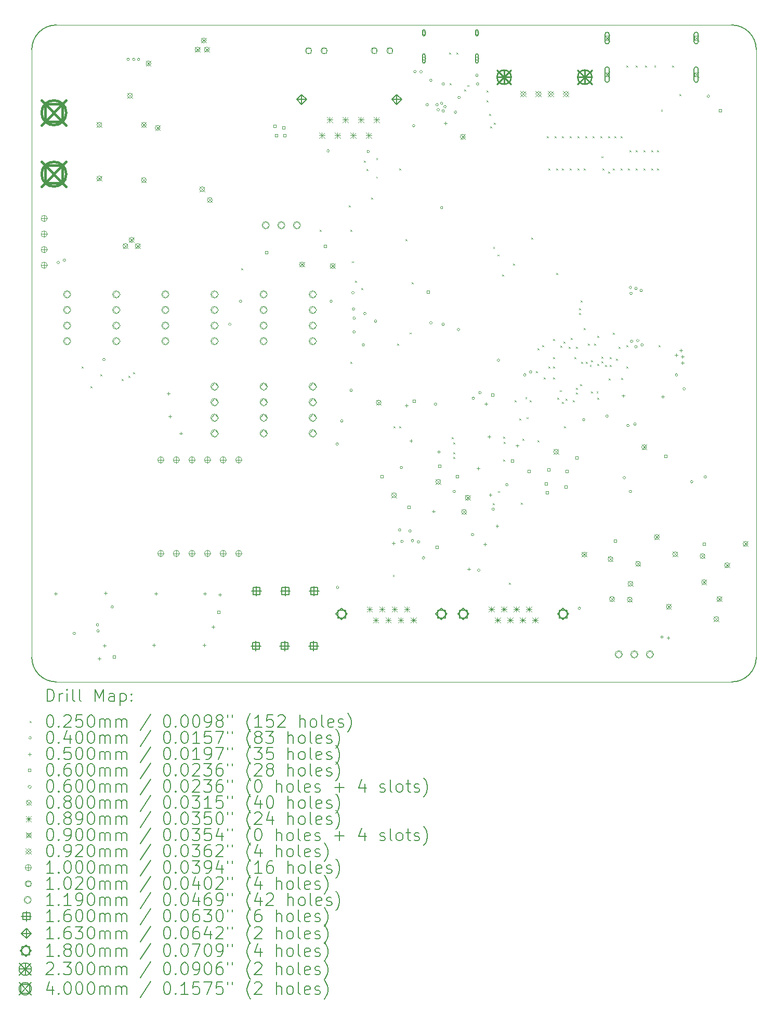
<source format=gbr>
%FSLAX45Y45*%
G04 Gerber Fmt 4.5, Leading zero omitted, Abs format (unit mm)*
G04 Created by KiCad (PCBNEW 6.0.2+dfsg-1) date 2022-12-10 00:50:00*
%MOMM*%
%LPD*%
G01*
G04 APERTURE LIST*
%TA.AperFunction,Profile*%
%ADD10C,0.100000*%
%TD*%
%TA.AperFunction,Profile*%
%ADD11C,0.150000*%
%TD*%
%ADD12C,0.200000*%
%ADD13C,0.025000*%
%ADD14C,0.040000*%
%ADD15C,0.050000*%
%ADD16C,0.060000*%
%ADD17C,0.080000*%
%ADD18C,0.089000*%
%ADD19C,0.090000*%
%ADD20C,0.092000*%
%ADD21C,0.100000*%
%ADD22C,0.102000*%
%ADD23C,0.119000*%
%ADD24C,0.160020*%
%ADD25C,0.163000*%
%ADD26C,0.180000*%
%ADD27C,0.230000*%
%ADD28C,0.400000*%
G04 APERTURE END LIST*
D10*
X15800000Y-4400000D02*
X15800000Y-14300000D01*
X4000000Y-14300000D02*
X4000000Y-4400000D01*
X4400000Y-4000000D02*
X15400000Y-4000000D01*
X15400000Y-14700000D02*
X4400000Y-14700000D01*
D11*
X15400000Y-14700000D02*
G75*
G03*
X15800000Y-14300000I0J400000D01*
G01*
X4400000Y-4000000D02*
G75*
G03*
X4000000Y-4400000I0J-400000D01*
G01*
X4000000Y-14300000D02*
G75*
G03*
X4400000Y-14700000I400000J0D01*
G01*
X15800000Y-4400000D02*
G75*
G03*
X15400000Y-4000000I-400000J0D01*
G01*
D12*
D13*
X4812500Y-9562500D02*
X4837500Y-9587500D01*
X4837500Y-9562500D02*
X4812500Y-9587500D01*
X4957500Y-9880000D02*
X4982500Y-9905000D01*
X4982500Y-9880000D02*
X4957500Y-9905000D01*
X5112500Y-9687500D02*
X5137500Y-9712500D01*
X5137500Y-9687500D02*
X5112500Y-9712500D01*
X5462500Y-9767500D02*
X5487500Y-9792500D01*
X5487500Y-9767500D02*
X5462500Y-9792500D01*
X5575000Y-9715000D02*
X5600000Y-9740000D01*
X5600000Y-9715000D02*
X5575000Y-9740000D01*
X5650000Y-9657500D02*
X5675000Y-9682500D01*
X5675000Y-9657500D02*
X5650000Y-9682500D01*
X7412500Y-7962500D02*
X7437500Y-7987500D01*
X7437500Y-7962500D02*
X7412500Y-7987500D01*
X8687500Y-7337500D02*
X8712500Y-7362500D01*
X8712500Y-7337500D02*
X8687500Y-7362500D01*
X9162500Y-6937500D02*
X9187500Y-6962500D01*
X9187500Y-6937500D02*
X9162500Y-6962500D01*
X9187500Y-7337500D02*
X9212500Y-7362500D01*
X9212500Y-7337500D02*
X9187500Y-7362500D01*
X9187500Y-9487500D02*
X9212500Y-9512500D01*
X9212500Y-9487500D02*
X9187500Y-9512500D01*
X9217500Y-7847500D02*
X9242500Y-7872500D01*
X9242500Y-7847500D02*
X9217500Y-7872500D01*
X9262500Y-8162500D02*
X9287500Y-8187500D01*
X9287500Y-8162500D02*
X9262500Y-8187500D01*
X9362500Y-8287500D02*
X9387500Y-8312500D01*
X9387500Y-8287500D02*
X9362500Y-8312500D01*
X9407500Y-6207500D02*
X9432500Y-6232500D01*
X9432500Y-6207500D02*
X9407500Y-6232500D01*
X9447500Y-6347500D02*
X9472500Y-6372500D01*
X9472500Y-6347500D02*
X9447500Y-6372500D01*
X9527500Y-6807500D02*
X9552500Y-6832500D01*
X9552500Y-6807500D02*
X9527500Y-6832500D01*
X9607500Y-6167500D02*
X9632500Y-6192500D01*
X9632500Y-6167500D02*
X9607500Y-6192500D01*
X9607500Y-6467500D02*
X9632500Y-6492500D01*
X9632500Y-6467500D02*
X9607500Y-6492500D01*
X9878500Y-12954500D02*
X9903500Y-12979500D01*
X9903500Y-12954500D02*
X9878500Y-12979500D01*
X9887500Y-10537500D02*
X9912500Y-10562500D01*
X9912500Y-10537500D02*
X9887500Y-10562500D01*
X9947500Y-9187500D02*
X9972500Y-9212500D01*
X9972500Y-9187500D02*
X9947500Y-9212500D01*
X9987500Y-6337500D02*
X10012500Y-6362500D01*
X10012500Y-6337500D02*
X9987500Y-6362500D01*
X9987500Y-10537500D02*
X10012500Y-10562500D01*
X10012500Y-10537500D02*
X9987500Y-10562500D01*
X10087500Y-7487500D02*
X10112500Y-7512500D01*
X10112500Y-7487500D02*
X10087500Y-7512500D01*
X10157500Y-9007500D02*
X10182500Y-9032500D01*
X10182500Y-9007500D02*
X10157500Y-9032500D01*
X10187500Y-8187500D02*
X10212500Y-8212500D01*
X10212500Y-8187500D02*
X10187500Y-8212500D01*
X10797500Y-4447500D02*
X10822500Y-4472500D01*
X10822500Y-4447500D02*
X10797500Y-4472500D01*
X10807500Y-4947500D02*
X10832500Y-4972500D01*
X10832500Y-4947500D02*
X10807500Y-4972500D01*
X10837500Y-10712500D02*
X10862500Y-10737500D01*
X10862500Y-10712500D02*
X10837500Y-10737500D01*
X10862500Y-10962500D02*
X10887500Y-10987500D01*
X10887500Y-10962500D02*
X10862500Y-10987500D01*
X10862500Y-11037500D02*
X10887500Y-11062500D01*
X10887500Y-11037500D02*
X10862500Y-11062500D01*
X10865019Y-10796221D02*
X10890019Y-10821221D01*
X10890019Y-10796221D02*
X10865019Y-10821221D01*
X10917500Y-4447500D02*
X10942500Y-4472500D01*
X10942500Y-4447500D02*
X10917500Y-4472500D01*
X11042751Y-5052249D02*
X11067751Y-5077249D01*
X11067751Y-5052249D02*
X11042751Y-5077249D01*
X11097500Y-4977500D02*
X11122500Y-5002500D01*
X11122500Y-4977500D02*
X11097500Y-5002500D01*
X11407500Y-5067500D02*
X11432500Y-5092500D01*
X11432500Y-5067500D02*
X11407500Y-5092500D01*
X11407500Y-5227500D02*
X11432500Y-5252500D01*
X11432500Y-5227500D02*
X11407500Y-5252500D01*
X11447500Y-5447500D02*
X11472500Y-5472500D01*
X11472500Y-5447500D02*
X11447500Y-5472500D01*
X11462751Y-5647500D02*
X11487751Y-5672500D01*
X11487751Y-5647500D02*
X11462751Y-5672500D01*
X11507500Y-11787500D02*
X11532500Y-11812500D01*
X11532500Y-11787500D02*
X11507500Y-11812500D01*
X11512500Y-7612500D02*
X11537500Y-7637500D01*
X11537500Y-7612500D02*
X11512500Y-7637500D01*
X11527500Y-5587500D02*
X11552500Y-5612500D01*
X11552500Y-5587500D02*
X11527500Y-5612500D01*
X11587500Y-7737500D02*
X11612500Y-7762500D01*
X11612500Y-7737500D02*
X11587500Y-7762500D01*
X11592500Y-11590000D02*
X11617500Y-11615000D01*
X11617500Y-11590000D02*
X11592500Y-11615000D01*
X11662500Y-8062500D02*
X11687500Y-8087500D01*
X11687500Y-8062500D02*
X11662500Y-8087500D01*
X11677500Y-10707500D02*
X11702500Y-10732500D01*
X11702500Y-10707500D02*
X11677500Y-10732500D01*
X11677500Y-11077500D02*
X11702500Y-11102500D01*
X11702500Y-11077500D02*
X11677500Y-11102500D01*
X11687500Y-10787500D02*
X11712500Y-10812500D01*
X11712500Y-10787500D02*
X11687500Y-10812500D01*
X11767500Y-13087500D02*
X11792500Y-13112500D01*
X11792500Y-13087500D02*
X11767500Y-13112500D01*
X11837500Y-7887500D02*
X11862500Y-7912500D01*
X11862500Y-7887500D02*
X11837500Y-7912500D01*
X11862500Y-10112500D02*
X11887500Y-10137500D01*
X11887500Y-10112500D02*
X11862500Y-10137500D01*
X11937500Y-10412500D02*
X11962500Y-10437500D01*
X11962500Y-10412500D02*
X11937500Y-10437500D01*
X11967500Y-11780000D02*
X11992500Y-11805000D01*
X11992500Y-11780000D02*
X11967500Y-11805000D01*
X11987500Y-10737500D02*
X12012500Y-10762500D01*
X12012500Y-10737500D02*
X11987500Y-10762500D01*
X12037500Y-10062500D02*
X12062500Y-10087500D01*
X12062500Y-10062500D02*
X12037500Y-10087500D01*
X12062500Y-10387500D02*
X12087500Y-10412500D01*
X12087500Y-10387500D02*
X12062500Y-10412500D01*
X12112500Y-10112500D02*
X12137500Y-10137500D01*
X12137500Y-10112500D02*
X12112500Y-10137500D01*
X12137500Y-7462500D02*
X12162500Y-7487500D01*
X12162500Y-7462500D02*
X12137500Y-7487500D01*
X12212500Y-9637500D02*
X12237500Y-9662500D01*
X12237500Y-9637500D02*
X12212500Y-9662500D01*
X12237500Y-9262500D02*
X12262500Y-9287500D01*
X12262500Y-9262500D02*
X12237500Y-9287500D01*
X12237500Y-10762500D02*
X12262500Y-10787500D01*
X12262500Y-10762500D02*
X12237500Y-10787500D01*
X12312500Y-9212500D02*
X12337500Y-9237500D01*
X12337500Y-9212500D02*
X12312500Y-9237500D01*
X12337500Y-9737500D02*
X12362500Y-9762500D01*
X12362500Y-9737500D02*
X12337500Y-9762500D01*
X12387500Y-5812500D02*
X12412500Y-5837500D01*
X12412500Y-5812500D02*
X12387500Y-5837500D01*
X12412500Y-6337500D02*
X12437500Y-6362500D01*
X12437500Y-6337500D02*
X12412500Y-6362500D01*
X12412500Y-9562500D02*
X12437500Y-9587500D01*
X12437500Y-9562500D02*
X12412500Y-9587500D01*
X12487500Y-9112500D02*
X12512500Y-9137500D01*
X12512500Y-9112500D02*
X12487500Y-9137500D01*
X12487500Y-9412500D02*
X12512500Y-9437500D01*
X12512500Y-9412500D02*
X12487500Y-9437500D01*
X12487500Y-9562500D02*
X12512500Y-9587500D01*
X12512500Y-9562500D02*
X12487500Y-9587500D01*
X12487500Y-9737500D02*
X12512500Y-9762500D01*
X12512500Y-9737500D02*
X12487500Y-9762500D01*
X12512500Y-5812500D02*
X12537500Y-5837500D01*
X12537500Y-5812500D02*
X12512500Y-5837500D01*
X12537500Y-6337500D02*
X12562500Y-6362500D01*
X12562500Y-6337500D02*
X12537500Y-6362500D01*
X12537500Y-8037500D02*
X12562500Y-8062500D01*
X12562500Y-8037500D02*
X12537500Y-8062500D01*
X12555000Y-10072500D02*
X12580000Y-10097500D01*
X12580000Y-10072500D02*
X12555000Y-10097500D01*
X12597500Y-9947500D02*
X12622500Y-9972500D01*
X12622500Y-9947500D02*
X12597500Y-9972500D01*
X12607500Y-9227500D02*
X12632500Y-9252500D01*
X12632500Y-9227500D02*
X12607500Y-9252500D01*
X12637500Y-5812500D02*
X12662500Y-5837500D01*
X12662500Y-5812500D02*
X12637500Y-5837500D01*
X12637500Y-6337500D02*
X12662500Y-6362500D01*
X12662500Y-6337500D02*
X12637500Y-6362500D01*
X12637500Y-10137500D02*
X12662500Y-10162500D01*
X12662500Y-10137500D02*
X12637500Y-10162500D01*
X12657500Y-9157500D02*
X12682500Y-9182500D01*
X12682500Y-9157500D02*
X12657500Y-9182500D01*
X12667500Y-10537500D02*
X12692500Y-10562500D01*
X12692500Y-10537500D02*
X12667500Y-10562500D01*
X12697500Y-10085000D02*
X12722500Y-10110000D01*
X12722500Y-10085000D02*
X12697500Y-10110000D01*
X12747500Y-9237500D02*
X12772500Y-9262500D01*
X12772500Y-9237500D02*
X12747500Y-9262500D01*
X12762500Y-5812500D02*
X12787500Y-5837500D01*
X12787500Y-5812500D02*
X12762500Y-5837500D01*
X12762500Y-6337500D02*
X12787500Y-6362500D01*
X12787500Y-6337500D02*
X12762500Y-6362500D01*
X12777500Y-9097500D02*
X12802500Y-9122500D01*
X12802500Y-9097500D02*
X12777500Y-9122500D01*
X12812500Y-10112500D02*
X12837500Y-10137500D01*
X12837500Y-10112500D02*
X12812500Y-10137500D01*
X12837500Y-9412500D02*
X12862500Y-9437500D01*
X12862500Y-9412500D02*
X12837500Y-9437500D01*
X12862500Y-9237500D02*
X12887500Y-9262500D01*
X12887500Y-9237500D02*
X12862500Y-9262500D01*
X12862500Y-9912500D02*
X12887500Y-9937500D01*
X12887500Y-9912500D02*
X12862500Y-9937500D01*
X12862500Y-9987500D02*
X12887500Y-10012500D01*
X12887500Y-9987500D02*
X12862500Y-10012500D01*
X12887500Y-5812500D02*
X12912500Y-5837500D01*
X12912500Y-5812500D02*
X12887500Y-5837500D01*
X12887500Y-6337500D02*
X12912500Y-6362500D01*
X12912500Y-6337500D02*
X12887500Y-6362500D01*
X12912500Y-8612500D02*
X12937500Y-8637500D01*
X12937500Y-8612500D02*
X12912500Y-8637500D01*
X12912500Y-8687500D02*
X12937500Y-8712500D01*
X12937500Y-8687500D02*
X12912500Y-8712500D01*
X12927500Y-9847500D02*
X12952500Y-9872500D01*
X12952500Y-9847500D02*
X12927500Y-9872500D01*
X12937500Y-8487500D02*
X12962500Y-8512500D01*
X12962500Y-8487500D02*
X12937500Y-8512500D01*
X12947500Y-9487500D02*
X12972500Y-9512500D01*
X12972500Y-9487500D02*
X12947500Y-9512500D01*
X12987500Y-6337500D02*
X13012500Y-6362500D01*
X13012500Y-6337500D02*
X12987500Y-6362500D01*
X12987500Y-8937500D02*
X13012500Y-8962500D01*
X13012500Y-8937500D02*
X12987500Y-8962500D01*
X13012500Y-5812500D02*
X13037500Y-5837500D01*
X13037500Y-5812500D02*
X13012500Y-5837500D01*
X13027500Y-9487500D02*
X13052500Y-9512500D01*
X13052500Y-9487500D02*
X13027500Y-9512500D01*
X13057500Y-9187500D02*
X13082500Y-9212500D01*
X13082500Y-9187500D02*
X13057500Y-9212500D01*
X13087500Y-9537500D02*
X13112500Y-9562500D01*
X13112500Y-9537500D02*
X13087500Y-9562500D01*
X13107500Y-9967500D02*
X13132500Y-9992500D01*
X13132500Y-9967500D02*
X13107500Y-9992500D01*
X13112500Y-9462500D02*
X13137500Y-9487500D01*
X13137500Y-9462500D02*
X13112500Y-9487500D01*
X13137500Y-5812500D02*
X13162500Y-5837500D01*
X13162500Y-5812500D02*
X13137500Y-5837500D01*
X13162500Y-9187500D02*
X13187500Y-9212500D01*
X13187500Y-9187500D02*
X13162500Y-9212500D01*
X13197500Y-9967500D02*
X13222500Y-9992500D01*
X13222500Y-9967500D02*
X13197500Y-9992500D01*
X13207500Y-9517500D02*
X13232500Y-9542500D01*
X13232500Y-9517500D02*
X13207500Y-9542500D01*
X13207500Y-10067500D02*
X13232500Y-10092500D01*
X13232500Y-10067500D02*
X13207500Y-10092500D01*
X13212500Y-9062500D02*
X13237500Y-9087500D01*
X13237500Y-9062500D02*
X13212500Y-9087500D01*
X13262500Y-5812500D02*
X13287500Y-5837500D01*
X13287500Y-5812500D02*
X13262500Y-5837500D01*
X13277500Y-6137500D02*
X13302500Y-6162500D01*
X13302500Y-6137500D02*
X13277500Y-6162500D01*
X13277500Y-9397500D02*
X13302500Y-9422500D01*
X13302500Y-9397500D02*
X13277500Y-9422500D01*
X13277500Y-9477500D02*
X13302500Y-9502500D01*
X13302500Y-9477500D02*
X13277500Y-9502500D01*
X13297500Y-6337500D02*
X13322500Y-6362500D01*
X13322500Y-6337500D02*
X13297500Y-6362500D01*
X13337500Y-9537500D02*
X13362500Y-9562500D01*
X13362500Y-9537500D02*
X13337500Y-9562500D01*
X13387500Y-5812500D02*
X13412500Y-5837500D01*
X13412500Y-5812500D02*
X13387500Y-5837500D01*
X13387500Y-6387500D02*
X13412500Y-6412500D01*
X13412500Y-6387500D02*
X13387500Y-6412500D01*
X13397500Y-9757500D02*
X13422500Y-9782500D01*
X13422500Y-9757500D02*
X13397500Y-9782500D01*
X13412500Y-9412500D02*
X13437500Y-9437500D01*
X13437500Y-9412500D02*
X13412500Y-9437500D01*
X13412500Y-9537500D02*
X13437500Y-9562500D01*
X13437500Y-9537500D02*
X13412500Y-9562500D01*
X13462500Y-6337500D02*
X13487500Y-6362500D01*
X13487500Y-6337500D02*
X13462500Y-6362500D01*
X13462500Y-9012500D02*
X13487500Y-9037500D01*
X13487500Y-9012500D02*
X13462500Y-9037500D01*
X13487500Y-5812500D02*
X13512500Y-5837500D01*
X13512500Y-5812500D02*
X13487500Y-5837500D01*
X13512500Y-9437500D02*
X13537500Y-9462500D01*
X13537500Y-9437500D02*
X13512500Y-9462500D01*
X13557500Y-9237500D02*
X13582500Y-9262500D01*
X13582500Y-9237500D02*
X13557500Y-9262500D01*
X13587500Y-5812500D02*
X13612500Y-5837500D01*
X13612500Y-5812500D02*
X13587500Y-5837500D01*
X13587500Y-6337500D02*
X13612500Y-6362500D01*
X13612500Y-6337500D02*
X13587500Y-6362500D01*
X13597500Y-9747500D02*
X13622500Y-9772500D01*
X13622500Y-9747500D02*
X13597500Y-9772500D01*
X13686922Y-9212789D02*
X13711922Y-9237789D01*
X13711922Y-9212789D02*
X13686922Y-9237789D01*
X13687500Y-4657500D02*
X13712500Y-4682500D01*
X13712500Y-4657500D02*
X13687500Y-4682500D01*
X13687500Y-9562500D02*
X13712500Y-9587500D01*
X13712500Y-9562500D02*
X13687500Y-9587500D01*
X13712500Y-6337500D02*
X13737500Y-6362500D01*
X13737500Y-6337500D02*
X13712500Y-6362500D01*
X13738191Y-6038191D02*
X13763191Y-6063191D01*
X13763191Y-6038191D02*
X13738191Y-6063191D01*
X13837500Y-4657500D02*
X13862500Y-4682500D01*
X13862500Y-4657500D02*
X13837500Y-4682500D01*
X13837500Y-6037500D02*
X13862500Y-6062500D01*
X13862500Y-6037500D02*
X13837500Y-6062500D01*
X13837500Y-6337500D02*
X13862500Y-6362500D01*
X13862500Y-6337500D02*
X13837500Y-6362500D01*
X13962500Y-6037500D02*
X13987500Y-6062500D01*
X13987500Y-6037500D02*
X13962500Y-6062500D01*
X13962500Y-6337500D02*
X13987500Y-6362500D01*
X13987500Y-6337500D02*
X13962500Y-6362500D01*
X13987500Y-4657500D02*
X14012500Y-4682500D01*
X14012500Y-4657500D02*
X13987500Y-4682500D01*
X14087500Y-6037500D02*
X14112500Y-6062500D01*
X14112500Y-6037500D02*
X14087500Y-6062500D01*
X14087500Y-6337500D02*
X14112500Y-6362500D01*
X14112500Y-6337500D02*
X14087500Y-6362500D01*
X14137500Y-4657500D02*
X14162500Y-4682500D01*
X14162500Y-4657500D02*
X14137500Y-4682500D01*
X14187500Y-6037500D02*
X14212500Y-6062500D01*
X14212500Y-6037500D02*
X14187500Y-6062500D01*
X14187500Y-6337500D02*
X14212500Y-6362500D01*
X14212500Y-6337500D02*
X14187500Y-6362500D01*
X14212500Y-9212500D02*
X14237500Y-9237500D01*
X14237500Y-9212500D02*
X14212500Y-9237500D01*
X14247500Y-5377500D02*
X14272500Y-5402500D01*
X14272500Y-5377500D02*
X14247500Y-5402500D01*
X14427500Y-4657500D02*
X14452500Y-4682500D01*
X14452500Y-4657500D02*
X14427500Y-4682500D01*
X14547500Y-5127500D02*
X14572500Y-5152500D01*
X14572500Y-5127500D02*
X14547500Y-5152500D01*
D14*
X4450000Y-7870000D02*
G75*
G03*
X4450000Y-7870000I-20000J0D01*
G01*
X4550000Y-7830000D02*
G75*
G03*
X4550000Y-7830000I-20000J0D01*
G01*
X4710000Y-13910000D02*
G75*
G03*
X4710000Y-13910000I-20000J0D01*
G01*
X5090000Y-13770000D02*
G75*
G03*
X5090000Y-13770000I-20000J0D01*
G01*
X5100000Y-13870000D02*
G75*
G03*
X5100000Y-13870000I-20000J0D01*
G01*
X5195000Y-9450000D02*
G75*
G03*
X5195000Y-9450000I-20000J0D01*
G01*
X5330000Y-13480000D02*
G75*
G03*
X5330000Y-13480000I-20000J0D01*
G01*
X5590000Y-4560000D02*
G75*
G03*
X5590000Y-4560000I-20000J0D01*
G01*
X5680000Y-4560000D02*
G75*
G03*
X5680000Y-4560000I-20000J0D01*
G01*
X5760000Y-4560000D02*
G75*
G03*
X5760000Y-4560000I-20000J0D01*
G01*
X7245000Y-8875000D02*
G75*
G03*
X7245000Y-8875000I-20000J0D01*
G01*
X7420000Y-8500000D02*
G75*
G03*
X7420000Y-8500000I-20000J0D01*
G01*
X8845000Y-6050000D02*
G75*
G03*
X8845000Y-6050000I-20000J0D01*
G01*
X8895000Y-8500000D02*
G75*
G03*
X8895000Y-8500000I-20000J0D01*
G01*
X8995000Y-10825000D02*
G75*
G03*
X8995000Y-10825000I-20000J0D01*
G01*
X9000000Y-13160000D02*
G75*
G03*
X9000000Y-13160000I-20000J0D01*
G01*
X9070000Y-10450000D02*
G75*
G03*
X9070000Y-10450000I-20000J0D01*
G01*
X9220000Y-9950000D02*
G75*
G03*
X9220000Y-9950000I-20000J0D01*
G01*
X9250000Y-8360000D02*
G75*
G03*
X9250000Y-8360000I-20000J0D01*
G01*
X9260000Y-8625000D02*
G75*
G03*
X9260000Y-8625000I-20000J0D01*
G01*
X9270000Y-8775000D02*
G75*
G03*
X9270000Y-8775000I-20000J0D01*
G01*
X9270000Y-9000000D02*
G75*
G03*
X9270000Y-9000000I-20000J0D01*
G01*
X9420000Y-9210000D02*
G75*
G03*
X9420000Y-9210000I-20000J0D01*
G01*
X9445000Y-8700000D02*
G75*
G03*
X9445000Y-8700000I-20000J0D01*
G01*
X9500000Y-6060000D02*
G75*
G03*
X9500000Y-6060000I-20000J0D01*
G01*
X9620000Y-8825000D02*
G75*
G03*
X9620000Y-8825000I-20000J0D01*
G01*
X10010000Y-12225000D02*
G75*
G03*
X10010000Y-12225000I-20000J0D01*
G01*
X10040000Y-11210000D02*
G75*
G03*
X10040000Y-11210000I-20000J0D01*
G01*
X10050000Y-12410000D02*
G75*
G03*
X10050000Y-12410000I-20000J0D01*
G01*
X10180000Y-12240000D02*
G75*
G03*
X10180000Y-12240000I-20000J0D01*
G01*
X10220000Y-12400000D02*
G75*
G03*
X10220000Y-12400000I-20000J0D01*
G01*
X10240000Y-5640000D02*
G75*
G03*
X10240000Y-5640000I-20000J0D01*
G01*
X10260000Y-4760000D02*
G75*
G03*
X10260000Y-4760000I-20000J0D01*
G01*
X10320000Y-12420000D02*
G75*
G03*
X10320000Y-12420000I-20000J0D01*
G01*
X10360000Y-4760000D02*
G75*
G03*
X10360000Y-4760000I-20000J0D01*
G01*
X10400000Y-12680000D02*
G75*
G03*
X10400000Y-12680000I-20000J0D01*
G01*
X10460000Y-5300000D02*
G75*
G03*
X10460000Y-5300000I-20000J0D01*
G01*
X10520000Y-4900000D02*
G75*
G03*
X10520000Y-4900000I-20000J0D01*
G01*
X10520000Y-8850000D02*
G75*
G03*
X10520000Y-8850000I-20000J0D01*
G01*
X10595000Y-10175000D02*
G75*
G03*
X10595000Y-10175000I-20000J0D01*
G01*
X10620000Y-5300000D02*
G75*
G03*
X10620000Y-5300000I-20000J0D01*
G01*
X10640000Y-5380000D02*
G75*
G03*
X10640000Y-5380000I-20000J0D01*
G01*
X10695000Y-5275000D02*
G75*
G03*
X10695000Y-5275000I-20000J0D01*
G01*
X10695000Y-6975000D02*
G75*
G03*
X10695000Y-6975000I-20000J0D01*
G01*
X10720000Y-4960000D02*
G75*
G03*
X10720000Y-4960000I-20000J0D01*
G01*
X10720000Y-5400000D02*
G75*
G03*
X10720000Y-5400000I-20000J0D01*
G01*
X10720000Y-8875000D02*
G75*
G03*
X10720000Y-8875000I-20000J0D01*
G01*
X10750000Y-5330000D02*
G75*
G03*
X10750000Y-5330000I-20000J0D01*
G01*
X10900000Y-11600000D02*
G75*
G03*
X10900000Y-11600000I-20000J0D01*
G01*
X10920000Y-5420000D02*
G75*
G03*
X10920000Y-5420000I-20000J0D01*
G01*
X10970000Y-8960000D02*
G75*
G03*
X10970000Y-8960000I-20000J0D01*
G01*
X10980000Y-5181150D02*
G75*
G03*
X10980000Y-5181150I-20000J0D01*
G01*
X11200000Y-12300000D02*
G75*
G03*
X11200000Y-12300000I-20000J0D01*
G01*
X11210000Y-10080000D02*
G75*
G03*
X11210000Y-10080000I-20000J0D01*
G01*
X11270000Y-4820000D02*
G75*
G03*
X11270000Y-4820000I-20000J0D01*
G01*
X11280000Y-4960000D02*
G75*
G03*
X11280000Y-4960000I-20000J0D01*
G01*
X11300000Y-12880000D02*
G75*
G03*
X11300000Y-12880000I-20000J0D01*
G01*
X11320000Y-9990000D02*
G75*
G03*
X11320000Y-9990000I-20000J0D01*
G01*
X11535000Y-11885000D02*
G75*
G03*
X11535000Y-11885000I-20000J0D01*
G01*
X11620000Y-9460000D02*
G75*
G03*
X11620000Y-9460000I-20000J0D01*
G01*
X11757500Y-11490000D02*
G75*
G03*
X11757500Y-11490000I-20000J0D01*
G01*
X12050000Y-9700000D02*
G75*
G03*
X12050000Y-9700000I-20000J0D01*
G01*
X12145000Y-9650000D02*
G75*
G03*
X12145000Y-9650000I-20000J0D01*
G01*
X12940000Y-13500000D02*
G75*
G03*
X12940000Y-13500000I-20000J0D01*
G01*
X13010000Y-10430000D02*
G75*
G03*
X13010000Y-10430000I-20000J0D01*
G01*
X13390000Y-10370000D02*
G75*
G03*
X13390000Y-10370000I-20000J0D01*
G01*
X13670000Y-11375000D02*
G75*
G03*
X13670000Y-11375000I-20000J0D01*
G01*
X13730000Y-10525000D02*
G75*
G03*
X13730000Y-10525000I-20000J0D01*
G01*
X13770000Y-8275000D02*
G75*
G03*
X13770000Y-8275000I-20000J0D01*
G01*
X13770000Y-11600000D02*
G75*
G03*
X13770000Y-11600000I-20000J0D01*
G01*
X13780000Y-8370000D02*
G75*
G03*
X13780000Y-8370000I-20000J0D01*
G01*
X13790000Y-9150000D02*
G75*
G03*
X13790000Y-9150000I-20000J0D01*
G01*
X13845000Y-10500000D02*
G75*
G03*
X13845000Y-10500000I-20000J0D01*
G01*
X13860000Y-8290000D02*
G75*
G03*
X13860000Y-8290000I-20000J0D01*
G01*
X13860000Y-9240000D02*
G75*
G03*
X13860000Y-9240000I-20000J0D01*
G01*
X13890000Y-9140000D02*
G75*
G03*
X13890000Y-9140000I-20000J0D01*
G01*
X13945000Y-8325000D02*
G75*
G03*
X13945000Y-8325000I-20000J0D01*
G01*
X13960000Y-9210000D02*
G75*
G03*
X13960000Y-9210000I-20000J0D01*
G01*
X14520000Y-9700000D02*
G75*
G03*
X14520000Y-9700000I-20000J0D01*
G01*
X14645000Y-9925000D02*
G75*
G03*
X14645000Y-9925000I-20000J0D01*
G01*
X14770000Y-11440000D02*
G75*
G03*
X14770000Y-11440000I-20000J0D01*
G01*
X14990000Y-11360000D02*
G75*
G03*
X14990000Y-11360000I-20000J0D01*
G01*
X15040000Y-5160000D02*
G75*
G03*
X15040000Y-5160000I-20000J0D01*
G01*
D15*
X4390000Y-13235000D02*
X4390000Y-13285000D01*
X4365000Y-13260000D02*
X4415000Y-13260000D01*
X5100000Y-14295000D02*
X5100000Y-14345000D01*
X5075000Y-14320000D02*
X5125000Y-14320000D01*
X5180000Y-14085000D02*
X5180000Y-14135000D01*
X5155000Y-14110000D02*
X5205000Y-14110000D01*
X5200000Y-13225000D02*
X5200000Y-13275000D01*
X5175000Y-13250000D02*
X5225000Y-13250000D01*
X5990000Y-14075000D02*
X5990000Y-14125000D01*
X5965000Y-14100000D02*
X6015000Y-14100000D01*
X6020000Y-13235000D02*
X6020000Y-13285000D01*
X5995000Y-13260000D02*
X6045000Y-13260000D01*
X6225000Y-9975000D02*
X6225000Y-10025000D01*
X6200000Y-10000000D02*
X6250000Y-10000000D01*
X6250000Y-10350000D02*
X6250000Y-10400000D01*
X6225000Y-10375000D02*
X6275000Y-10375000D01*
X6425000Y-10625000D02*
X6425000Y-10675000D01*
X6400000Y-10650000D02*
X6450000Y-10650000D01*
X6810000Y-14075000D02*
X6810000Y-14125000D01*
X6785000Y-14100000D02*
X6835000Y-14100000D01*
X6820000Y-13235000D02*
X6820000Y-13285000D01*
X6795000Y-13260000D02*
X6845000Y-13260000D01*
X6950000Y-13775000D02*
X6950000Y-13825000D01*
X6925000Y-13800000D02*
X6975000Y-13800000D01*
X7060000Y-13255000D02*
X7060000Y-13305000D01*
X7035000Y-13280000D02*
X7085000Y-13280000D01*
X9890000Y-12415000D02*
X9890000Y-12465000D01*
X9865000Y-12440000D02*
X9915000Y-12440000D01*
X10100000Y-10175000D02*
X10100000Y-10225000D01*
X10075000Y-10200000D02*
X10125000Y-10200000D01*
X10175000Y-10750000D02*
X10175000Y-10800000D01*
X10150000Y-10775000D02*
X10200000Y-10775000D01*
X10540000Y-11895000D02*
X10540000Y-11945000D01*
X10515000Y-11920000D02*
X10565000Y-11920000D01*
X10625000Y-10925000D02*
X10625000Y-10975000D01*
X10600000Y-10950000D02*
X10650000Y-10950000D01*
X10740000Y-5575000D02*
X10740000Y-5625000D01*
X10715000Y-5600000D02*
X10765000Y-5600000D01*
X11120000Y-12835000D02*
X11120000Y-12885000D01*
X11095000Y-12860000D02*
X11145000Y-12860000D01*
X11270000Y-11195000D02*
X11270000Y-11245000D01*
X11245000Y-11220000D02*
X11295000Y-11220000D01*
X11380000Y-12435000D02*
X11380000Y-12485000D01*
X11355000Y-12460000D02*
X11405000Y-12460000D01*
X11400000Y-10150000D02*
X11400000Y-10200000D01*
X11375000Y-10175000D02*
X11425000Y-10175000D01*
X11450000Y-10679950D02*
X11450000Y-10729950D01*
X11425000Y-10704950D02*
X11475000Y-10704950D01*
X11470000Y-11625000D02*
X11470000Y-11675000D01*
X11445000Y-11650000D02*
X11495000Y-11650000D01*
X11580000Y-12135000D02*
X11580000Y-12185000D01*
X11555000Y-12160000D02*
X11605000Y-12160000D01*
X11902854Y-10827854D02*
X11902854Y-10877854D01*
X11877854Y-10852854D02*
X11927854Y-10852854D01*
X13630000Y-10015000D02*
X13630000Y-10065000D01*
X13605000Y-10040000D02*
X13655000Y-10040000D01*
X14259000Y-13943000D02*
X14259000Y-13993000D01*
X14234000Y-13968000D02*
X14284000Y-13968000D01*
X14275000Y-10025000D02*
X14275000Y-10075000D01*
X14250000Y-10050000D02*
X14300000Y-10050000D01*
X14366000Y-13955000D02*
X14366000Y-14005000D01*
X14341000Y-13980000D02*
X14391000Y-13980000D01*
X14500000Y-9350000D02*
X14500000Y-9400000D01*
X14475000Y-9375000D02*
X14525000Y-9375000D01*
X14575000Y-9275000D02*
X14575000Y-9325000D01*
X14550000Y-9300000D02*
X14600000Y-9300000D01*
X14600000Y-9375000D02*
X14600000Y-9425000D01*
X14575000Y-9400000D02*
X14625000Y-9400000D01*
X14600000Y-9475000D02*
X14600000Y-9525000D01*
X14575000Y-9500000D02*
X14625000Y-9500000D01*
D16*
X5361213Y-14311213D02*
X5361213Y-14268787D01*
X5318787Y-14268787D01*
X5318787Y-14311213D01*
X5361213Y-14311213D01*
X7061213Y-13581213D02*
X7061213Y-13538787D01*
X7018787Y-13538787D01*
X7018787Y-13581213D01*
X7061213Y-13581213D01*
X7846213Y-7721213D02*
X7846213Y-7678787D01*
X7803787Y-7678787D01*
X7803787Y-7721213D01*
X7846213Y-7721213D01*
X7981213Y-5671213D02*
X7981213Y-5628787D01*
X7938787Y-5628787D01*
X7938787Y-5671213D01*
X7981213Y-5671213D01*
X8001213Y-5821213D02*
X8001213Y-5778787D01*
X7958787Y-5778787D01*
X7958787Y-5821213D01*
X8001213Y-5821213D01*
X8121213Y-5691213D02*
X8121213Y-5648787D01*
X8078787Y-5648787D01*
X8078787Y-5691213D01*
X8121213Y-5691213D01*
X8141213Y-5821213D02*
X8141213Y-5778787D01*
X8098787Y-5778787D01*
X8098787Y-5821213D01*
X8141213Y-5821213D01*
X8796213Y-7621213D02*
X8796213Y-7578787D01*
X8753787Y-7578787D01*
X8753787Y-7621213D01*
X8796213Y-7621213D01*
X9721213Y-11371213D02*
X9721213Y-11328787D01*
X9678787Y-11328787D01*
X9678787Y-11371213D01*
X9721213Y-11371213D01*
X10161213Y-11871263D02*
X10161213Y-11828837D01*
X10118787Y-11828837D01*
X10118787Y-11871263D01*
X10161213Y-11871263D01*
X10246213Y-10146213D02*
X10246213Y-10103787D01*
X10203787Y-10103787D01*
X10203787Y-10146213D01*
X10246213Y-10146213D01*
X10471213Y-8371213D02*
X10471213Y-8328787D01*
X10428787Y-8328787D01*
X10428787Y-8371213D01*
X10471213Y-8371213D01*
X10621213Y-12521213D02*
X10621213Y-12478787D01*
X10578787Y-12478787D01*
X10578787Y-12521213D01*
X10621213Y-12521213D01*
X10661213Y-11201213D02*
X10661213Y-11158787D01*
X10618787Y-11158787D01*
X10618787Y-11201213D01*
X10661213Y-11201213D01*
X10946213Y-11371213D02*
X10946213Y-11328787D01*
X10903787Y-11328787D01*
X10903787Y-11371213D01*
X10946213Y-11371213D01*
X11521213Y-10046213D02*
X11521213Y-10003787D01*
X11478787Y-10003787D01*
X11478787Y-10046213D01*
X11521213Y-10046213D01*
X11846213Y-11121213D02*
X11846213Y-11078787D01*
X11803787Y-11078787D01*
X11803787Y-11121213D01*
X11846213Y-11121213D01*
X12115013Y-11289913D02*
X12115013Y-11247487D01*
X12072587Y-11247487D01*
X12072587Y-11289913D01*
X12115013Y-11289913D01*
X12396213Y-11496213D02*
X12396213Y-11453787D01*
X12353787Y-11453787D01*
X12353787Y-11496213D01*
X12396213Y-11496213D01*
X12415013Y-11639913D02*
X12415013Y-11597487D01*
X12372587Y-11597487D01*
X12372587Y-11639913D01*
X12415013Y-11639913D01*
X12440013Y-11264913D02*
X12440013Y-11222487D01*
X12397587Y-11222487D01*
X12397587Y-11264913D01*
X12440013Y-11264913D01*
X12721213Y-11546213D02*
X12721213Y-11503787D01*
X12678787Y-11503787D01*
X12678787Y-11546213D01*
X12721213Y-11546213D01*
X12740013Y-11289913D02*
X12740013Y-11247487D01*
X12697587Y-11247487D01*
X12697587Y-11289913D01*
X12740013Y-11289913D01*
X12896213Y-11071213D02*
X12896213Y-11028787D01*
X12853787Y-11028787D01*
X12853787Y-11071213D01*
X12896213Y-11071213D01*
X13521213Y-12421213D02*
X13521213Y-12378787D01*
X13478787Y-12378787D01*
X13478787Y-12421213D01*
X13521213Y-12421213D01*
X14346213Y-11046213D02*
X14346213Y-11003787D01*
X14303787Y-11003787D01*
X14303787Y-11046213D01*
X14346213Y-11046213D01*
X14971213Y-12471213D02*
X14971213Y-12428787D01*
X14928787Y-12428787D01*
X14928787Y-12471213D01*
X14971213Y-12471213D01*
X15231213Y-5411213D02*
X15231213Y-5368787D01*
X15188787Y-5368787D01*
X15188787Y-5411213D01*
X15231213Y-5411213D01*
X10385000Y-4157300D02*
X10415000Y-4127300D01*
X10385000Y-4097300D01*
X10355000Y-4127300D01*
X10385000Y-4157300D01*
D12*
X10405000Y-4157300D02*
X10405000Y-4097300D01*
X10365000Y-4157300D02*
X10365000Y-4097300D01*
X10405000Y-4097300D02*
G75*
G03*
X10365000Y-4097300I-20000J0D01*
G01*
X10365000Y-4157300D02*
G75*
G03*
X10405000Y-4157300I20000J0D01*
G01*
D16*
X10385000Y-4575300D02*
X10415000Y-4545300D01*
X10385000Y-4515300D01*
X10355000Y-4545300D01*
X10385000Y-4575300D01*
D12*
X10405000Y-4600300D02*
X10405000Y-4490300D01*
X10365000Y-4600300D02*
X10365000Y-4490300D01*
X10405000Y-4490300D02*
G75*
G03*
X10365000Y-4490300I-20000J0D01*
G01*
X10365000Y-4600300D02*
G75*
G03*
X10405000Y-4600300I20000J0D01*
G01*
D16*
X11249000Y-4157300D02*
X11279000Y-4127300D01*
X11249000Y-4097300D01*
X11219000Y-4127300D01*
X11249000Y-4157300D01*
D12*
X11269000Y-4157300D02*
X11269000Y-4097300D01*
X11229000Y-4157300D02*
X11229000Y-4097300D01*
X11269000Y-4097300D02*
G75*
G03*
X11229000Y-4097300I-20000J0D01*
G01*
X11229000Y-4157300D02*
G75*
G03*
X11269000Y-4157300I20000J0D01*
G01*
D16*
X11249000Y-4575300D02*
X11279000Y-4545300D01*
X11249000Y-4515300D01*
X11219000Y-4545300D01*
X11249000Y-4575300D01*
D12*
X11269000Y-4600300D02*
X11269000Y-4490300D01*
X11229000Y-4600300D02*
X11229000Y-4490300D01*
X11269000Y-4490300D02*
G75*
G03*
X11229000Y-4490300I-20000J0D01*
G01*
X11229000Y-4600300D02*
G75*
G03*
X11269000Y-4600300I20000J0D01*
G01*
D17*
X5060000Y-5585000D02*
X5140000Y-5665000D01*
X5140000Y-5585000D02*
X5060000Y-5665000D01*
X5140000Y-5625000D02*
G75*
G03*
X5140000Y-5625000I-40000J0D01*
G01*
X5060000Y-6460000D02*
X5140000Y-6540000D01*
X5140000Y-6460000D02*
X5060000Y-6540000D01*
X5140000Y-6500000D02*
G75*
G03*
X5140000Y-6500000I-40000J0D01*
G01*
X5485000Y-7560000D02*
X5565000Y-7640000D01*
X5565000Y-7560000D02*
X5485000Y-7640000D01*
X5565000Y-7600000D02*
G75*
G03*
X5565000Y-7600000I-40000J0D01*
G01*
X5560000Y-5110000D02*
X5640000Y-5190000D01*
X5640000Y-5110000D02*
X5560000Y-5190000D01*
X5640000Y-5150000D02*
G75*
G03*
X5640000Y-5150000I-40000J0D01*
G01*
X5585000Y-7460000D02*
X5665000Y-7540000D01*
X5665000Y-7460000D02*
X5585000Y-7540000D01*
X5665000Y-7500000D02*
G75*
G03*
X5665000Y-7500000I-40000J0D01*
G01*
X5685000Y-7560000D02*
X5765000Y-7640000D01*
X5765000Y-7560000D02*
X5685000Y-7640000D01*
X5765000Y-7600000D02*
G75*
G03*
X5765000Y-7600000I-40000J0D01*
G01*
X5785000Y-5585000D02*
X5865000Y-5665000D01*
X5865000Y-5585000D02*
X5785000Y-5665000D01*
X5865000Y-5625000D02*
G75*
G03*
X5865000Y-5625000I-40000J0D01*
G01*
X5785000Y-6485000D02*
X5865000Y-6565000D01*
X5865000Y-6485000D02*
X5785000Y-6565000D01*
X5865000Y-6525000D02*
G75*
G03*
X5865000Y-6525000I-40000J0D01*
G01*
X5860000Y-4585000D02*
X5940000Y-4665000D01*
X5940000Y-4585000D02*
X5860000Y-4665000D01*
X5940000Y-4625000D02*
G75*
G03*
X5940000Y-4625000I-40000J0D01*
G01*
X6010000Y-5635000D02*
X6090000Y-5715000D01*
X6090000Y-5635000D02*
X6010000Y-5715000D01*
X6090000Y-5675000D02*
G75*
G03*
X6090000Y-5675000I-40000J0D01*
G01*
X6660000Y-4360000D02*
X6740000Y-4440000D01*
X6740000Y-4360000D02*
X6660000Y-4440000D01*
X6740000Y-4400000D02*
G75*
G03*
X6740000Y-4400000I-40000J0D01*
G01*
X6735000Y-6635000D02*
X6815000Y-6715000D01*
X6815000Y-6635000D02*
X6735000Y-6715000D01*
X6815000Y-6675000D02*
G75*
G03*
X6815000Y-6675000I-40000J0D01*
G01*
X6760000Y-4210000D02*
X6840000Y-4290000D01*
X6840000Y-4210000D02*
X6760000Y-4290000D01*
X6840000Y-4250000D02*
G75*
G03*
X6840000Y-4250000I-40000J0D01*
G01*
X6810000Y-4360000D02*
X6890000Y-4440000D01*
X6890000Y-4360000D02*
X6810000Y-4440000D01*
X6890000Y-4400000D02*
G75*
G03*
X6890000Y-4400000I-40000J0D01*
G01*
X6860000Y-6810000D02*
X6940000Y-6890000D01*
X6940000Y-6810000D02*
X6860000Y-6890000D01*
X6940000Y-6850000D02*
G75*
G03*
X6940000Y-6850000I-40000J0D01*
G01*
X8360000Y-7860000D02*
X8440000Y-7940000D01*
X8440000Y-7860000D02*
X8360000Y-7940000D01*
X8440000Y-7900000D02*
G75*
G03*
X8440000Y-7900000I-40000J0D01*
G01*
X8860000Y-7885000D02*
X8940000Y-7965000D01*
X8940000Y-7885000D02*
X8860000Y-7965000D01*
X8940000Y-7925000D02*
G75*
G03*
X8940000Y-7925000I-40000J0D01*
G01*
X9610000Y-10110000D02*
X9690000Y-10190000D01*
X9690000Y-10110000D02*
X9610000Y-10190000D01*
X9690000Y-10150000D02*
G75*
G03*
X9690000Y-10150000I-40000J0D01*
G01*
X9860000Y-11620000D02*
X9940000Y-11700000D01*
X9940000Y-11620000D02*
X9860000Y-11700000D01*
X9940000Y-11660000D02*
G75*
G03*
X9940000Y-11660000I-40000J0D01*
G01*
X10580000Y-11400000D02*
X10660000Y-11480000D01*
X10660000Y-11400000D02*
X10580000Y-11480000D01*
X10660000Y-11440000D02*
G75*
G03*
X10660000Y-11440000I-40000J0D01*
G01*
X10980000Y-5780000D02*
X11060000Y-5860000D01*
X11060000Y-5780000D02*
X10980000Y-5860000D01*
X11060000Y-5820000D02*
G75*
G03*
X11060000Y-5820000I-40000J0D01*
G01*
X11000000Y-11890000D02*
X11080000Y-11970000D01*
X11080000Y-11890000D02*
X11000000Y-11970000D01*
X11080000Y-11930000D02*
G75*
G03*
X11080000Y-11930000I-40000J0D01*
G01*
X11060000Y-11660000D02*
X11140000Y-11740000D01*
X11140000Y-11660000D02*
X11060000Y-11740000D01*
X11140000Y-11700000D02*
G75*
G03*
X11140000Y-11700000I-40000J0D01*
G01*
X12500000Y-10910000D02*
X12580000Y-10990000D01*
X12580000Y-10910000D02*
X12500000Y-10990000D01*
X12580000Y-10950000D02*
G75*
G03*
X12580000Y-10950000I-40000J0D01*
G01*
X12960000Y-12585000D02*
X13040000Y-12665000D01*
X13040000Y-12585000D02*
X12960000Y-12665000D01*
X13040000Y-12625000D02*
G75*
G03*
X13040000Y-12625000I-40000J0D01*
G01*
X13385000Y-12660000D02*
X13465000Y-12740000D01*
X13465000Y-12660000D02*
X13385000Y-12740000D01*
X13465000Y-12700000D02*
G75*
G03*
X13465000Y-12700000I-40000J0D01*
G01*
X13410000Y-13310000D02*
X13490000Y-13390000D01*
X13490000Y-13310000D02*
X13410000Y-13390000D01*
X13490000Y-13350000D02*
G75*
G03*
X13490000Y-13350000I-40000J0D01*
G01*
X13700000Y-13320000D02*
X13780000Y-13400000D01*
X13780000Y-13320000D02*
X13700000Y-13400000D01*
X13780000Y-13360000D02*
G75*
G03*
X13780000Y-13360000I-40000J0D01*
G01*
X13710000Y-13060000D02*
X13790000Y-13140000D01*
X13790000Y-13060000D02*
X13710000Y-13140000D01*
X13790000Y-13100000D02*
G75*
G03*
X13790000Y-13100000I-40000J0D01*
G01*
X13835000Y-12735000D02*
X13915000Y-12815000D01*
X13915000Y-12735000D02*
X13835000Y-12815000D01*
X13915000Y-12775000D02*
G75*
G03*
X13915000Y-12775000I-40000J0D01*
G01*
X13935000Y-10835000D02*
X14015000Y-10915000D01*
X14015000Y-10835000D02*
X13935000Y-10915000D01*
X14015000Y-10875000D02*
G75*
G03*
X14015000Y-10875000I-40000J0D01*
G01*
X14140000Y-12300000D02*
X14220000Y-12380000D01*
X14220000Y-12300000D02*
X14140000Y-12380000D01*
X14220000Y-12340000D02*
G75*
G03*
X14220000Y-12340000I-40000J0D01*
G01*
X14335000Y-13435000D02*
X14415000Y-13515000D01*
X14415000Y-13435000D02*
X14335000Y-13515000D01*
X14415000Y-13475000D02*
G75*
G03*
X14415000Y-13475000I-40000J0D01*
G01*
X14440000Y-12580000D02*
X14520000Y-12660000D01*
X14520000Y-12580000D02*
X14440000Y-12660000D01*
X14520000Y-12620000D02*
G75*
G03*
X14520000Y-12620000I-40000J0D01*
G01*
X14885000Y-12610000D02*
X14965000Y-12690000D01*
X14965000Y-12610000D02*
X14885000Y-12690000D01*
X14965000Y-12650000D02*
G75*
G03*
X14965000Y-12650000I-40000J0D01*
G01*
X14910000Y-13035000D02*
X14990000Y-13115000D01*
X14990000Y-13035000D02*
X14910000Y-13115000D01*
X14990000Y-13075000D02*
G75*
G03*
X14990000Y-13075000I-40000J0D01*
G01*
X15110000Y-13635000D02*
X15190000Y-13715000D01*
X15190000Y-13635000D02*
X15110000Y-13715000D01*
X15190000Y-13675000D02*
G75*
G03*
X15190000Y-13675000I-40000J0D01*
G01*
X15160000Y-13310000D02*
X15240000Y-13390000D01*
X15240000Y-13310000D02*
X15160000Y-13390000D01*
X15240000Y-13350000D02*
G75*
G03*
X15240000Y-13350000I-40000J0D01*
G01*
X15285000Y-12760000D02*
X15365000Y-12840000D01*
X15365000Y-12760000D02*
X15285000Y-12840000D01*
X15365000Y-12800000D02*
G75*
G03*
X15365000Y-12800000I-40000J0D01*
G01*
X15585000Y-12410000D02*
X15665000Y-12490000D01*
X15665000Y-12410000D02*
X15585000Y-12490000D01*
X15665000Y-12450000D02*
G75*
G03*
X15665000Y-12450000I-40000J0D01*
G01*
D18*
X8680500Y-5752100D02*
X8769500Y-5841100D01*
X8769500Y-5752100D02*
X8680500Y-5841100D01*
X8725000Y-5752100D02*
X8725000Y-5841100D01*
X8680500Y-5796600D02*
X8769500Y-5796600D01*
X8807500Y-5498100D02*
X8896500Y-5587100D01*
X8896500Y-5498100D02*
X8807500Y-5587100D01*
X8852000Y-5498100D02*
X8852000Y-5587100D01*
X8807500Y-5542600D02*
X8896500Y-5542600D01*
X8934500Y-5752100D02*
X9023500Y-5841100D01*
X9023500Y-5752100D02*
X8934500Y-5841100D01*
X8979000Y-5752100D02*
X8979000Y-5841100D01*
X8934500Y-5796600D02*
X9023500Y-5796600D01*
X9061500Y-5498100D02*
X9150500Y-5587100D01*
X9150500Y-5498100D02*
X9061500Y-5587100D01*
X9106000Y-5498100D02*
X9106000Y-5587100D01*
X9061500Y-5542600D02*
X9150500Y-5542600D01*
X9188500Y-5752100D02*
X9277500Y-5841100D01*
X9277500Y-5752100D02*
X9188500Y-5841100D01*
X9233000Y-5752100D02*
X9233000Y-5841100D01*
X9188500Y-5796600D02*
X9277500Y-5796600D01*
X9315500Y-5498100D02*
X9404500Y-5587100D01*
X9404500Y-5498100D02*
X9315500Y-5587100D01*
X9360000Y-5498100D02*
X9360000Y-5587100D01*
X9315500Y-5542600D02*
X9404500Y-5542600D01*
X9442500Y-5752100D02*
X9531500Y-5841100D01*
X9531500Y-5752100D02*
X9442500Y-5841100D01*
X9487000Y-5752100D02*
X9487000Y-5841100D01*
X9442500Y-5796600D02*
X9531500Y-5796600D01*
X9456500Y-13472500D02*
X9545500Y-13561500D01*
X9545500Y-13472500D02*
X9456500Y-13561500D01*
X9501000Y-13472500D02*
X9501000Y-13561500D01*
X9456500Y-13517000D02*
X9545500Y-13517000D01*
X9558500Y-13650500D02*
X9647500Y-13739500D01*
X9647500Y-13650500D02*
X9558500Y-13739500D01*
X9603000Y-13650500D02*
X9603000Y-13739500D01*
X9558500Y-13695000D02*
X9647500Y-13695000D01*
X9569500Y-5498100D02*
X9658500Y-5587100D01*
X9658500Y-5498100D02*
X9569500Y-5587100D01*
X9614000Y-5498100D02*
X9614000Y-5587100D01*
X9569500Y-5542600D02*
X9658500Y-5542600D01*
X9660500Y-13472500D02*
X9749500Y-13561500D01*
X9749500Y-13472500D02*
X9660500Y-13561500D01*
X9705000Y-13472500D02*
X9705000Y-13561500D01*
X9660500Y-13517000D02*
X9749500Y-13517000D01*
X9762500Y-13650500D02*
X9851500Y-13739500D01*
X9851500Y-13650500D02*
X9762500Y-13739500D01*
X9807000Y-13650500D02*
X9807000Y-13739500D01*
X9762500Y-13695000D02*
X9851500Y-13695000D01*
X9864500Y-13472500D02*
X9953500Y-13561500D01*
X9953500Y-13472500D02*
X9864500Y-13561500D01*
X9909000Y-13472500D02*
X9909000Y-13561500D01*
X9864500Y-13517000D02*
X9953500Y-13517000D01*
X9966500Y-13650500D02*
X10055500Y-13739500D01*
X10055500Y-13650500D02*
X9966500Y-13739500D01*
X10011000Y-13650500D02*
X10011000Y-13739500D01*
X9966500Y-13695000D02*
X10055500Y-13695000D01*
X10068500Y-13472500D02*
X10157500Y-13561500D01*
X10157500Y-13472500D02*
X10068500Y-13561500D01*
X10113000Y-13472500D02*
X10113000Y-13561500D01*
X10068500Y-13517000D02*
X10157500Y-13517000D01*
X10170500Y-13650500D02*
X10259500Y-13739500D01*
X10259500Y-13650500D02*
X10170500Y-13739500D01*
X10215000Y-13650500D02*
X10215000Y-13739500D01*
X10170500Y-13695000D02*
X10259500Y-13695000D01*
X11440500Y-13472500D02*
X11529500Y-13561500D01*
X11529500Y-13472500D02*
X11440500Y-13561500D01*
X11485000Y-13472500D02*
X11485000Y-13561500D01*
X11440500Y-13517000D02*
X11529500Y-13517000D01*
X11542500Y-13650500D02*
X11631500Y-13739500D01*
X11631500Y-13650500D02*
X11542500Y-13739500D01*
X11587000Y-13650500D02*
X11587000Y-13739500D01*
X11542500Y-13695000D02*
X11631500Y-13695000D01*
X11644500Y-13472500D02*
X11733500Y-13561500D01*
X11733500Y-13472500D02*
X11644500Y-13561500D01*
X11689000Y-13472500D02*
X11689000Y-13561500D01*
X11644500Y-13517000D02*
X11733500Y-13517000D01*
X11746500Y-13650500D02*
X11835500Y-13739500D01*
X11835500Y-13650500D02*
X11746500Y-13739500D01*
X11791000Y-13650500D02*
X11791000Y-13739500D01*
X11746500Y-13695000D02*
X11835500Y-13695000D01*
X11848500Y-13472500D02*
X11937500Y-13561500D01*
X11937500Y-13472500D02*
X11848500Y-13561500D01*
X11893000Y-13472500D02*
X11893000Y-13561500D01*
X11848500Y-13517000D02*
X11937500Y-13517000D01*
X11950500Y-13650500D02*
X12039500Y-13739500D01*
X12039500Y-13650500D02*
X11950500Y-13739500D01*
X11995000Y-13650500D02*
X11995000Y-13739500D01*
X11950500Y-13695000D02*
X12039500Y-13695000D01*
X12052500Y-13472500D02*
X12141500Y-13561500D01*
X12141500Y-13472500D02*
X12052500Y-13561500D01*
X12097000Y-13472500D02*
X12097000Y-13561500D01*
X12052500Y-13517000D02*
X12141500Y-13517000D01*
X12154500Y-13650500D02*
X12243500Y-13739500D01*
X12243500Y-13650500D02*
X12154500Y-13739500D01*
X12199000Y-13650500D02*
X12199000Y-13739500D01*
X12154500Y-13695000D02*
X12243500Y-13695000D01*
D19*
X13326000Y-4167900D02*
X13416000Y-4257900D01*
X13416000Y-4167900D02*
X13326000Y-4257900D01*
X13402820Y-4244720D02*
X13402820Y-4181080D01*
X13339180Y-4181080D01*
X13339180Y-4244720D01*
X13402820Y-4244720D01*
D12*
X13406000Y-4272900D02*
X13406000Y-4152900D01*
X13336000Y-4272900D02*
X13336000Y-4152900D01*
X13406000Y-4152900D02*
G75*
G03*
X13336000Y-4152900I-35000J0D01*
G01*
X13336000Y-4272900D02*
G75*
G03*
X13406000Y-4272900I35000J0D01*
G01*
D19*
X13326000Y-4763900D02*
X13416000Y-4853900D01*
X13416000Y-4763900D02*
X13326000Y-4853900D01*
X13402820Y-4840720D02*
X13402820Y-4777080D01*
X13339180Y-4777080D01*
X13339180Y-4840720D01*
X13402820Y-4840720D01*
D12*
X13406000Y-4898900D02*
X13406000Y-4718900D01*
X13336000Y-4898900D02*
X13336000Y-4718900D01*
X13406000Y-4718900D02*
G75*
G03*
X13336000Y-4718900I-35000J0D01*
G01*
X13336000Y-4898900D02*
G75*
G03*
X13406000Y-4898900I35000J0D01*
G01*
D19*
X14776000Y-4167900D02*
X14866000Y-4257900D01*
X14866000Y-4167900D02*
X14776000Y-4257900D01*
X14852820Y-4244720D02*
X14852820Y-4181080D01*
X14789180Y-4181080D01*
X14789180Y-4244720D01*
X14852820Y-4244720D01*
D12*
X14856000Y-4272900D02*
X14856000Y-4152900D01*
X14786000Y-4272900D02*
X14786000Y-4152900D01*
X14856000Y-4152900D02*
G75*
G03*
X14786000Y-4152900I-35000J0D01*
G01*
X14786000Y-4272900D02*
G75*
G03*
X14856000Y-4272900I35000J0D01*
G01*
D19*
X14776000Y-4763900D02*
X14866000Y-4853900D01*
X14866000Y-4763900D02*
X14776000Y-4853900D01*
X14852820Y-4840720D02*
X14852820Y-4777080D01*
X14789180Y-4777080D01*
X14789180Y-4840720D01*
X14852820Y-4840720D01*
D12*
X14856000Y-4898900D02*
X14856000Y-4718900D01*
X14786000Y-4898900D02*
X14786000Y-4718900D01*
X14856000Y-4718900D02*
G75*
G03*
X14786000Y-4718900I-35000J0D01*
G01*
X14786000Y-4898900D02*
G75*
G03*
X14856000Y-4898900I35000J0D01*
G01*
D20*
X11954000Y-5075000D02*
X12046000Y-5167000D01*
X12046000Y-5075000D02*
X11954000Y-5167000D01*
X12000000Y-5167000D02*
X12046000Y-5121000D01*
X12000000Y-5075000D01*
X11954000Y-5121000D01*
X12000000Y-5167000D01*
X12204000Y-5075000D02*
X12296000Y-5167000D01*
X12296000Y-5075000D02*
X12204000Y-5167000D01*
X12250000Y-5167000D02*
X12296000Y-5121000D01*
X12250000Y-5075000D01*
X12204000Y-5121000D01*
X12250000Y-5167000D01*
X12404000Y-5075000D02*
X12496000Y-5167000D01*
X12496000Y-5075000D02*
X12404000Y-5167000D01*
X12450000Y-5167000D02*
X12496000Y-5121000D01*
X12450000Y-5075000D01*
X12404000Y-5121000D01*
X12450000Y-5167000D01*
X12654000Y-5075000D02*
X12746000Y-5167000D01*
X12746000Y-5075000D02*
X12654000Y-5167000D01*
X12700000Y-5167000D02*
X12746000Y-5121000D01*
X12700000Y-5075000D01*
X12654000Y-5121000D01*
X12700000Y-5167000D01*
D21*
X4200000Y-7100000D02*
X4200000Y-7200000D01*
X4150000Y-7150000D02*
X4250000Y-7150000D01*
X4250000Y-7150000D02*
G75*
G03*
X4250000Y-7150000I-50000J0D01*
G01*
X4200000Y-7354000D02*
X4200000Y-7454000D01*
X4150000Y-7404000D02*
X4250000Y-7404000D01*
X4250000Y-7404000D02*
G75*
G03*
X4250000Y-7404000I-50000J0D01*
G01*
X4200000Y-7608000D02*
X4200000Y-7708000D01*
X4150000Y-7658000D02*
X4250000Y-7658000D01*
X4250000Y-7658000D02*
G75*
G03*
X4250000Y-7658000I-50000J0D01*
G01*
X4200000Y-7862000D02*
X4200000Y-7962000D01*
X4150000Y-7912000D02*
X4250000Y-7912000D01*
X4250000Y-7912000D02*
G75*
G03*
X4250000Y-7912000I-50000J0D01*
G01*
X6100000Y-11032700D02*
X6100000Y-11132700D01*
X6050000Y-11082700D02*
X6150000Y-11082700D01*
X6150000Y-11082700D02*
G75*
G03*
X6150000Y-11082700I-50000J0D01*
G01*
X6100000Y-12556700D02*
X6100000Y-12656700D01*
X6050000Y-12606700D02*
X6150000Y-12606700D01*
X6150000Y-12606700D02*
G75*
G03*
X6150000Y-12606700I-50000J0D01*
G01*
X6354000Y-11032700D02*
X6354000Y-11132700D01*
X6304000Y-11082700D02*
X6404000Y-11082700D01*
X6404000Y-11082700D02*
G75*
G03*
X6404000Y-11082700I-50000J0D01*
G01*
X6354000Y-12556700D02*
X6354000Y-12656700D01*
X6304000Y-12606700D02*
X6404000Y-12606700D01*
X6404000Y-12606700D02*
G75*
G03*
X6404000Y-12606700I-50000J0D01*
G01*
X6608000Y-11032700D02*
X6608000Y-11132700D01*
X6558000Y-11082700D02*
X6658000Y-11082700D01*
X6658000Y-11082700D02*
G75*
G03*
X6658000Y-11082700I-50000J0D01*
G01*
X6608000Y-12556700D02*
X6608000Y-12656700D01*
X6558000Y-12606700D02*
X6658000Y-12606700D01*
X6658000Y-12606700D02*
G75*
G03*
X6658000Y-12606700I-50000J0D01*
G01*
X6862000Y-11032700D02*
X6862000Y-11132700D01*
X6812000Y-11082700D02*
X6912000Y-11082700D01*
X6912000Y-11082700D02*
G75*
G03*
X6912000Y-11082700I-50000J0D01*
G01*
X6862000Y-12556700D02*
X6862000Y-12656700D01*
X6812000Y-12606700D02*
X6912000Y-12606700D01*
X6912000Y-12606700D02*
G75*
G03*
X6912000Y-12606700I-50000J0D01*
G01*
X7116000Y-11032700D02*
X7116000Y-11132700D01*
X7066000Y-11082700D02*
X7166000Y-11082700D01*
X7166000Y-11082700D02*
G75*
G03*
X7166000Y-11082700I-50000J0D01*
G01*
X7116000Y-12556700D02*
X7116000Y-12656700D01*
X7066000Y-12606700D02*
X7166000Y-12606700D01*
X7166000Y-12606700D02*
G75*
G03*
X7166000Y-12606700I-50000J0D01*
G01*
X7370000Y-11032700D02*
X7370000Y-11132700D01*
X7320000Y-11082700D02*
X7420000Y-11082700D01*
X7420000Y-11082700D02*
G75*
G03*
X7420000Y-11082700I-50000J0D01*
G01*
X7370000Y-12556700D02*
X7370000Y-12656700D01*
X7320000Y-12606700D02*
X7420000Y-12606700D01*
X7420000Y-12606700D02*
G75*
G03*
X7420000Y-12606700I-50000J0D01*
G01*
D22*
X8542563Y-4453663D02*
X8542563Y-4381537D01*
X8470437Y-4381537D01*
X8470437Y-4453663D01*
X8542563Y-4453663D01*
X8557500Y-4417600D02*
G75*
G03*
X8557500Y-4417600I-51000J0D01*
G01*
X8796563Y-4453663D02*
X8796563Y-4381537D01*
X8724437Y-4381537D01*
X8724437Y-4453663D01*
X8796563Y-4453663D01*
X8811500Y-4417600D02*
G75*
G03*
X8811500Y-4417600I-51000J0D01*
G01*
X9613563Y-4453663D02*
X9613563Y-4381537D01*
X9541437Y-4381537D01*
X9541437Y-4453663D01*
X9613563Y-4453663D01*
X9628500Y-4417600D02*
G75*
G03*
X9628500Y-4417600I-51000J0D01*
G01*
X9867563Y-4453663D02*
X9867563Y-4381537D01*
X9795437Y-4381537D01*
X9795437Y-4453663D01*
X9867563Y-4453663D01*
X9882500Y-4417600D02*
G75*
G03*
X9882500Y-4417600I-51000J0D01*
G01*
D23*
X4575000Y-8447500D02*
X4634500Y-8388000D01*
X4575000Y-8328500D01*
X4515500Y-8388000D01*
X4575000Y-8447500D01*
X4634500Y-8388000D02*
G75*
G03*
X4634500Y-8388000I-59500J0D01*
G01*
X4575000Y-8701500D02*
X4634500Y-8642000D01*
X4575000Y-8582500D01*
X4515500Y-8642000D01*
X4575000Y-8701500D01*
X4634500Y-8642000D02*
G75*
G03*
X4634500Y-8642000I-59500J0D01*
G01*
X4575000Y-8955500D02*
X4634500Y-8896000D01*
X4575000Y-8836500D01*
X4515500Y-8896000D01*
X4575000Y-8955500D01*
X4634500Y-8896000D02*
G75*
G03*
X4634500Y-8896000I-59500J0D01*
G01*
X4575000Y-9209500D02*
X4634500Y-9150000D01*
X4575000Y-9090500D01*
X4515500Y-9150000D01*
X4575000Y-9209500D01*
X4634500Y-9150000D02*
G75*
G03*
X4634500Y-9150000I-59500J0D01*
G01*
X5375000Y-8447500D02*
X5434500Y-8388000D01*
X5375000Y-8328500D01*
X5315500Y-8388000D01*
X5375000Y-8447500D01*
X5434500Y-8388000D02*
G75*
G03*
X5434500Y-8388000I-59500J0D01*
G01*
X5375000Y-8701500D02*
X5434500Y-8642000D01*
X5375000Y-8582500D01*
X5315500Y-8642000D01*
X5375000Y-8701500D01*
X5434500Y-8642000D02*
G75*
G03*
X5434500Y-8642000I-59500J0D01*
G01*
X5375000Y-8955500D02*
X5434500Y-8896000D01*
X5375000Y-8836500D01*
X5315500Y-8896000D01*
X5375000Y-8955500D01*
X5434500Y-8896000D02*
G75*
G03*
X5434500Y-8896000I-59500J0D01*
G01*
X5375000Y-9209500D02*
X5434500Y-9150000D01*
X5375000Y-9090500D01*
X5315500Y-9150000D01*
X5375000Y-9209500D01*
X5434500Y-9150000D02*
G75*
G03*
X5434500Y-9150000I-59500J0D01*
G01*
X6175000Y-8447500D02*
X6234500Y-8388000D01*
X6175000Y-8328500D01*
X6115500Y-8388000D01*
X6175000Y-8447500D01*
X6234500Y-8388000D02*
G75*
G03*
X6234500Y-8388000I-59500J0D01*
G01*
X6175000Y-8701500D02*
X6234500Y-8642000D01*
X6175000Y-8582500D01*
X6115500Y-8642000D01*
X6175000Y-8701500D01*
X6234500Y-8642000D02*
G75*
G03*
X6234500Y-8642000I-59500J0D01*
G01*
X6175000Y-8955500D02*
X6234500Y-8896000D01*
X6175000Y-8836500D01*
X6115500Y-8896000D01*
X6175000Y-8955500D01*
X6234500Y-8896000D02*
G75*
G03*
X6234500Y-8896000I-59500J0D01*
G01*
X6175000Y-9209500D02*
X6234500Y-9150000D01*
X6175000Y-9090500D01*
X6115500Y-9150000D01*
X6175000Y-9209500D01*
X6234500Y-9150000D02*
G75*
G03*
X6234500Y-9150000I-59500J0D01*
G01*
X6975000Y-8447500D02*
X7034500Y-8388000D01*
X6975000Y-8328500D01*
X6915500Y-8388000D01*
X6975000Y-8447500D01*
X7034500Y-8388000D02*
G75*
G03*
X7034500Y-8388000I-59500J0D01*
G01*
X6975000Y-8701500D02*
X7034500Y-8642000D01*
X6975000Y-8582500D01*
X6915500Y-8642000D01*
X6975000Y-8701500D01*
X7034500Y-8642000D02*
G75*
G03*
X7034500Y-8642000I-59500J0D01*
G01*
X6975000Y-8955500D02*
X7034500Y-8896000D01*
X6975000Y-8836500D01*
X6915500Y-8896000D01*
X6975000Y-8955500D01*
X7034500Y-8896000D02*
G75*
G03*
X7034500Y-8896000I-59500J0D01*
G01*
X6975000Y-9209500D02*
X7034500Y-9150000D01*
X6975000Y-9090500D01*
X6915500Y-9150000D01*
X6975000Y-9209500D01*
X7034500Y-9150000D02*
G75*
G03*
X7034500Y-9150000I-59500J0D01*
G01*
X6975000Y-9947500D02*
X7034500Y-9888000D01*
X6975000Y-9828500D01*
X6915500Y-9888000D01*
X6975000Y-9947500D01*
X7034500Y-9888000D02*
G75*
G03*
X7034500Y-9888000I-59500J0D01*
G01*
X6975000Y-10201500D02*
X7034500Y-10142000D01*
X6975000Y-10082500D01*
X6915500Y-10142000D01*
X6975000Y-10201500D01*
X7034500Y-10142000D02*
G75*
G03*
X7034500Y-10142000I-59500J0D01*
G01*
X6975000Y-10455500D02*
X7034500Y-10396000D01*
X6975000Y-10336500D01*
X6915500Y-10396000D01*
X6975000Y-10455500D01*
X7034500Y-10396000D02*
G75*
G03*
X7034500Y-10396000I-59500J0D01*
G01*
X6975000Y-10709500D02*
X7034500Y-10650000D01*
X6975000Y-10590500D01*
X6915500Y-10650000D01*
X6975000Y-10709500D01*
X7034500Y-10650000D02*
G75*
G03*
X7034500Y-10650000I-59500J0D01*
G01*
X7775000Y-8447500D02*
X7834500Y-8388000D01*
X7775000Y-8328500D01*
X7715500Y-8388000D01*
X7775000Y-8447500D01*
X7834500Y-8388000D02*
G75*
G03*
X7834500Y-8388000I-59500J0D01*
G01*
X7775000Y-8701500D02*
X7834500Y-8642000D01*
X7775000Y-8582500D01*
X7715500Y-8642000D01*
X7775000Y-8701500D01*
X7834500Y-8642000D02*
G75*
G03*
X7834500Y-8642000I-59500J0D01*
G01*
X7775000Y-8955500D02*
X7834500Y-8896000D01*
X7775000Y-8836500D01*
X7715500Y-8896000D01*
X7775000Y-8955500D01*
X7834500Y-8896000D02*
G75*
G03*
X7834500Y-8896000I-59500J0D01*
G01*
X7775000Y-9209500D02*
X7834500Y-9150000D01*
X7775000Y-9090500D01*
X7715500Y-9150000D01*
X7775000Y-9209500D01*
X7834500Y-9150000D02*
G75*
G03*
X7834500Y-9150000I-59500J0D01*
G01*
X7775000Y-9947500D02*
X7834500Y-9888000D01*
X7775000Y-9828500D01*
X7715500Y-9888000D01*
X7775000Y-9947500D01*
X7834500Y-9888000D02*
G75*
G03*
X7834500Y-9888000I-59500J0D01*
G01*
X7775000Y-10201500D02*
X7834500Y-10142000D01*
X7775000Y-10082500D01*
X7715500Y-10142000D01*
X7775000Y-10201500D01*
X7834500Y-10142000D02*
G75*
G03*
X7834500Y-10142000I-59500J0D01*
G01*
X7775000Y-10455500D02*
X7834500Y-10396000D01*
X7775000Y-10336500D01*
X7715500Y-10396000D01*
X7775000Y-10455500D01*
X7834500Y-10396000D02*
G75*
G03*
X7834500Y-10396000I-59500J0D01*
G01*
X7775000Y-10709500D02*
X7834500Y-10650000D01*
X7775000Y-10590500D01*
X7715500Y-10650000D01*
X7775000Y-10709500D01*
X7834500Y-10650000D02*
G75*
G03*
X7834500Y-10650000I-59500J0D01*
G01*
X7810000Y-7321000D02*
X7869500Y-7261500D01*
X7810000Y-7202000D01*
X7750500Y-7261500D01*
X7810000Y-7321000D01*
X7869500Y-7261500D02*
G75*
G03*
X7869500Y-7261500I-59500J0D01*
G01*
X8064000Y-7321000D02*
X8123500Y-7261500D01*
X8064000Y-7202000D01*
X8004500Y-7261500D01*
X8064000Y-7321000D01*
X8123500Y-7261500D02*
G75*
G03*
X8123500Y-7261500I-59500J0D01*
G01*
X8318000Y-7321000D02*
X8377500Y-7261500D01*
X8318000Y-7202000D01*
X8258500Y-7261500D01*
X8318000Y-7321000D01*
X8377500Y-7261500D02*
G75*
G03*
X8377500Y-7261500I-59500J0D01*
G01*
X8575000Y-8447500D02*
X8634500Y-8388000D01*
X8575000Y-8328500D01*
X8515500Y-8388000D01*
X8575000Y-8447500D01*
X8634500Y-8388000D02*
G75*
G03*
X8634500Y-8388000I-59500J0D01*
G01*
X8575000Y-8701500D02*
X8634500Y-8642000D01*
X8575000Y-8582500D01*
X8515500Y-8642000D01*
X8575000Y-8701500D01*
X8634500Y-8642000D02*
G75*
G03*
X8634500Y-8642000I-59500J0D01*
G01*
X8575000Y-8955500D02*
X8634500Y-8896000D01*
X8575000Y-8836500D01*
X8515500Y-8896000D01*
X8575000Y-8955500D01*
X8634500Y-8896000D02*
G75*
G03*
X8634500Y-8896000I-59500J0D01*
G01*
X8575000Y-9209500D02*
X8634500Y-9150000D01*
X8575000Y-9090500D01*
X8515500Y-9150000D01*
X8575000Y-9209500D01*
X8634500Y-9150000D02*
G75*
G03*
X8634500Y-9150000I-59500J0D01*
G01*
X8575000Y-9947500D02*
X8634500Y-9888000D01*
X8575000Y-9828500D01*
X8515500Y-9888000D01*
X8575000Y-9947500D01*
X8634500Y-9888000D02*
G75*
G03*
X8634500Y-9888000I-59500J0D01*
G01*
X8575000Y-10201500D02*
X8634500Y-10142000D01*
X8575000Y-10082500D01*
X8515500Y-10142000D01*
X8575000Y-10201500D01*
X8634500Y-10142000D02*
G75*
G03*
X8634500Y-10142000I-59500J0D01*
G01*
X8575000Y-10455500D02*
X8634500Y-10396000D01*
X8575000Y-10336500D01*
X8515500Y-10396000D01*
X8575000Y-10455500D01*
X8634500Y-10396000D02*
G75*
G03*
X8634500Y-10396000I-59500J0D01*
G01*
X8575000Y-10709500D02*
X8634500Y-10650000D01*
X8575000Y-10590500D01*
X8515500Y-10650000D01*
X8575000Y-10709500D01*
X8634500Y-10650000D02*
G75*
G03*
X8634500Y-10650000I-59500J0D01*
G01*
X13559000Y-14310200D02*
X13618500Y-14250700D01*
X13559000Y-14191200D01*
X13499500Y-14250700D01*
X13559000Y-14310200D01*
X13618500Y-14250700D02*
G75*
G03*
X13618500Y-14250700I-59500J0D01*
G01*
X13813000Y-14310200D02*
X13872500Y-14250700D01*
X13813000Y-14191200D01*
X13753500Y-14250700D01*
X13813000Y-14310200D01*
X13872500Y-14250700D02*
G75*
G03*
X13872500Y-14250700I-59500J0D01*
G01*
X14067000Y-14310200D02*
X14126500Y-14250700D01*
X14067000Y-14191200D01*
X14007500Y-14250700D01*
X14067000Y-14310200D01*
X14126500Y-14250700D02*
G75*
G03*
X14126500Y-14250700I-59500J0D01*
G01*
D24*
X7650000Y-14034990D02*
X7650000Y-14195010D01*
X7569990Y-14115000D02*
X7730010Y-14115000D01*
X7706576Y-14171576D02*
X7706576Y-14058424D01*
X7593424Y-14058424D01*
X7593424Y-14171576D01*
X7706576Y-14171576D01*
X7660000Y-13139990D02*
X7660000Y-13300010D01*
X7579990Y-13220000D02*
X7740010Y-13220000D01*
X7716576Y-13276576D02*
X7716576Y-13163424D01*
X7603424Y-13163424D01*
X7603424Y-13276576D01*
X7716576Y-13276576D01*
X8119900Y-14034990D02*
X8119900Y-14195010D01*
X8039890Y-14115000D02*
X8199910Y-14115000D01*
X8176476Y-14171576D02*
X8176476Y-14058424D01*
X8063324Y-14058424D01*
X8063324Y-14171576D01*
X8176476Y-14171576D01*
X8129900Y-13139990D02*
X8129900Y-13300010D01*
X8049890Y-13220000D02*
X8209910Y-13220000D01*
X8186476Y-13276576D02*
X8186476Y-13163424D01*
X8073324Y-13163424D01*
X8073324Y-13276576D01*
X8186476Y-13276576D01*
X8589800Y-14034990D02*
X8589800Y-14195010D01*
X8509790Y-14115000D02*
X8669810Y-14115000D01*
X8646376Y-14171576D02*
X8646376Y-14058424D01*
X8533224Y-14058424D01*
X8533224Y-14171576D01*
X8646376Y-14171576D01*
X8599800Y-13139990D02*
X8599800Y-13300010D01*
X8519790Y-13220000D02*
X8679810Y-13220000D01*
X8656376Y-13276576D02*
X8656376Y-13163424D01*
X8543224Y-13163424D01*
X8543224Y-13276576D01*
X8656376Y-13276576D01*
D25*
X8394500Y-5131100D02*
X8394500Y-5294100D01*
X8313000Y-5212600D02*
X8476000Y-5212600D01*
X8394500Y-5294100D02*
X8476000Y-5212600D01*
X8394500Y-5131100D01*
X8313000Y-5212600D01*
X8394500Y-5294100D01*
X9943500Y-5131100D02*
X9943500Y-5294100D01*
X9862000Y-5212600D02*
X10025000Y-5212600D01*
X9943500Y-5294100D02*
X10025000Y-5212600D01*
X9943500Y-5131100D01*
X9862000Y-5212600D01*
X9943500Y-5294100D01*
D26*
X9045000Y-13683000D02*
X9135000Y-13593000D01*
X9045000Y-13503000D01*
X8955000Y-13593000D01*
X9045000Y-13683000D01*
X9108640Y-13656640D02*
X9108640Y-13529360D01*
X8981360Y-13529360D01*
X8981360Y-13656640D01*
X9108640Y-13656640D01*
X10671000Y-13683000D02*
X10761000Y-13593000D01*
X10671000Y-13503000D01*
X10581000Y-13593000D01*
X10671000Y-13683000D01*
X10734640Y-13656640D02*
X10734640Y-13529360D01*
X10607360Y-13529360D01*
X10607360Y-13656640D01*
X10734640Y-13656640D01*
X11029000Y-13683000D02*
X11119000Y-13593000D01*
X11029000Y-13503000D01*
X10939000Y-13593000D01*
X11029000Y-13683000D01*
X11092640Y-13656640D02*
X11092640Y-13529360D01*
X10965360Y-13529360D01*
X10965360Y-13656640D01*
X11092640Y-13656640D01*
X12655000Y-13683000D02*
X12745000Y-13593000D01*
X12655000Y-13503000D01*
X12565000Y-13593000D01*
X12655000Y-13683000D01*
X12718640Y-13656640D02*
X12718640Y-13529360D01*
X12591360Y-13529360D01*
X12591360Y-13656640D01*
X12718640Y-13656640D01*
D27*
X11578000Y-4735000D02*
X11808000Y-4965000D01*
X11808000Y-4735000D02*
X11578000Y-4965000D01*
X11693000Y-4735000D02*
X11693000Y-4965000D01*
X11578000Y-4850000D02*
X11808000Y-4850000D01*
X11808000Y-4850000D02*
G75*
G03*
X11808000Y-4850000I-115000J0D01*
G01*
X12892000Y-4735000D02*
X13122000Y-4965000D01*
X13122000Y-4735000D02*
X12892000Y-4965000D01*
X13007000Y-4735000D02*
X13007000Y-4965000D01*
X12892000Y-4850000D02*
X13122000Y-4850000D01*
X13122000Y-4850000D02*
G75*
G03*
X13122000Y-4850000I-115000J0D01*
G01*
D28*
X4160000Y-5230000D02*
X4560000Y-5630000D01*
X4560000Y-5230000D02*
X4160000Y-5630000D01*
X4501423Y-5571423D02*
X4501423Y-5288577D01*
X4218577Y-5288577D01*
X4218577Y-5571423D01*
X4501423Y-5571423D01*
X4560000Y-5430000D02*
G75*
G03*
X4560000Y-5430000I-200000J0D01*
G01*
X4160000Y-6230000D02*
X4560000Y-6630000D01*
X4560000Y-6230000D02*
X4160000Y-6630000D01*
X4501423Y-6571423D02*
X4501423Y-6288577D01*
X4218577Y-6288577D01*
X4218577Y-6571423D01*
X4501423Y-6571423D01*
X4560000Y-6430000D02*
G75*
G03*
X4560000Y-6430000I-200000J0D01*
G01*
D12*
X4250119Y-15017976D02*
X4250119Y-14817976D01*
X4297738Y-14817976D01*
X4326310Y-14827500D01*
X4345357Y-14846548D01*
X4354881Y-14865595D01*
X4364405Y-14903690D01*
X4364405Y-14932262D01*
X4354881Y-14970357D01*
X4345357Y-14989405D01*
X4326310Y-15008452D01*
X4297738Y-15017976D01*
X4250119Y-15017976D01*
X4450119Y-15017976D02*
X4450119Y-14884643D01*
X4450119Y-14922738D02*
X4459643Y-14903690D01*
X4469167Y-14894167D01*
X4488214Y-14884643D01*
X4507262Y-14884643D01*
X4573929Y-15017976D02*
X4573929Y-14884643D01*
X4573929Y-14817976D02*
X4564405Y-14827500D01*
X4573929Y-14837024D01*
X4583452Y-14827500D01*
X4573929Y-14817976D01*
X4573929Y-14837024D01*
X4697738Y-15017976D02*
X4678690Y-15008452D01*
X4669167Y-14989405D01*
X4669167Y-14817976D01*
X4802500Y-15017976D02*
X4783452Y-15008452D01*
X4773929Y-14989405D01*
X4773929Y-14817976D01*
X5031071Y-15017976D02*
X5031071Y-14817976D01*
X5097738Y-14960833D01*
X5164405Y-14817976D01*
X5164405Y-15017976D01*
X5345357Y-15017976D02*
X5345357Y-14913214D01*
X5335833Y-14894167D01*
X5316786Y-14884643D01*
X5278690Y-14884643D01*
X5259643Y-14894167D01*
X5345357Y-15008452D02*
X5326310Y-15017976D01*
X5278690Y-15017976D01*
X5259643Y-15008452D01*
X5250119Y-14989405D01*
X5250119Y-14970357D01*
X5259643Y-14951309D01*
X5278690Y-14941786D01*
X5326310Y-14941786D01*
X5345357Y-14932262D01*
X5440595Y-14884643D02*
X5440595Y-15084643D01*
X5440595Y-14894167D02*
X5459643Y-14884643D01*
X5497738Y-14884643D01*
X5516786Y-14894167D01*
X5526310Y-14903690D01*
X5535833Y-14922738D01*
X5535833Y-14979881D01*
X5526310Y-14998928D01*
X5516786Y-15008452D01*
X5497738Y-15017976D01*
X5459643Y-15017976D01*
X5440595Y-15008452D01*
X5621548Y-14998928D02*
X5631071Y-15008452D01*
X5621548Y-15017976D01*
X5612024Y-15008452D01*
X5621548Y-14998928D01*
X5621548Y-15017976D01*
X5621548Y-14894167D02*
X5631071Y-14903690D01*
X5621548Y-14913214D01*
X5612024Y-14903690D01*
X5621548Y-14894167D01*
X5621548Y-14913214D01*
D13*
X3967500Y-15335000D02*
X3992500Y-15360000D01*
X3992500Y-15335000D02*
X3967500Y-15360000D01*
D12*
X4288214Y-15237976D02*
X4307262Y-15237976D01*
X4326310Y-15247500D01*
X4335833Y-15257024D01*
X4345357Y-15276071D01*
X4354881Y-15314167D01*
X4354881Y-15361786D01*
X4345357Y-15399881D01*
X4335833Y-15418928D01*
X4326310Y-15428452D01*
X4307262Y-15437976D01*
X4288214Y-15437976D01*
X4269167Y-15428452D01*
X4259643Y-15418928D01*
X4250119Y-15399881D01*
X4240595Y-15361786D01*
X4240595Y-15314167D01*
X4250119Y-15276071D01*
X4259643Y-15257024D01*
X4269167Y-15247500D01*
X4288214Y-15237976D01*
X4440595Y-15418928D02*
X4450119Y-15428452D01*
X4440595Y-15437976D01*
X4431071Y-15428452D01*
X4440595Y-15418928D01*
X4440595Y-15437976D01*
X4526310Y-15257024D02*
X4535833Y-15247500D01*
X4554881Y-15237976D01*
X4602500Y-15237976D01*
X4621548Y-15247500D01*
X4631071Y-15257024D01*
X4640595Y-15276071D01*
X4640595Y-15295119D01*
X4631071Y-15323690D01*
X4516786Y-15437976D01*
X4640595Y-15437976D01*
X4821548Y-15237976D02*
X4726310Y-15237976D01*
X4716786Y-15333214D01*
X4726310Y-15323690D01*
X4745357Y-15314167D01*
X4792976Y-15314167D01*
X4812024Y-15323690D01*
X4821548Y-15333214D01*
X4831071Y-15352262D01*
X4831071Y-15399881D01*
X4821548Y-15418928D01*
X4812024Y-15428452D01*
X4792976Y-15437976D01*
X4745357Y-15437976D01*
X4726310Y-15428452D01*
X4716786Y-15418928D01*
X4954881Y-15237976D02*
X4973929Y-15237976D01*
X4992976Y-15247500D01*
X5002500Y-15257024D01*
X5012024Y-15276071D01*
X5021548Y-15314167D01*
X5021548Y-15361786D01*
X5012024Y-15399881D01*
X5002500Y-15418928D01*
X4992976Y-15428452D01*
X4973929Y-15437976D01*
X4954881Y-15437976D01*
X4935833Y-15428452D01*
X4926310Y-15418928D01*
X4916786Y-15399881D01*
X4907262Y-15361786D01*
X4907262Y-15314167D01*
X4916786Y-15276071D01*
X4926310Y-15257024D01*
X4935833Y-15247500D01*
X4954881Y-15237976D01*
X5107262Y-15437976D02*
X5107262Y-15304643D01*
X5107262Y-15323690D02*
X5116786Y-15314167D01*
X5135833Y-15304643D01*
X5164405Y-15304643D01*
X5183452Y-15314167D01*
X5192976Y-15333214D01*
X5192976Y-15437976D01*
X5192976Y-15333214D02*
X5202500Y-15314167D01*
X5221548Y-15304643D01*
X5250119Y-15304643D01*
X5269167Y-15314167D01*
X5278690Y-15333214D01*
X5278690Y-15437976D01*
X5373929Y-15437976D02*
X5373929Y-15304643D01*
X5373929Y-15323690D02*
X5383452Y-15314167D01*
X5402500Y-15304643D01*
X5431071Y-15304643D01*
X5450119Y-15314167D01*
X5459643Y-15333214D01*
X5459643Y-15437976D01*
X5459643Y-15333214D02*
X5469167Y-15314167D01*
X5488214Y-15304643D01*
X5516786Y-15304643D01*
X5535833Y-15314167D01*
X5545357Y-15333214D01*
X5545357Y-15437976D01*
X5935833Y-15228452D02*
X5764405Y-15485595D01*
X6192976Y-15237976D02*
X6212024Y-15237976D01*
X6231071Y-15247500D01*
X6240595Y-15257024D01*
X6250119Y-15276071D01*
X6259643Y-15314167D01*
X6259643Y-15361786D01*
X6250119Y-15399881D01*
X6240595Y-15418928D01*
X6231071Y-15428452D01*
X6212024Y-15437976D01*
X6192976Y-15437976D01*
X6173928Y-15428452D01*
X6164405Y-15418928D01*
X6154881Y-15399881D01*
X6145357Y-15361786D01*
X6145357Y-15314167D01*
X6154881Y-15276071D01*
X6164405Y-15257024D01*
X6173928Y-15247500D01*
X6192976Y-15237976D01*
X6345357Y-15418928D02*
X6354881Y-15428452D01*
X6345357Y-15437976D01*
X6335833Y-15428452D01*
X6345357Y-15418928D01*
X6345357Y-15437976D01*
X6478690Y-15237976D02*
X6497738Y-15237976D01*
X6516786Y-15247500D01*
X6526309Y-15257024D01*
X6535833Y-15276071D01*
X6545357Y-15314167D01*
X6545357Y-15361786D01*
X6535833Y-15399881D01*
X6526309Y-15418928D01*
X6516786Y-15428452D01*
X6497738Y-15437976D01*
X6478690Y-15437976D01*
X6459643Y-15428452D01*
X6450119Y-15418928D01*
X6440595Y-15399881D01*
X6431071Y-15361786D01*
X6431071Y-15314167D01*
X6440595Y-15276071D01*
X6450119Y-15257024D01*
X6459643Y-15247500D01*
X6478690Y-15237976D01*
X6669167Y-15237976D02*
X6688214Y-15237976D01*
X6707262Y-15247500D01*
X6716786Y-15257024D01*
X6726309Y-15276071D01*
X6735833Y-15314167D01*
X6735833Y-15361786D01*
X6726309Y-15399881D01*
X6716786Y-15418928D01*
X6707262Y-15428452D01*
X6688214Y-15437976D01*
X6669167Y-15437976D01*
X6650119Y-15428452D01*
X6640595Y-15418928D01*
X6631071Y-15399881D01*
X6621548Y-15361786D01*
X6621548Y-15314167D01*
X6631071Y-15276071D01*
X6640595Y-15257024D01*
X6650119Y-15247500D01*
X6669167Y-15237976D01*
X6831071Y-15437976D02*
X6869167Y-15437976D01*
X6888214Y-15428452D01*
X6897738Y-15418928D01*
X6916786Y-15390357D01*
X6926309Y-15352262D01*
X6926309Y-15276071D01*
X6916786Y-15257024D01*
X6907262Y-15247500D01*
X6888214Y-15237976D01*
X6850119Y-15237976D01*
X6831071Y-15247500D01*
X6821548Y-15257024D01*
X6812024Y-15276071D01*
X6812024Y-15323690D01*
X6821548Y-15342738D01*
X6831071Y-15352262D01*
X6850119Y-15361786D01*
X6888214Y-15361786D01*
X6907262Y-15352262D01*
X6916786Y-15342738D01*
X6926309Y-15323690D01*
X7040595Y-15323690D02*
X7021548Y-15314167D01*
X7012024Y-15304643D01*
X7002500Y-15285595D01*
X7002500Y-15276071D01*
X7012024Y-15257024D01*
X7021548Y-15247500D01*
X7040595Y-15237976D01*
X7078690Y-15237976D01*
X7097738Y-15247500D01*
X7107262Y-15257024D01*
X7116786Y-15276071D01*
X7116786Y-15285595D01*
X7107262Y-15304643D01*
X7097738Y-15314167D01*
X7078690Y-15323690D01*
X7040595Y-15323690D01*
X7021548Y-15333214D01*
X7012024Y-15342738D01*
X7002500Y-15361786D01*
X7002500Y-15399881D01*
X7012024Y-15418928D01*
X7021548Y-15428452D01*
X7040595Y-15437976D01*
X7078690Y-15437976D01*
X7097738Y-15428452D01*
X7107262Y-15418928D01*
X7116786Y-15399881D01*
X7116786Y-15361786D01*
X7107262Y-15342738D01*
X7097738Y-15333214D01*
X7078690Y-15323690D01*
X7192976Y-15237976D02*
X7192976Y-15276071D01*
X7269167Y-15237976D02*
X7269167Y-15276071D01*
X7564405Y-15514167D02*
X7554881Y-15504643D01*
X7535833Y-15476071D01*
X7526309Y-15457024D01*
X7516786Y-15428452D01*
X7507262Y-15380833D01*
X7507262Y-15342738D01*
X7516786Y-15295119D01*
X7526309Y-15266548D01*
X7535833Y-15247500D01*
X7554881Y-15218928D01*
X7564405Y-15209405D01*
X7745357Y-15437976D02*
X7631071Y-15437976D01*
X7688214Y-15437976D02*
X7688214Y-15237976D01*
X7669167Y-15266548D01*
X7650119Y-15285595D01*
X7631071Y-15295119D01*
X7926309Y-15237976D02*
X7831071Y-15237976D01*
X7821548Y-15333214D01*
X7831071Y-15323690D01*
X7850119Y-15314167D01*
X7897738Y-15314167D01*
X7916786Y-15323690D01*
X7926309Y-15333214D01*
X7935833Y-15352262D01*
X7935833Y-15399881D01*
X7926309Y-15418928D01*
X7916786Y-15428452D01*
X7897738Y-15437976D01*
X7850119Y-15437976D01*
X7831071Y-15428452D01*
X7821548Y-15418928D01*
X8012024Y-15257024D02*
X8021548Y-15247500D01*
X8040595Y-15237976D01*
X8088214Y-15237976D01*
X8107262Y-15247500D01*
X8116786Y-15257024D01*
X8126309Y-15276071D01*
X8126309Y-15295119D01*
X8116786Y-15323690D01*
X8002500Y-15437976D01*
X8126309Y-15437976D01*
X8364405Y-15437976D02*
X8364405Y-15237976D01*
X8450119Y-15437976D02*
X8450119Y-15333214D01*
X8440595Y-15314167D01*
X8421548Y-15304643D01*
X8392976Y-15304643D01*
X8373928Y-15314167D01*
X8364405Y-15323690D01*
X8573929Y-15437976D02*
X8554881Y-15428452D01*
X8545357Y-15418928D01*
X8535833Y-15399881D01*
X8535833Y-15342738D01*
X8545357Y-15323690D01*
X8554881Y-15314167D01*
X8573929Y-15304643D01*
X8602500Y-15304643D01*
X8621548Y-15314167D01*
X8631071Y-15323690D01*
X8640595Y-15342738D01*
X8640595Y-15399881D01*
X8631071Y-15418928D01*
X8621548Y-15428452D01*
X8602500Y-15437976D01*
X8573929Y-15437976D01*
X8754881Y-15437976D02*
X8735833Y-15428452D01*
X8726310Y-15409405D01*
X8726310Y-15237976D01*
X8907262Y-15428452D02*
X8888214Y-15437976D01*
X8850119Y-15437976D01*
X8831071Y-15428452D01*
X8821548Y-15409405D01*
X8821548Y-15333214D01*
X8831071Y-15314167D01*
X8850119Y-15304643D01*
X8888214Y-15304643D01*
X8907262Y-15314167D01*
X8916786Y-15333214D01*
X8916786Y-15352262D01*
X8821548Y-15371309D01*
X8992976Y-15428452D02*
X9012024Y-15437976D01*
X9050119Y-15437976D01*
X9069167Y-15428452D01*
X9078690Y-15409405D01*
X9078690Y-15399881D01*
X9069167Y-15380833D01*
X9050119Y-15371309D01*
X9021548Y-15371309D01*
X9002500Y-15361786D01*
X8992976Y-15342738D01*
X8992976Y-15333214D01*
X9002500Y-15314167D01*
X9021548Y-15304643D01*
X9050119Y-15304643D01*
X9069167Y-15314167D01*
X9145357Y-15514167D02*
X9154881Y-15504643D01*
X9173929Y-15476071D01*
X9183452Y-15457024D01*
X9192976Y-15428452D01*
X9202500Y-15380833D01*
X9202500Y-15342738D01*
X9192976Y-15295119D01*
X9183452Y-15266548D01*
X9173929Y-15247500D01*
X9154881Y-15218928D01*
X9145357Y-15209405D01*
D14*
X3992500Y-15611500D02*
G75*
G03*
X3992500Y-15611500I-20000J0D01*
G01*
D12*
X4288214Y-15501976D02*
X4307262Y-15501976D01*
X4326310Y-15511500D01*
X4335833Y-15521024D01*
X4345357Y-15540071D01*
X4354881Y-15578167D01*
X4354881Y-15625786D01*
X4345357Y-15663881D01*
X4335833Y-15682928D01*
X4326310Y-15692452D01*
X4307262Y-15701976D01*
X4288214Y-15701976D01*
X4269167Y-15692452D01*
X4259643Y-15682928D01*
X4250119Y-15663881D01*
X4240595Y-15625786D01*
X4240595Y-15578167D01*
X4250119Y-15540071D01*
X4259643Y-15521024D01*
X4269167Y-15511500D01*
X4288214Y-15501976D01*
X4440595Y-15682928D02*
X4450119Y-15692452D01*
X4440595Y-15701976D01*
X4431071Y-15692452D01*
X4440595Y-15682928D01*
X4440595Y-15701976D01*
X4621548Y-15568643D02*
X4621548Y-15701976D01*
X4573929Y-15492452D02*
X4526310Y-15635309D01*
X4650119Y-15635309D01*
X4764405Y-15501976D02*
X4783452Y-15501976D01*
X4802500Y-15511500D01*
X4812024Y-15521024D01*
X4821548Y-15540071D01*
X4831071Y-15578167D01*
X4831071Y-15625786D01*
X4821548Y-15663881D01*
X4812024Y-15682928D01*
X4802500Y-15692452D01*
X4783452Y-15701976D01*
X4764405Y-15701976D01*
X4745357Y-15692452D01*
X4735833Y-15682928D01*
X4726310Y-15663881D01*
X4716786Y-15625786D01*
X4716786Y-15578167D01*
X4726310Y-15540071D01*
X4735833Y-15521024D01*
X4745357Y-15511500D01*
X4764405Y-15501976D01*
X4954881Y-15501976D02*
X4973929Y-15501976D01*
X4992976Y-15511500D01*
X5002500Y-15521024D01*
X5012024Y-15540071D01*
X5021548Y-15578167D01*
X5021548Y-15625786D01*
X5012024Y-15663881D01*
X5002500Y-15682928D01*
X4992976Y-15692452D01*
X4973929Y-15701976D01*
X4954881Y-15701976D01*
X4935833Y-15692452D01*
X4926310Y-15682928D01*
X4916786Y-15663881D01*
X4907262Y-15625786D01*
X4907262Y-15578167D01*
X4916786Y-15540071D01*
X4926310Y-15521024D01*
X4935833Y-15511500D01*
X4954881Y-15501976D01*
X5107262Y-15701976D02*
X5107262Y-15568643D01*
X5107262Y-15587690D02*
X5116786Y-15578167D01*
X5135833Y-15568643D01*
X5164405Y-15568643D01*
X5183452Y-15578167D01*
X5192976Y-15597214D01*
X5192976Y-15701976D01*
X5192976Y-15597214D02*
X5202500Y-15578167D01*
X5221548Y-15568643D01*
X5250119Y-15568643D01*
X5269167Y-15578167D01*
X5278690Y-15597214D01*
X5278690Y-15701976D01*
X5373929Y-15701976D02*
X5373929Y-15568643D01*
X5373929Y-15587690D02*
X5383452Y-15578167D01*
X5402500Y-15568643D01*
X5431071Y-15568643D01*
X5450119Y-15578167D01*
X5459643Y-15597214D01*
X5459643Y-15701976D01*
X5459643Y-15597214D02*
X5469167Y-15578167D01*
X5488214Y-15568643D01*
X5516786Y-15568643D01*
X5535833Y-15578167D01*
X5545357Y-15597214D01*
X5545357Y-15701976D01*
X5935833Y-15492452D02*
X5764405Y-15749595D01*
X6192976Y-15501976D02*
X6212024Y-15501976D01*
X6231071Y-15511500D01*
X6240595Y-15521024D01*
X6250119Y-15540071D01*
X6259643Y-15578167D01*
X6259643Y-15625786D01*
X6250119Y-15663881D01*
X6240595Y-15682928D01*
X6231071Y-15692452D01*
X6212024Y-15701976D01*
X6192976Y-15701976D01*
X6173928Y-15692452D01*
X6164405Y-15682928D01*
X6154881Y-15663881D01*
X6145357Y-15625786D01*
X6145357Y-15578167D01*
X6154881Y-15540071D01*
X6164405Y-15521024D01*
X6173928Y-15511500D01*
X6192976Y-15501976D01*
X6345357Y-15682928D02*
X6354881Y-15692452D01*
X6345357Y-15701976D01*
X6335833Y-15692452D01*
X6345357Y-15682928D01*
X6345357Y-15701976D01*
X6478690Y-15501976D02*
X6497738Y-15501976D01*
X6516786Y-15511500D01*
X6526309Y-15521024D01*
X6535833Y-15540071D01*
X6545357Y-15578167D01*
X6545357Y-15625786D01*
X6535833Y-15663881D01*
X6526309Y-15682928D01*
X6516786Y-15692452D01*
X6497738Y-15701976D01*
X6478690Y-15701976D01*
X6459643Y-15692452D01*
X6450119Y-15682928D01*
X6440595Y-15663881D01*
X6431071Y-15625786D01*
X6431071Y-15578167D01*
X6440595Y-15540071D01*
X6450119Y-15521024D01*
X6459643Y-15511500D01*
X6478690Y-15501976D01*
X6735833Y-15701976D02*
X6621548Y-15701976D01*
X6678690Y-15701976D02*
X6678690Y-15501976D01*
X6659643Y-15530548D01*
X6640595Y-15549595D01*
X6621548Y-15559119D01*
X6916786Y-15501976D02*
X6821548Y-15501976D01*
X6812024Y-15597214D01*
X6821548Y-15587690D01*
X6840595Y-15578167D01*
X6888214Y-15578167D01*
X6907262Y-15587690D01*
X6916786Y-15597214D01*
X6926309Y-15616262D01*
X6926309Y-15663881D01*
X6916786Y-15682928D01*
X6907262Y-15692452D01*
X6888214Y-15701976D01*
X6840595Y-15701976D01*
X6821548Y-15692452D01*
X6812024Y-15682928D01*
X6992976Y-15501976D02*
X7126309Y-15501976D01*
X7040595Y-15701976D01*
X7192976Y-15501976D02*
X7192976Y-15540071D01*
X7269167Y-15501976D02*
X7269167Y-15540071D01*
X7564405Y-15778167D02*
X7554881Y-15768643D01*
X7535833Y-15740071D01*
X7526309Y-15721024D01*
X7516786Y-15692452D01*
X7507262Y-15644833D01*
X7507262Y-15606738D01*
X7516786Y-15559119D01*
X7526309Y-15530548D01*
X7535833Y-15511500D01*
X7554881Y-15482928D01*
X7564405Y-15473405D01*
X7669167Y-15587690D02*
X7650119Y-15578167D01*
X7640595Y-15568643D01*
X7631071Y-15549595D01*
X7631071Y-15540071D01*
X7640595Y-15521024D01*
X7650119Y-15511500D01*
X7669167Y-15501976D01*
X7707262Y-15501976D01*
X7726309Y-15511500D01*
X7735833Y-15521024D01*
X7745357Y-15540071D01*
X7745357Y-15549595D01*
X7735833Y-15568643D01*
X7726309Y-15578167D01*
X7707262Y-15587690D01*
X7669167Y-15587690D01*
X7650119Y-15597214D01*
X7640595Y-15606738D01*
X7631071Y-15625786D01*
X7631071Y-15663881D01*
X7640595Y-15682928D01*
X7650119Y-15692452D01*
X7669167Y-15701976D01*
X7707262Y-15701976D01*
X7726309Y-15692452D01*
X7735833Y-15682928D01*
X7745357Y-15663881D01*
X7745357Y-15625786D01*
X7735833Y-15606738D01*
X7726309Y-15597214D01*
X7707262Y-15587690D01*
X7812024Y-15501976D02*
X7935833Y-15501976D01*
X7869167Y-15578167D01*
X7897738Y-15578167D01*
X7916786Y-15587690D01*
X7926309Y-15597214D01*
X7935833Y-15616262D01*
X7935833Y-15663881D01*
X7926309Y-15682928D01*
X7916786Y-15692452D01*
X7897738Y-15701976D01*
X7840595Y-15701976D01*
X7821548Y-15692452D01*
X7812024Y-15682928D01*
X8173928Y-15701976D02*
X8173928Y-15501976D01*
X8259643Y-15701976D02*
X8259643Y-15597214D01*
X8250119Y-15578167D01*
X8231071Y-15568643D01*
X8202500Y-15568643D01*
X8183452Y-15578167D01*
X8173928Y-15587690D01*
X8383452Y-15701976D02*
X8364405Y-15692452D01*
X8354881Y-15682928D01*
X8345357Y-15663881D01*
X8345357Y-15606738D01*
X8354881Y-15587690D01*
X8364405Y-15578167D01*
X8383452Y-15568643D01*
X8412024Y-15568643D01*
X8431071Y-15578167D01*
X8440595Y-15587690D01*
X8450119Y-15606738D01*
X8450119Y-15663881D01*
X8440595Y-15682928D01*
X8431071Y-15692452D01*
X8412024Y-15701976D01*
X8383452Y-15701976D01*
X8564405Y-15701976D02*
X8545357Y-15692452D01*
X8535833Y-15673405D01*
X8535833Y-15501976D01*
X8716786Y-15692452D02*
X8697738Y-15701976D01*
X8659643Y-15701976D01*
X8640595Y-15692452D01*
X8631071Y-15673405D01*
X8631071Y-15597214D01*
X8640595Y-15578167D01*
X8659643Y-15568643D01*
X8697738Y-15568643D01*
X8716786Y-15578167D01*
X8726310Y-15597214D01*
X8726310Y-15616262D01*
X8631071Y-15635309D01*
X8802500Y-15692452D02*
X8821548Y-15701976D01*
X8859643Y-15701976D01*
X8878690Y-15692452D01*
X8888214Y-15673405D01*
X8888214Y-15663881D01*
X8878690Y-15644833D01*
X8859643Y-15635309D01*
X8831071Y-15635309D01*
X8812024Y-15625786D01*
X8802500Y-15606738D01*
X8802500Y-15597214D01*
X8812024Y-15578167D01*
X8831071Y-15568643D01*
X8859643Y-15568643D01*
X8878690Y-15578167D01*
X8954881Y-15778167D02*
X8964405Y-15768643D01*
X8983452Y-15740071D01*
X8992976Y-15721024D01*
X9002500Y-15692452D01*
X9012024Y-15644833D01*
X9012024Y-15606738D01*
X9002500Y-15559119D01*
X8992976Y-15530548D01*
X8983452Y-15511500D01*
X8964405Y-15482928D01*
X8954881Y-15473405D01*
D15*
X3967500Y-15850500D02*
X3967500Y-15900500D01*
X3942500Y-15875500D02*
X3992500Y-15875500D01*
D12*
X4288214Y-15765976D02*
X4307262Y-15765976D01*
X4326310Y-15775500D01*
X4335833Y-15785024D01*
X4345357Y-15804071D01*
X4354881Y-15842167D01*
X4354881Y-15889786D01*
X4345357Y-15927881D01*
X4335833Y-15946928D01*
X4326310Y-15956452D01*
X4307262Y-15965976D01*
X4288214Y-15965976D01*
X4269167Y-15956452D01*
X4259643Y-15946928D01*
X4250119Y-15927881D01*
X4240595Y-15889786D01*
X4240595Y-15842167D01*
X4250119Y-15804071D01*
X4259643Y-15785024D01*
X4269167Y-15775500D01*
X4288214Y-15765976D01*
X4440595Y-15946928D02*
X4450119Y-15956452D01*
X4440595Y-15965976D01*
X4431071Y-15956452D01*
X4440595Y-15946928D01*
X4440595Y-15965976D01*
X4631071Y-15765976D02*
X4535833Y-15765976D01*
X4526310Y-15861214D01*
X4535833Y-15851690D01*
X4554881Y-15842167D01*
X4602500Y-15842167D01*
X4621548Y-15851690D01*
X4631071Y-15861214D01*
X4640595Y-15880262D01*
X4640595Y-15927881D01*
X4631071Y-15946928D01*
X4621548Y-15956452D01*
X4602500Y-15965976D01*
X4554881Y-15965976D01*
X4535833Y-15956452D01*
X4526310Y-15946928D01*
X4764405Y-15765976D02*
X4783452Y-15765976D01*
X4802500Y-15775500D01*
X4812024Y-15785024D01*
X4821548Y-15804071D01*
X4831071Y-15842167D01*
X4831071Y-15889786D01*
X4821548Y-15927881D01*
X4812024Y-15946928D01*
X4802500Y-15956452D01*
X4783452Y-15965976D01*
X4764405Y-15965976D01*
X4745357Y-15956452D01*
X4735833Y-15946928D01*
X4726310Y-15927881D01*
X4716786Y-15889786D01*
X4716786Y-15842167D01*
X4726310Y-15804071D01*
X4735833Y-15785024D01*
X4745357Y-15775500D01*
X4764405Y-15765976D01*
X4954881Y-15765976D02*
X4973929Y-15765976D01*
X4992976Y-15775500D01*
X5002500Y-15785024D01*
X5012024Y-15804071D01*
X5021548Y-15842167D01*
X5021548Y-15889786D01*
X5012024Y-15927881D01*
X5002500Y-15946928D01*
X4992976Y-15956452D01*
X4973929Y-15965976D01*
X4954881Y-15965976D01*
X4935833Y-15956452D01*
X4926310Y-15946928D01*
X4916786Y-15927881D01*
X4907262Y-15889786D01*
X4907262Y-15842167D01*
X4916786Y-15804071D01*
X4926310Y-15785024D01*
X4935833Y-15775500D01*
X4954881Y-15765976D01*
X5107262Y-15965976D02*
X5107262Y-15832643D01*
X5107262Y-15851690D02*
X5116786Y-15842167D01*
X5135833Y-15832643D01*
X5164405Y-15832643D01*
X5183452Y-15842167D01*
X5192976Y-15861214D01*
X5192976Y-15965976D01*
X5192976Y-15861214D02*
X5202500Y-15842167D01*
X5221548Y-15832643D01*
X5250119Y-15832643D01*
X5269167Y-15842167D01*
X5278690Y-15861214D01*
X5278690Y-15965976D01*
X5373929Y-15965976D02*
X5373929Y-15832643D01*
X5373929Y-15851690D02*
X5383452Y-15842167D01*
X5402500Y-15832643D01*
X5431071Y-15832643D01*
X5450119Y-15842167D01*
X5459643Y-15861214D01*
X5459643Y-15965976D01*
X5459643Y-15861214D02*
X5469167Y-15842167D01*
X5488214Y-15832643D01*
X5516786Y-15832643D01*
X5535833Y-15842167D01*
X5545357Y-15861214D01*
X5545357Y-15965976D01*
X5935833Y-15756452D02*
X5764405Y-16013595D01*
X6192976Y-15765976D02*
X6212024Y-15765976D01*
X6231071Y-15775500D01*
X6240595Y-15785024D01*
X6250119Y-15804071D01*
X6259643Y-15842167D01*
X6259643Y-15889786D01*
X6250119Y-15927881D01*
X6240595Y-15946928D01*
X6231071Y-15956452D01*
X6212024Y-15965976D01*
X6192976Y-15965976D01*
X6173928Y-15956452D01*
X6164405Y-15946928D01*
X6154881Y-15927881D01*
X6145357Y-15889786D01*
X6145357Y-15842167D01*
X6154881Y-15804071D01*
X6164405Y-15785024D01*
X6173928Y-15775500D01*
X6192976Y-15765976D01*
X6345357Y-15946928D02*
X6354881Y-15956452D01*
X6345357Y-15965976D01*
X6335833Y-15956452D01*
X6345357Y-15946928D01*
X6345357Y-15965976D01*
X6478690Y-15765976D02*
X6497738Y-15765976D01*
X6516786Y-15775500D01*
X6526309Y-15785024D01*
X6535833Y-15804071D01*
X6545357Y-15842167D01*
X6545357Y-15889786D01*
X6535833Y-15927881D01*
X6526309Y-15946928D01*
X6516786Y-15956452D01*
X6497738Y-15965976D01*
X6478690Y-15965976D01*
X6459643Y-15956452D01*
X6450119Y-15946928D01*
X6440595Y-15927881D01*
X6431071Y-15889786D01*
X6431071Y-15842167D01*
X6440595Y-15804071D01*
X6450119Y-15785024D01*
X6459643Y-15775500D01*
X6478690Y-15765976D01*
X6735833Y-15965976D02*
X6621548Y-15965976D01*
X6678690Y-15965976D02*
X6678690Y-15765976D01*
X6659643Y-15794548D01*
X6640595Y-15813595D01*
X6621548Y-15823119D01*
X6831071Y-15965976D02*
X6869167Y-15965976D01*
X6888214Y-15956452D01*
X6897738Y-15946928D01*
X6916786Y-15918357D01*
X6926309Y-15880262D01*
X6926309Y-15804071D01*
X6916786Y-15785024D01*
X6907262Y-15775500D01*
X6888214Y-15765976D01*
X6850119Y-15765976D01*
X6831071Y-15775500D01*
X6821548Y-15785024D01*
X6812024Y-15804071D01*
X6812024Y-15851690D01*
X6821548Y-15870738D01*
X6831071Y-15880262D01*
X6850119Y-15889786D01*
X6888214Y-15889786D01*
X6907262Y-15880262D01*
X6916786Y-15870738D01*
X6926309Y-15851690D01*
X6992976Y-15765976D02*
X7126309Y-15765976D01*
X7040595Y-15965976D01*
X7192976Y-15765976D02*
X7192976Y-15804071D01*
X7269167Y-15765976D02*
X7269167Y-15804071D01*
X7564405Y-16042167D02*
X7554881Y-16032643D01*
X7535833Y-16004071D01*
X7526309Y-15985024D01*
X7516786Y-15956452D01*
X7507262Y-15908833D01*
X7507262Y-15870738D01*
X7516786Y-15823119D01*
X7526309Y-15794548D01*
X7535833Y-15775500D01*
X7554881Y-15746928D01*
X7564405Y-15737405D01*
X7621548Y-15765976D02*
X7745357Y-15765976D01*
X7678690Y-15842167D01*
X7707262Y-15842167D01*
X7726309Y-15851690D01*
X7735833Y-15861214D01*
X7745357Y-15880262D01*
X7745357Y-15927881D01*
X7735833Y-15946928D01*
X7726309Y-15956452D01*
X7707262Y-15965976D01*
X7650119Y-15965976D01*
X7631071Y-15956452D01*
X7621548Y-15946928D01*
X7926309Y-15765976D02*
X7831071Y-15765976D01*
X7821548Y-15861214D01*
X7831071Y-15851690D01*
X7850119Y-15842167D01*
X7897738Y-15842167D01*
X7916786Y-15851690D01*
X7926309Y-15861214D01*
X7935833Y-15880262D01*
X7935833Y-15927881D01*
X7926309Y-15946928D01*
X7916786Y-15956452D01*
X7897738Y-15965976D01*
X7850119Y-15965976D01*
X7831071Y-15956452D01*
X7821548Y-15946928D01*
X8173928Y-15965976D02*
X8173928Y-15765976D01*
X8259643Y-15965976D02*
X8259643Y-15861214D01*
X8250119Y-15842167D01*
X8231071Y-15832643D01*
X8202500Y-15832643D01*
X8183452Y-15842167D01*
X8173928Y-15851690D01*
X8383452Y-15965976D02*
X8364405Y-15956452D01*
X8354881Y-15946928D01*
X8345357Y-15927881D01*
X8345357Y-15870738D01*
X8354881Y-15851690D01*
X8364405Y-15842167D01*
X8383452Y-15832643D01*
X8412024Y-15832643D01*
X8431071Y-15842167D01*
X8440595Y-15851690D01*
X8450119Y-15870738D01*
X8450119Y-15927881D01*
X8440595Y-15946928D01*
X8431071Y-15956452D01*
X8412024Y-15965976D01*
X8383452Y-15965976D01*
X8564405Y-15965976D02*
X8545357Y-15956452D01*
X8535833Y-15937405D01*
X8535833Y-15765976D01*
X8716786Y-15956452D02*
X8697738Y-15965976D01*
X8659643Y-15965976D01*
X8640595Y-15956452D01*
X8631071Y-15937405D01*
X8631071Y-15861214D01*
X8640595Y-15842167D01*
X8659643Y-15832643D01*
X8697738Y-15832643D01*
X8716786Y-15842167D01*
X8726310Y-15861214D01*
X8726310Y-15880262D01*
X8631071Y-15899309D01*
X8802500Y-15956452D02*
X8821548Y-15965976D01*
X8859643Y-15965976D01*
X8878690Y-15956452D01*
X8888214Y-15937405D01*
X8888214Y-15927881D01*
X8878690Y-15908833D01*
X8859643Y-15899309D01*
X8831071Y-15899309D01*
X8812024Y-15889786D01*
X8802500Y-15870738D01*
X8802500Y-15861214D01*
X8812024Y-15842167D01*
X8831071Y-15832643D01*
X8859643Y-15832643D01*
X8878690Y-15842167D01*
X8954881Y-16042167D02*
X8964405Y-16032643D01*
X8983452Y-16004071D01*
X8992976Y-15985024D01*
X9002500Y-15956452D01*
X9012024Y-15908833D01*
X9012024Y-15870738D01*
X9002500Y-15823119D01*
X8992976Y-15794548D01*
X8983452Y-15775500D01*
X8964405Y-15746928D01*
X8954881Y-15737405D01*
D16*
X3983713Y-16160713D02*
X3983713Y-16118287D01*
X3941287Y-16118287D01*
X3941287Y-16160713D01*
X3983713Y-16160713D01*
D12*
X4288214Y-16029976D02*
X4307262Y-16029976D01*
X4326310Y-16039500D01*
X4335833Y-16049024D01*
X4345357Y-16068071D01*
X4354881Y-16106167D01*
X4354881Y-16153786D01*
X4345357Y-16191881D01*
X4335833Y-16210928D01*
X4326310Y-16220452D01*
X4307262Y-16229976D01*
X4288214Y-16229976D01*
X4269167Y-16220452D01*
X4259643Y-16210928D01*
X4250119Y-16191881D01*
X4240595Y-16153786D01*
X4240595Y-16106167D01*
X4250119Y-16068071D01*
X4259643Y-16049024D01*
X4269167Y-16039500D01*
X4288214Y-16029976D01*
X4440595Y-16210928D02*
X4450119Y-16220452D01*
X4440595Y-16229976D01*
X4431071Y-16220452D01*
X4440595Y-16210928D01*
X4440595Y-16229976D01*
X4621548Y-16029976D02*
X4583452Y-16029976D01*
X4564405Y-16039500D01*
X4554881Y-16049024D01*
X4535833Y-16077595D01*
X4526310Y-16115690D01*
X4526310Y-16191881D01*
X4535833Y-16210928D01*
X4545357Y-16220452D01*
X4564405Y-16229976D01*
X4602500Y-16229976D01*
X4621548Y-16220452D01*
X4631071Y-16210928D01*
X4640595Y-16191881D01*
X4640595Y-16144262D01*
X4631071Y-16125214D01*
X4621548Y-16115690D01*
X4602500Y-16106167D01*
X4564405Y-16106167D01*
X4545357Y-16115690D01*
X4535833Y-16125214D01*
X4526310Y-16144262D01*
X4764405Y-16029976D02*
X4783452Y-16029976D01*
X4802500Y-16039500D01*
X4812024Y-16049024D01*
X4821548Y-16068071D01*
X4831071Y-16106167D01*
X4831071Y-16153786D01*
X4821548Y-16191881D01*
X4812024Y-16210928D01*
X4802500Y-16220452D01*
X4783452Y-16229976D01*
X4764405Y-16229976D01*
X4745357Y-16220452D01*
X4735833Y-16210928D01*
X4726310Y-16191881D01*
X4716786Y-16153786D01*
X4716786Y-16106167D01*
X4726310Y-16068071D01*
X4735833Y-16049024D01*
X4745357Y-16039500D01*
X4764405Y-16029976D01*
X4954881Y-16029976D02*
X4973929Y-16029976D01*
X4992976Y-16039500D01*
X5002500Y-16049024D01*
X5012024Y-16068071D01*
X5021548Y-16106167D01*
X5021548Y-16153786D01*
X5012024Y-16191881D01*
X5002500Y-16210928D01*
X4992976Y-16220452D01*
X4973929Y-16229976D01*
X4954881Y-16229976D01*
X4935833Y-16220452D01*
X4926310Y-16210928D01*
X4916786Y-16191881D01*
X4907262Y-16153786D01*
X4907262Y-16106167D01*
X4916786Y-16068071D01*
X4926310Y-16049024D01*
X4935833Y-16039500D01*
X4954881Y-16029976D01*
X5107262Y-16229976D02*
X5107262Y-16096643D01*
X5107262Y-16115690D02*
X5116786Y-16106167D01*
X5135833Y-16096643D01*
X5164405Y-16096643D01*
X5183452Y-16106167D01*
X5192976Y-16125214D01*
X5192976Y-16229976D01*
X5192976Y-16125214D02*
X5202500Y-16106167D01*
X5221548Y-16096643D01*
X5250119Y-16096643D01*
X5269167Y-16106167D01*
X5278690Y-16125214D01*
X5278690Y-16229976D01*
X5373929Y-16229976D02*
X5373929Y-16096643D01*
X5373929Y-16115690D02*
X5383452Y-16106167D01*
X5402500Y-16096643D01*
X5431071Y-16096643D01*
X5450119Y-16106167D01*
X5459643Y-16125214D01*
X5459643Y-16229976D01*
X5459643Y-16125214D02*
X5469167Y-16106167D01*
X5488214Y-16096643D01*
X5516786Y-16096643D01*
X5535833Y-16106167D01*
X5545357Y-16125214D01*
X5545357Y-16229976D01*
X5935833Y-16020452D02*
X5764405Y-16277595D01*
X6192976Y-16029976D02*
X6212024Y-16029976D01*
X6231071Y-16039500D01*
X6240595Y-16049024D01*
X6250119Y-16068071D01*
X6259643Y-16106167D01*
X6259643Y-16153786D01*
X6250119Y-16191881D01*
X6240595Y-16210928D01*
X6231071Y-16220452D01*
X6212024Y-16229976D01*
X6192976Y-16229976D01*
X6173928Y-16220452D01*
X6164405Y-16210928D01*
X6154881Y-16191881D01*
X6145357Y-16153786D01*
X6145357Y-16106167D01*
X6154881Y-16068071D01*
X6164405Y-16049024D01*
X6173928Y-16039500D01*
X6192976Y-16029976D01*
X6345357Y-16210928D02*
X6354881Y-16220452D01*
X6345357Y-16229976D01*
X6335833Y-16220452D01*
X6345357Y-16210928D01*
X6345357Y-16229976D01*
X6478690Y-16029976D02*
X6497738Y-16029976D01*
X6516786Y-16039500D01*
X6526309Y-16049024D01*
X6535833Y-16068071D01*
X6545357Y-16106167D01*
X6545357Y-16153786D01*
X6535833Y-16191881D01*
X6526309Y-16210928D01*
X6516786Y-16220452D01*
X6497738Y-16229976D01*
X6478690Y-16229976D01*
X6459643Y-16220452D01*
X6450119Y-16210928D01*
X6440595Y-16191881D01*
X6431071Y-16153786D01*
X6431071Y-16106167D01*
X6440595Y-16068071D01*
X6450119Y-16049024D01*
X6459643Y-16039500D01*
X6478690Y-16029976D01*
X6621548Y-16049024D02*
X6631071Y-16039500D01*
X6650119Y-16029976D01*
X6697738Y-16029976D01*
X6716786Y-16039500D01*
X6726309Y-16049024D01*
X6735833Y-16068071D01*
X6735833Y-16087119D01*
X6726309Y-16115690D01*
X6612024Y-16229976D01*
X6735833Y-16229976D01*
X6802500Y-16029976D02*
X6926309Y-16029976D01*
X6859643Y-16106167D01*
X6888214Y-16106167D01*
X6907262Y-16115690D01*
X6916786Y-16125214D01*
X6926309Y-16144262D01*
X6926309Y-16191881D01*
X6916786Y-16210928D01*
X6907262Y-16220452D01*
X6888214Y-16229976D01*
X6831071Y-16229976D01*
X6812024Y-16220452D01*
X6802500Y-16210928D01*
X7097738Y-16029976D02*
X7059643Y-16029976D01*
X7040595Y-16039500D01*
X7031071Y-16049024D01*
X7012024Y-16077595D01*
X7002500Y-16115690D01*
X7002500Y-16191881D01*
X7012024Y-16210928D01*
X7021548Y-16220452D01*
X7040595Y-16229976D01*
X7078690Y-16229976D01*
X7097738Y-16220452D01*
X7107262Y-16210928D01*
X7116786Y-16191881D01*
X7116786Y-16144262D01*
X7107262Y-16125214D01*
X7097738Y-16115690D01*
X7078690Y-16106167D01*
X7040595Y-16106167D01*
X7021548Y-16115690D01*
X7012024Y-16125214D01*
X7002500Y-16144262D01*
X7192976Y-16029976D02*
X7192976Y-16068071D01*
X7269167Y-16029976D02*
X7269167Y-16068071D01*
X7564405Y-16306167D02*
X7554881Y-16296643D01*
X7535833Y-16268071D01*
X7526309Y-16249024D01*
X7516786Y-16220452D01*
X7507262Y-16172833D01*
X7507262Y-16134738D01*
X7516786Y-16087119D01*
X7526309Y-16058548D01*
X7535833Y-16039500D01*
X7554881Y-16010928D01*
X7564405Y-16001405D01*
X7631071Y-16049024D02*
X7640595Y-16039500D01*
X7659643Y-16029976D01*
X7707262Y-16029976D01*
X7726309Y-16039500D01*
X7735833Y-16049024D01*
X7745357Y-16068071D01*
X7745357Y-16087119D01*
X7735833Y-16115690D01*
X7621548Y-16229976D01*
X7745357Y-16229976D01*
X7859643Y-16115690D02*
X7840595Y-16106167D01*
X7831071Y-16096643D01*
X7821548Y-16077595D01*
X7821548Y-16068071D01*
X7831071Y-16049024D01*
X7840595Y-16039500D01*
X7859643Y-16029976D01*
X7897738Y-16029976D01*
X7916786Y-16039500D01*
X7926309Y-16049024D01*
X7935833Y-16068071D01*
X7935833Y-16077595D01*
X7926309Y-16096643D01*
X7916786Y-16106167D01*
X7897738Y-16115690D01*
X7859643Y-16115690D01*
X7840595Y-16125214D01*
X7831071Y-16134738D01*
X7821548Y-16153786D01*
X7821548Y-16191881D01*
X7831071Y-16210928D01*
X7840595Y-16220452D01*
X7859643Y-16229976D01*
X7897738Y-16229976D01*
X7916786Y-16220452D01*
X7926309Y-16210928D01*
X7935833Y-16191881D01*
X7935833Y-16153786D01*
X7926309Y-16134738D01*
X7916786Y-16125214D01*
X7897738Y-16115690D01*
X8173928Y-16229976D02*
X8173928Y-16029976D01*
X8259643Y-16229976D02*
X8259643Y-16125214D01*
X8250119Y-16106167D01*
X8231071Y-16096643D01*
X8202500Y-16096643D01*
X8183452Y-16106167D01*
X8173928Y-16115690D01*
X8383452Y-16229976D02*
X8364405Y-16220452D01*
X8354881Y-16210928D01*
X8345357Y-16191881D01*
X8345357Y-16134738D01*
X8354881Y-16115690D01*
X8364405Y-16106167D01*
X8383452Y-16096643D01*
X8412024Y-16096643D01*
X8431071Y-16106167D01*
X8440595Y-16115690D01*
X8450119Y-16134738D01*
X8450119Y-16191881D01*
X8440595Y-16210928D01*
X8431071Y-16220452D01*
X8412024Y-16229976D01*
X8383452Y-16229976D01*
X8564405Y-16229976D02*
X8545357Y-16220452D01*
X8535833Y-16201405D01*
X8535833Y-16029976D01*
X8716786Y-16220452D02*
X8697738Y-16229976D01*
X8659643Y-16229976D01*
X8640595Y-16220452D01*
X8631071Y-16201405D01*
X8631071Y-16125214D01*
X8640595Y-16106167D01*
X8659643Y-16096643D01*
X8697738Y-16096643D01*
X8716786Y-16106167D01*
X8726310Y-16125214D01*
X8726310Y-16144262D01*
X8631071Y-16163309D01*
X8802500Y-16220452D02*
X8821548Y-16229976D01*
X8859643Y-16229976D01*
X8878690Y-16220452D01*
X8888214Y-16201405D01*
X8888214Y-16191881D01*
X8878690Y-16172833D01*
X8859643Y-16163309D01*
X8831071Y-16163309D01*
X8812024Y-16153786D01*
X8802500Y-16134738D01*
X8802500Y-16125214D01*
X8812024Y-16106167D01*
X8831071Y-16096643D01*
X8859643Y-16096643D01*
X8878690Y-16106167D01*
X8954881Y-16306167D02*
X8964405Y-16296643D01*
X8983452Y-16268071D01*
X8992976Y-16249024D01*
X9002500Y-16220452D01*
X9012024Y-16172833D01*
X9012024Y-16134738D01*
X9002500Y-16087119D01*
X8992976Y-16058548D01*
X8983452Y-16039500D01*
X8964405Y-16010928D01*
X8954881Y-16001405D01*
D16*
X3962500Y-16433500D02*
X3992500Y-16403500D01*
X3962500Y-16373500D01*
X3932500Y-16403500D01*
X3962500Y-16433500D01*
D12*
X4288214Y-16293976D02*
X4307262Y-16293976D01*
X4326310Y-16303500D01*
X4335833Y-16313024D01*
X4345357Y-16332071D01*
X4354881Y-16370167D01*
X4354881Y-16417786D01*
X4345357Y-16455881D01*
X4335833Y-16474928D01*
X4326310Y-16484452D01*
X4307262Y-16493976D01*
X4288214Y-16493976D01*
X4269167Y-16484452D01*
X4259643Y-16474928D01*
X4250119Y-16455881D01*
X4240595Y-16417786D01*
X4240595Y-16370167D01*
X4250119Y-16332071D01*
X4259643Y-16313024D01*
X4269167Y-16303500D01*
X4288214Y-16293976D01*
X4440595Y-16474928D02*
X4450119Y-16484452D01*
X4440595Y-16493976D01*
X4431071Y-16484452D01*
X4440595Y-16474928D01*
X4440595Y-16493976D01*
X4621548Y-16293976D02*
X4583452Y-16293976D01*
X4564405Y-16303500D01*
X4554881Y-16313024D01*
X4535833Y-16341595D01*
X4526310Y-16379690D01*
X4526310Y-16455881D01*
X4535833Y-16474928D01*
X4545357Y-16484452D01*
X4564405Y-16493976D01*
X4602500Y-16493976D01*
X4621548Y-16484452D01*
X4631071Y-16474928D01*
X4640595Y-16455881D01*
X4640595Y-16408262D01*
X4631071Y-16389214D01*
X4621548Y-16379690D01*
X4602500Y-16370167D01*
X4564405Y-16370167D01*
X4545357Y-16379690D01*
X4535833Y-16389214D01*
X4526310Y-16408262D01*
X4764405Y-16293976D02*
X4783452Y-16293976D01*
X4802500Y-16303500D01*
X4812024Y-16313024D01*
X4821548Y-16332071D01*
X4831071Y-16370167D01*
X4831071Y-16417786D01*
X4821548Y-16455881D01*
X4812024Y-16474928D01*
X4802500Y-16484452D01*
X4783452Y-16493976D01*
X4764405Y-16493976D01*
X4745357Y-16484452D01*
X4735833Y-16474928D01*
X4726310Y-16455881D01*
X4716786Y-16417786D01*
X4716786Y-16370167D01*
X4726310Y-16332071D01*
X4735833Y-16313024D01*
X4745357Y-16303500D01*
X4764405Y-16293976D01*
X4954881Y-16293976D02*
X4973929Y-16293976D01*
X4992976Y-16303500D01*
X5002500Y-16313024D01*
X5012024Y-16332071D01*
X5021548Y-16370167D01*
X5021548Y-16417786D01*
X5012024Y-16455881D01*
X5002500Y-16474928D01*
X4992976Y-16484452D01*
X4973929Y-16493976D01*
X4954881Y-16493976D01*
X4935833Y-16484452D01*
X4926310Y-16474928D01*
X4916786Y-16455881D01*
X4907262Y-16417786D01*
X4907262Y-16370167D01*
X4916786Y-16332071D01*
X4926310Y-16313024D01*
X4935833Y-16303500D01*
X4954881Y-16293976D01*
X5107262Y-16493976D02*
X5107262Y-16360643D01*
X5107262Y-16379690D02*
X5116786Y-16370167D01*
X5135833Y-16360643D01*
X5164405Y-16360643D01*
X5183452Y-16370167D01*
X5192976Y-16389214D01*
X5192976Y-16493976D01*
X5192976Y-16389214D02*
X5202500Y-16370167D01*
X5221548Y-16360643D01*
X5250119Y-16360643D01*
X5269167Y-16370167D01*
X5278690Y-16389214D01*
X5278690Y-16493976D01*
X5373929Y-16493976D02*
X5373929Y-16360643D01*
X5373929Y-16379690D02*
X5383452Y-16370167D01*
X5402500Y-16360643D01*
X5431071Y-16360643D01*
X5450119Y-16370167D01*
X5459643Y-16389214D01*
X5459643Y-16493976D01*
X5459643Y-16389214D02*
X5469167Y-16370167D01*
X5488214Y-16360643D01*
X5516786Y-16360643D01*
X5535833Y-16370167D01*
X5545357Y-16389214D01*
X5545357Y-16493976D01*
X5935833Y-16284452D02*
X5764405Y-16541595D01*
X6192976Y-16293976D02*
X6212024Y-16293976D01*
X6231071Y-16303500D01*
X6240595Y-16313024D01*
X6250119Y-16332071D01*
X6259643Y-16370167D01*
X6259643Y-16417786D01*
X6250119Y-16455881D01*
X6240595Y-16474928D01*
X6231071Y-16484452D01*
X6212024Y-16493976D01*
X6192976Y-16493976D01*
X6173928Y-16484452D01*
X6164405Y-16474928D01*
X6154881Y-16455881D01*
X6145357Y-16417786D01*
X6145357Y-16370167D01*
X6154881Y-16332071D01*
X6164405Y-16313024D01*
X6173928Y-16303500D01*
X6192976Y-16293976D01*
X6345357Y-16474928D02*
X6354881Y-16484452D01*
X6345357Y-16493976D01*
X6335833Y-16484452D01*
X6345357Y-16474928D01*
X6345357Y-16493976D01*
X6478690Y-16293976D02*
X6497738Y-16293976D01*
X6516786Y-16303500D01*
X6526309Y-16313024D01*
X6535833Y-16332071D01*
X6545357Y-16370167D01*
X6545357Y-16417786D01*
X6535833Y-16455881D01*
X6526309Y-16474928D01*
X6516786Y-16484452D01*
X6497738Y-16493976D01*
X6478690Y-16493976D01*
X6459643Y-16484452D01*
X6450119Y-16474928D01*
X6440595Y-16455881D01*
X6431071Y-16417786D01*
X6431071Y-16370167D01*
X6440595Y-16332071D01*
X6450119Y-16313024D01*
X6459643Y-16303500D01*
X6478690Y-16293976D01*
X6621548Y-16313024D02*
X6631071Y-16303500D01*
X6650119Y-16293976D01*
X6697738Y-16293976D01*
X6716786Y-16303500D01*
X6726309Y-16313024D01*
X6735833Y-16332071D01*
X6735833Y-16351119D01*
X6726309Y-16379690D01*
X6612024Y-16493976D01*
X6735833Y-16493976D01*
X6802500Y-16293976D02*
X6926309Y-16293976D01*
X6859643Y-16370167D01*
X6888214Y-16370167D01*
X6907262Y-16379690D01*
X6916786Y-16389214D01*
X6926309Y-16408262D01*
X6926309Y-16455881D01*
X6916786Y-16474928D01*
X6907262Y-16484452D01*
X6888214Y-16493976D01*
X6831071Y-16493976D01*
X6812024Y-16484452D01*
X6802500Y-16474928D01*
X7097738Y-16293976D02*
X7059643Y-16293976D01*
X7040595Y-16303500D01*
X7031071Y-16313024D01*
X7012024Y-16341595D01*
X7002500Y-16379690D01*
X7002500Y-16455881D01*
X7012024Y-16474928D01*
X7021548Y-16484452D01*
X7040595Y-16493976D01*
X7078690Y-16493976D01*
X7097738Y-16484452D01*
X7107262Y-16474928D01*
X7116786Y-16455881D01*
X7116786Y-16408262D01*
X7107262Y-16389214D01*
X7097738Y-16379690D01*
X7078690Y-16370167D01*
X7040595Y-16370167D01*
X7021548Y-16379690D01*
X7012024Y-16389214D01*
X7002500Y-16408262D01*
X7192976Y-16293976D02*
X7192976Y-16332071D01*
X7269167Y-16293976D02*
X7269167Y-16332071D01*
X7564405Y-16570167D02*
X7554881Y-16560643D01*
X7535833Y-16532071D01*
X7526309Y-16513024D01*
X7516786Y-16484452D01*
X7507262Y-16436833D01*
X7507262Y-16398738D01*
X7516786Y-16351119D01*
X7526309Y-16322548D01*
X7535833Y-16303500D01*
X7554881Y-16274928D01*
X7564405Y-16265405D01*
X7678690Y-16293976D02*
X7697738Y-16293976D01*
X7716786Y-16303500D01*
X7726309Y-16313024D01*
X7735833Y-16332071D01*
X7745357Y-16370167D01*
X7745357Y-16417786D01*
X7735833Y-16455881D01*
X7726309Y-16474928D01*
X7716786Y-16484452D01*
X7697738Y-16493976D01*
X7678690Y-16493976D01*
X7659643Y-16484452D01*
X7650119Y-16474928D01*
X7640595Y-16455881D01*
X7631071Y-16417786D01*
X7631071Y-16370167D01*
X7640595Y-16332071D01*
X7650119Y-16313024D01*
X7659643Y-16303500D01*
X7678690Y-16293976D01*
X7983452Y-16493976D02*
X7983452Y-16293976D01*
X8069167Y-16493976D02*
X8069167Y-16389214D01*
X8059643Y-16370167D01*
X8040595Y-16360643D01*
X8012024Y-16360643D01*
X7992976Y-16370167D01*
X7983452Y-16379690D01*
X8192976Y-16493976D02*
X8173928Y-16484452D01*
X8164405Y-16474928D01*
X8154881Y-16455881D01*
X8154881Y-16398738D01*
X8164405Y-16379690D01*
X8173928Y-16370167D01*
X8192976Y-16360643D01*
X8221548Y-16360643D01*
X8240595Y-16370167D01*
X8250119Y-16379690D01*
X8259643Y-16398738D01*
X8259643Y-16455881D01*
X8250119Y-16474928D01*
X8240595Y-16484452D01*
X8221548Y-16493976D01*
X8192976Y-16493976D01*
X8373928Y-16493976D02*
X8354881Y-16484452D01*
X8345357Y-16465405D01*
X8345357Y-16293976D01*
X8526310Y-16484452D02*
X8507262Y-16493976D01*
X8469167Y-16493976D01*
X8450119Y-16484452D01*
X8440595Y-16465405D01*
X8440595Y-16389214D01*
X8450119Y-16370167D01*
X8469167Y-16360643D01*
X8507262Y-16360643D01*
X8526310Y-16370167D01*
X8535833Y-16389214D01*
X8535833Y-16408262D01*
X8440595Y-16427309D01*
X8612024Y-16484452D02*
X8631071Y-16493976D01*
X8669167Y-16493976D01*
X8688214Y-16484452D01*
X8697738Y-16465405D01*
X8697738Y-16455881D01*
X8688214Y-16436833D01*
X8669167Y-16427309D01*
X8640595Y-16427309D01*
X8621548Y-16417786D01*
X8612024Y-16398738D01*
X8612024Y-16389214D01*
X8621548Y-16370167D01*
X8640595Y-16360643D01*
X8669167Y-16360643D01*
X8688214Y-16370167D01*
X8935833Y-16417786D02*
X9088214Y-16417786D01*
X9012024Y-16493976D02*
X9012024Y-16341595D01*
X9421548Y-16360643D02*
X9421548Y-16493976D01*
X9373929Y-16284452D02*
X9326310Y-16427309D01*
X9450119Y-16427309D01*
X9669167Y-16484452D02*
X9688214Y-16493976D01*
X9726310Y-16493976D01*
X9745357Y-16484452D01*
X9754881Y-16465405D01*
X9754881Y-16455881D01*
X9745357Y-16436833D01*
X9726310Y-16427309D01*
X9697738Y-16427309D01*
X9678690Y-16417786D01*
X9669167Y-16398738D01*
X9669167Y-16389214D01*
X9678690Y-16370167D01*
X9697738Y-16360643D01*
X9726310Y-16360643D01*
X9745357Y-16370167D01*
X9869167Y-16493976D02*
X9850119Y-16484452D01*
X9840595Y-16465405D01*
X9840595Y-16293976D01*
X9973929Y-16493976D02*
X9954881Y-16484452D01*
X9945357Y-16474928D01*
X9935833Y-16455881D01*
X9935833Y-16398738D01*
X9945357Y-16379690D01*
X9954881Y-16370167D01*
X9973929Y-16360643D01*
X10002500Y-16360643D01*
X10021548Y-16370167D01*
X10031071Y-16379690D01*
X10040595Y-16398738D01*
X10040595Y-16455881D01*
X10031071Y-16474928D01*
X10021548Y-16484452D01*
X10002500Y-16493976D01*
X9973929Y-16493976D01*
X10097738Y-16360643D02*
X10173929Y-16360643D01*
X10126310Y-16293976D02*
X10126310Y-16465405D01*
X10135833Y-16484452D01*
X10154881Y-16493976D01*
X10173929Y-16493976D01*
X10231071Y-16484452D02*
X10250119Y-16493976D01*
X10288214Y-16493976D01*
X10307262Y-16484452D01*
X10316786Y-16465405D01*
X10316786Y-16455881D01*
X10307262Y-16436833D01*
X10288214Y-16427309D01*
X10259643Y-16427309D01*
X10240595Y-16417786D01*
X10231071Y-16398738D01*
X10231071Y-16389214D01*
X10240595Y-16370167D01*
X10259643Y-16360643D01*
X10288214Y-16360643D01*
X10307262Y-16370167D01*
X10383452Y-16570167D02*
X10392976Y-16560643D01*
X10412024Y-16532071D01*
X10421548Y-16513024D01*
X10431071Y-16484452D01*
X10440595Y-16436833D01*
X10440595Y-16398738D01*
X10431071Y-16351119D01*
X10421548Y-16322548D01*
X10412024Y-16303500D01*
X10392976Y-16274928D01*
X10383452Y-16265405D01*
D17*
X3912500Y-16627500D02*
X3992500Y-16707500D01*
X3992500Y-16627500D02*
X3912500Y-16707500D01*
X3992500Y-16667500D02*
G75*
G03*
X3992500Y-16667500I-40000J0D01*
G01*
D12*
X4288214Y-16557976D02*
X4307262Y-16557976D01*
X4326310Y-16567500D01*
X4335833Y-16577024D01*
X4345357Y-16596071D01*
X4354881Y-16634167D01*
X4354881Y-16681786D01*
X4345357Y-16719881D01*
X4335833Y-16738928D01*
X4326310Y-16748452D01*
X4307262Y-16757976D01*
X4288214Y-16757976D01*
X4269167Y-16748452D01*
X4259643Y-16738928D01*
X4250119Y-16719881D01*
X4240595Y-16681786D01*
X4240595Y-16634167D01*
X4250119Y-16596071D01*
X4259643Y-16577024D01*
X4269167Y-16567500D01*
X4288214Y-16557976D01*
X4440595Y-16738928D02*
X4450119Y-16748452D01*
X4440595Y-16757976D01*
X4431071Y-16748452D01*
X4440595Y-16738928D01*
X4440595Y-16757976D01*
X4564405Y-16643690D02*
X4545357Y-16634167D01*
X4535833Y-16624643D01*
X4526310Y-16605595D01*
X4526310Y-16596071D01*
X4535833Y-16577024D01*
X4545357Y-16567500D01*
X4564405Y-16557976D01*
X4602500Y-16557976D01*
X4621548Y-16567500D01*
X4631071Y-16577024D01*
X4640595Y-16596071D01*
X4640595Y-16605595D01*
X4631071Y-16624643D01*
X4621548Y-16634167D01*
X4602500Y-16643690D01*
X4564405Y-16643690D01*
X4545357Y-16653214D01*
X4535833Y-16662738D01*
X4526310Y-16681786D01*
X4526310Y-16719881D01*
X4535833Y-16738928D01*
X4545357Y-16748452D01*
X4564405Y-16757976D01*
X4602500Y-16757976D01*
X4621548Y-16748452D01*
X4631071Y-16738928D01*
X4640595Y-16719881D01*
X4640595Y-16681786D01*
X4631071Y-16662738D01*
X4621548Y-16653214D01*
X4602500Y-16643690D01*
X4764405Y-16557976D02*
X4783452Y-16557976D01*
X4802500Y-16567500D01*
X4812024Y-16577024D01*
X4821548Y-16596071D01*
X4831071Y-16634167D01*
X4831071Y-16681786D01*
X4821548Y-16719881D01*
X4812024Y-16738928D01*
X4802500Y-16748452D01*
X4783452Y-16757976D01*
X4764405Y-16757976D01*
X4745357Y-16748452D01*
X4735833Y-16738928D01*
X4726310Y-16719881D01*
X4716786Y-16681786D01*
X4716786Y-16634167D01*
X4726310Y-16596071D01*
X4735833Y-16577024D01*
X4745357Y-16567500D01*
X4764405Y-16557976D01*
X4954881Y-16557976D02*
X4973929Y-16557976D01*
X4992976Y-16567500D01*
X5002500Y-16577024D01*
X5012024Y-16596071D01*
X5021548Y-16634167D01*
X5021548Y-16681786D01*
X5012024Y-16719881D01*
X5002500Y-16738928D01*
X4992976Y-16748452D01*
X4973929Y-16757976D01*
X4954881Y-16757976D01*
X4935833Y-16748452D01*
X4926310Y-16738928D01*
X4916786Y-16719881D01*
X4907262Y-16681786D01*
X4907262Y-16634167D01*
X4916786Y-16596071D01*
X4926310Y-16577024D01*
X4935833Y-16567500D01*
X4954881Y-16557976D01*
X5107262Y-16757976D02*
X5107262Y-16624643D01*
X5107262Y-16643690D02*
X5116786Y-16634167D01*
X5135833Y-16624643D01*
X5164405Y-16624643D01*
X5183452Y-16634167D01*
X5192976Y-16653214D01*
X5192976Y-16757976D01*
X5192976Y-16653214D02*
X5202500Y-16634167D01*
X5221548Y-16624643D01*
X5250119Y-16624643D01*
X5269167Y-16634167D01*
X5278690Y-16653214D01*
X5278690Y-16757976D01*
X5373929Y-16757976D02*
X5373929Y-16624643D01*
X5373929Y-16643690D02*
X5383452Y-16634167D01*
X5402500Y-16624643D01*
X5431071Y-16624643D01*
X5450119Y-16634167D01*
X5459643Y-16653214D01*
X5459643Y-16757976D01*
X5459643Y-16653214D02*
X5469167Y-16634167D01*
X5488214Y-16624643D01*
X5516786Y-16624643D01*
X5535833Y-16634167D01*
X5545357Y-16653214D01*
X5545357Y-16757976D01*
X5935833Y-16548452D02*
X5764405Y-16805595D01*
X6192976Y-16557976D02*
X6212024Y-16557976D01*
X6231071Y-16567500D01*
X6240595Y-16577024D01*
X6250119Y-16596071D01*
X6259643Y-16634167D01*
X6259643Y-16681786D01*
X6250119Y-16719881D01*
X6240595Y-16738928D01*
X6231071Y-16748452D01*
X6212024Y-16757976D01*
X6192976Y-16757976D01*
X6173928Y-16748452D01*
X6164405Y-16738928D01*
X6154881Y-16719881D01*
X6145357Y-16681786D01*
X6145357Y-16634167D01*
X6154881Y-16596071D01*
X6164405Y-16577024D01*
X6173928Y-16567500D01*
X6192976Y-16557976D01*
X6345357Y-16738928D02*
X6354881Y-16748452D01*
X6345357Y-16757976D01*
X6335833Y-16748452D01*
X6345357Y-16738928D01*
X6345357Y-16757976D01*
X6478690Y-16557976D02*
X6497738Y-16557976D01*
X6516786Y-16567500D01*
X6526309Y-16577024D01*
X6535833Y-16596071D01*
X6545357Y-16634167D01*
X6545357Y-16681786D01*
X6535833Y-16719881D01*
X6526309Y-16738928D01*
X6516786Y-16748452D01*
X6497738Y-16757976D01*
X6478690Y-16757976D01*
X6459643Y-16748452D01*
X6450119Y-16738928D01*
X6440595Y-16719881D01*
X6431071Y-16681786D01*
X6431071Y-16634167D01*
X6440595Y-16596071D01*
X6450119Y-16577024D01*
X6459643Y-16567500D01*
X6478690Y-16557976D01*
X6612024Y-16557976D02*
X6735833Y-16557976D01*
X6669167Y-16634167D01*
X6697738Y-16634167D01*
X6716786Y-16643690D01*
X6726309Y-16653214D01*
X6735833Y-16672262D01*
X6735833Y-16719881D01*
X6726309Y-16738928D01*
X6716786Y-16748452D01*
X6697738Y-16757976D01*
X6640595Y-16757976D01*
X6621548Y-16748452D01*
X6612024Y-16738928D01*
X6926309Y-16757976D02*
X6812024Y-16757976D01*
X6869167Y-16757976D02*
X6869167Y-16557976D01*
X6850119Y-16586548D01*
X6831071Y-16605595D01*
X6812024Y-16615119D01*
X7107262Y-16557976D02*
X7012024Y-16557976D01*
X7002500Y-16653214D01*
X7012024Y-16643690D01*
X7031071Y-16634167D01*
X7078690Y-16634167D01*
X7097738Y-16643690D01*
X7107262Y-16653214D01*
X7116786Y-16672262D01*
X7116786Y-16719881D01*
X7107262Y-16738928D01*
X7097738Y-16748452D01*
X7078690Y-16757976D01*
X7031071Y-16757976D01*
X7012024Y-16748452D01*
X7002500Y-16738928D01*
X7192976Y-16557976D02*
X7192976Y-16596071D01*
X7269167Y-16557976D02*
X7269167Y-16596071D01*
X7564405Y-16834167D02*
X7554881Y-16824643D01*
X7535833Y-16796071D01*
X7526309Y-16777024D01*
X7516786Y-16748452D01*
X7507262Y-16700833D01*
X7507262Y-16662738D01*
X7516786Y-16615119D01*
X7526309Y-16586548D01*
X7535833Y-16567500D01*
X7554881Y-16538928D01*
X7564405Y-16529405D01*
X7726309Y-16624643D02*
X7726309Y-16757976D01*
X7678690Y-16548452D02*
X7631071Y-16691309D01*
X7754881Y-16691309D01*
X7869167Y-16557976D02*
X7888214Y-16557976D01*
X7907262Y-16567500D01*
X7916786Y-16577024D01*
X7926309Y-16596071D01*
X7935833Y-16634167D01*
X7935833Y-16681786D01*
X7926309Y-16719881D01*
X7916786Y-16738928D01*
X7907262Y-16748452D01*
X7888214Y-16757976D01*
X7869167Y-16757976D01*
X7850119Y-16748452D01*
X7840595Y-16738928D01*
X7831071Y-16719881D01*
X7821548Y-16681786D01*
X7821548Y-16634167D01*
X7831071Y-16596071D01*
X7840595Y-16577024D01*
X7850119Y-16567500D01*
X7869167Y-16557976D01*
X8173928Y-16757976D02*
X8173928Y-16557976D01*
X8259643Y-16757976D02*
X8259643Y-16653214D01*
X8250119Y-16634167D01*
X8231071Y-16624643D01*
X8202500Y-16624643D01*
X8183452Y-16634167D01*
X8173928Y-16643690D01*
X8383452Y-16757976D02*
X8364405Y-16748452D01*
X8354881Y-16738928D01*
X8345357Y-16719881D01*
X8345357Y-16662738D01*
X8354881Y-16643690D01*
X8364405Y-16634167D01*
X8383452Y-16624643D01*
X8412024Y-16624643D01*
X8431071Y-16634167D01*
X8440595Y-16643690D01*
X8450119Y-16662738D01*
X8450119Y-16719881D01*
X8440595Y-16738928D01*
X8431071Y-16748452D01*
X8412024Y-16757976D01*
X8383452Y-16757976D01*
X8564405Y-16757976D02*
X8545357Y-16748452D01*
X8535833Y-16729405D01*
X8535833Y-16557976D01*
X8716786Y-16748452D02*
X8697738Y-16757976D01*
X8659643Y-16757976D01*
X8640595Y-16748452D01*
X8631071Y-16729405D01*
X8631071Y-16653214D01*
X8640595Y-16634167D01*
X8659643Y-16624643D01*
X8697738Y-16624643D01*
X8716786Y-16634167D01*
X8726310Y-16653214D01*
X8726310Y-16672262D01*
X8631071Y-16691309D01*
X8802500Y-16748452D02*
X8821548Y-16757976D01*
X8859643Y-16757976D01*
X8878690Y-16748452D01*
X8888214Y-16729405D01*
X8888214Y-16719881D01*
X8878690Y-16700833D01*
X8859643Y-16691309D01*
X8831071Y-16691309D01*
X8812024Y-16681786D01*
X8802500Y-16662738D01*
X8802500Y-16653214D01*
X8812024Y-16634167D01*
X8831071Y-16624643D01*
X8859643Y-16624643D01*
X8878690Y-16634167D01*
X8954881Y-16834167D02*
X8964405Y-16824643D01*
X8983452Y-16796071D01*
X8992976Y-16777024D01*
X9002500Y-16748452D01*
X9012024Y-16700833D01*
X9012024Y-16662738D01*
X9002500Y-16615119D01*
X8992976Y-16586548D01*
X8983452Y-16567500D01*
X8964405Y-16538928D01*
X8954881Y-16529405D01*
D18*
X3903500Y-16887000D02*
X3992500Y-16976000D01*
X3992500Y-16887000D02*
X3903500Y-16976000D01*
X3948000Y-16887000D02*
X3948000Y-16976000D01*
X3903500Y-16931500D02*
X3992500Y-16931500D01*
D12*
X4288214Y-16821976D02*
X4307262Y-16821976D01*
X4326310Y-16831500D01*
X4335833Y-16841024D01*
X4345357Y-16860071D01*
X4354881Y-16898167D01*
X4354881Y-16945786D01*
X4345357Y-16983881D01*
X4335833Y-17002929D01*
X4326310Y-17012452D01*
X4307262Y-17021976D01*
X4288214Y-17021976D01*
X4269167Y-17012452D01*
X4259643Y-17002929D01*
X4250119Y-16983881D01*
X4240595Y-16945786D01*
X4240595Y-16898167D01*
X4250119Y-16860071D01*
X4259643Y-16841024D01*
X4269167Y-16831500D01*
X4288214Y-16821976D01*
X4440595Y-17002929D02*
X4450119Y-17012452D01*
X4440595Y-17021976D01*
X4431071Y-17012452D01*
X4440595Y-17002929D01*
X4440595Y-17021976D01*
X4564405Y-16907690D02*
X4545357Y-16898167D01*
X4535833Y-16888643D01*
X4526310Y-16869595D01*
X4526310Y-16860071D01*
X4535833Y-16841024D01*
X4545357Y-16831500D01*
X4564405Y-16821976D01*
X4602500Y-16821976D01*
X4621548Y-16831500D01*
X4631071Y-16841024D01*
X4640595Y-16860071D01*
X4640595Y-16869595D01*
X4631071Y-16888643D01*
X4621548Y-16898167D01*
X4602500Y-16907690D01*
X4564405Y-16907690D01*
X4545357Y-16917214D01*
X4535833Y-16926738D01*
X4526310Y-16945786D01*
X4526310Y-16983881D01*
X4535833Y-17002929D01*
X4545357Y-17012452D01*
X4564405Y-17021976D01*
X4602500Y-17021976D01*
X4621548Y-17012452D01*
X4631071Y-17002929D01*
X4640595Y-16983881D01*
X4640595Y-16945786D01*
X4631071Y-16926738D01*
X4621548Y-16917214D01*
X4602500Y-16907690D01*
X4735833Y-17021976D02*
X4773929Y-17021976D01*
X4792976Y-17012452D01*
X4802500Y-17002929D01*
X4821548Y-16974357D01*
X4831071Y-16936262D01*
X4831071Y-16860071D01*
X4821548Y-16841024D01*
X4812024Y-16831500D01*
X4792976Y-16821976D01*
X4754881Y-16821976D01*
X4735833Y-16831500D01*
X4726310Y-16841024D01*
X4716786Y-16860071D01*
X4716786Y-16907690D01*
X4726310Y-16926738D01*
X4735833Y-16936262D01*
X4754881Y-16945786D01*
X4792976Y-16945786D01*
X4812024Y-16936262D01*
X4821548Y-16926738D01*
X4831071Y-16907690D01*
X4954881Y-16821976D02*
X4973929Y-16821976D01*
X4992976Y-16831500D01*
X5002500Y-16841024D01*
X5012024Y-16860071D01*
X5021548Y-16898167D01*
X5021548Y-16945786D01*
X5012024Y-16983881D01*
X5002500Y-17002929D01*
X4992976Y-17012452D01*
X4973929Y-17021976D01*
X4954881Y-17021976D01*
X4935833Y-17012452D01*
X4926310Y-17002929D01*
X4916786Y-16983881D01*
X4907262Y-16945786D01*
X4907262Y-16898167D01*
X4916786Y-16860071D01*
X4926310Y-16841024D01*
X4935833Y-16831500D01*
X4954881Y-16821976D01*
X5107262Y-17021976D02*
X5107262Y-16888643D01*
X5107262Y-16907690D02*
X5116786Y-16898167D01*
X5135833Y-16888643D01*
X5164405Y-16888643D01*
X5183452Y-16898167D01*
X5192976Y-16917214D01*
X5192976Y-17021976D01*
X5192976Y-16917214D02*
X5202500Y-16898167D01*
X5221548Y-16888643D01*
X5250119Y-16888643D01*
X5269167Y-16898167D01*
X5278690Y-16917214D01*
X5278690Y-17021976D01*
X5373929Y-17021976D02*
X5373929Y-16888643D01*
X5373929Y-16907690D02*
X5383452Y-16898167D01*
X5402500Y-16888643D01*
X5431071Y-16888643D01*
X5450119Y-16898167D01*
X5459643Y-16917214D01*
X5459643Y-17021976D01*
X5459643Y-16917214D02*
X5469167Y-16898167D01*
X5488214Y-16888643D01*
X5516786Y-16888643D01*
X5535833Y-16898167D01*
X5545357Y-16917214D01*
X5545357Y-17021976D01*
X5935833Y-16812452D02*
X5764405Y-17069595D01*
X6192976Y-16821976D02*
X6212024Y-16821976D01*
X6231071Y-16831500D01*
X6240595Y-16841024D01*
X6250119Y-16860071D01*
X6259643Y-16898167D01*
X6259643Y-16945786D01*
X6250119Y-16983881D01*
X6240595Y-17002929D01*
X6231071Y-17012452D01*
X6212024Y-17021976D01*
X6192976Y-17021976D01*
X6173928Y-17012452D01*
X6164405Y-17002929D01*
X6154881Y-16983881D01*
X6145357Y-16945786D01*
X6145357Y-16898167D01*
X6154881Y-16860071D01*
X6164405Y-16841024D01*
X6173928Y-16831500D01*
X6192976Y-16821976D01*
X6345357Y-17002929D02*
X6354881Y-17012452D01*
X6345357Y-17021976D01*
X6335833Y-17012452D01*
X6345357Y-17002929D01*
X6345357Y-17021976D01*
X6478690Y-16821976D02*
X6497738Y-16821976D01*
X6516786Y-16831500D01*
X6526309Y-16841024D01*
X6535833Y-16860071D01*
X6545357Y-16898167D01*
X6545357Y-16945786D01*
X6535833Y-16983881D01*
X6526309Y-17002929D01*
X6516786Y-17012452D01*
X6497738Y-17021976D01*
X6478690Y-17021976D01*
X6459643Y-17012452D01*
X6450119Y-17002929D01*
X6440595Y-16983881D01*
X6431071Y-16945786D01*
X6431071Y-16898167D01*
X6440595Y-16860071D01*
X6450119Y-16841024D01*
X6459643Y-16831500D01*
X6478690Y-16821976D01*
X6612024Y-16821976D02*
X6735833Y-16821976D01*
X6669167Y-16898167D01*
X6697738Y-16898167D01*
X6716786Y-16907690D01*
X6726309Y-16917214D01*
X6735833Y-16936262D01*
X6735833Y-16983881D01*
X6726309Y-17002929D01*
X6716786Y-17012452D01*
X6697738Y-17021976D01*
X6640595Y-17021976D01*
X6621548Y-17012452D01*
X6612024Y-17002929D01*
X6916786Y-16821976D02*
X6821548Y-16821976D01*
X6812024Y-16917214D01*
X6821548Y-16907690D01*
X6840595Y-16898167D01*
X6888214Y-16898167D01*
X6907262Y-16907690D01*
X6916786Y-16917214D01*
X6926309Y-16936262D01*
X6926309Y-16983881D01*
X6916786Y-17002929D01*
X6907262Y-17012452D01*
X6888214Y-17021976D01*
X6840595Y-17021976D01*
X6821548Y-17012452D01*
X6812024Y-17002929D01*
X7050119Y-16821976D02*
X7069167Y-16821976D01*
X7088214Y-16831500D01*
X7097738Y-16841024D01*
X7107262Y-16860071D01*
X7116786Y-16898167D01*
X7116786Y-16945786D01*
X7107262Y-16983881D01*
X7097738Y-17002929D01*
X7088214Y-17012452D01*
X7069167Y-17021976D01*
X7050119Y-17021976D01*
X7031071Y-17012452D01*
X7021548Y-17002929D01*
X7012024Y-16983881D01*
X7002500Y-16945786D01*
X7002500Y-16898167D01*
X7012024Y-16860071D01*
X7021548Y-16841024D01*
X7031071Y-16831500D01*
X7050119Y-16821976D01*
X7192976Y-16821976D02*
X7192976Y-16860071D01*
X7269167Y-16821976D02*
X7269167Y-16860071D01*
X7564405Y-17098167D02*
X7554881Y-17088643D01*
X7535833Y-17060071D01*
X7526309Y-17041024D01*
X7516786Y-17012452D01*
X7507262Y-16964833D01*
X7507262Y-16926738D01*
X7516786Y-16879119D01*
X7526309Y-16850548D01*
X7535833Y-16831500D01*
X7554881Y-16802929D01*
X7564405Y-16793405D01*
X7631071Y-16841024D02*
X7640595Y-16831500D01*
X7659643Y-16821976D01*
X7707262Y-16821976D01*
X7726309Y-16831500D01*
X7735833Y-16841024D01*
X7745357Y-16860071D01*
X7745357Y-16879119D01*
X7735833Y-16907690D01*
X7621548Y-17021976D01*
X7745357Y-17021976D01*
X7916786Y-16888643D02*
X7916786Y-17021976D01*
X7869167Y-16812452D02*
X7821548Y-16955310D01*
X7945357Y-16955310D01*
X8173928Y-17021976D02*
X8173928Y-16821976D01*
X8259643Y-17021976D02*
X8259643Y-16917214D01*
X8250119Y-16898167D01*
X8231071Y-16888643D01*
X8202500Y-16888643D01*
X8183452Y-16898167D01*
X8173928Y-16907690D01*
X8383452Y-17021976D02*
X8364405Y-17012452D01*
X8354881Y-17002929D01*
X8345357Y-16983881D01*
X8345357Y-16926738D01*
X8354881Y-16907690D01*
X8364405Y-16898167D01*
X8383452Y-16888643D01*
X8412024Y-16888643D01*
X8431071Y-16898167D01*
X8440595Y-16907690D01*
X8450119Y-16926738D01*
X8450119Y-16983881D01*
X8440595Y-17002929D01*
X8431071Y-17012452D01*
X8412024Y-17021976D01*
X8383452Y-17021976D01*
X8564405Y-17021976D02*
X8545357Y-17012452D01*
X8535833Y-16993405D01*
X8535833Y-16821976D01*
X8716786Y-17012452D02*
X8697738Y-17021976D01*
X8659643Y-17021976D01*
X8640595Y-17012452D01*
X8631071Y-16993405D01*
X8631071Y-16917214D01*
X8640595Y-16898167D01*
X8659643Y-16888643D01*
X8697738Y-16888643D01*
X8716786Y-16898167D01*
X8726310Y-16917214D01*
X8726310Y-16936262D01*
X8631071Y-16955310D01*
X8802500Y-17012452D02*
X8821548Y-17021976D01*
X8859643Y-17021976D01*
X8878690Y-17012452D01*
X8888214Y-16993405D01*
X8888214Y-16983881D01*
X8878690Y-16964833D01*
X8859643Y-16955310D01*
X8831071Y-16955310D01*
X8812024Y-16945786D01*
X8802500Y-16926738D01*
X8802500Y-16917214D01*
X8812024Y-16898167D01*
X8831071Y-16888643D01*
X8859643Y-16888643D01*
X8878690Y-16898167D01*
X8954881Y-17098167D02*
X8964405Y-17088643D01*
X8983452Y-17060071D01*
X8992976Y-17041024D01*
X9002500Y-17012452D01*
X9012024Y-16964833D01*
X9012024Y-16926738D01*
X9002500Y-16879119D01*
X8992976Y-16850548D01*
X8983452Y-16831500D01*
X8964405Y-16802929D01*
X8954881Y-16793405D01*
D19*
X3902500Y-17150500D02*
X3992500Y-17240500D01*
X3992500Y-17150500D02*
X3902500Y-17240500D01*
X3979320Y-17227320D02*
X3979320Y-17163680D01*
X3915680Y-17163680D01*
X3915680Y-17227320D01*
X3979320Y-17227320D01*
D12*
X4288214Y-17085976D02*
X4307262Y-17085976D01*
X4326310Y-17095500D01*
X4335833Y-17105024D01*
X4345357Y-17124071D01*
X4354881Y-17162167D01*
X4354881Y-17209786D01*
X4345357Y-17247881D01*
X4335833Y-17266929D01*
X4326310Y-17276452D01*
X4307262Y-17285976D01*
X4288214Y-17285976D01*
X4269167Y-17276452D01*
X4259643Y-17266929D01*
X4250119Y-17247881D01*
X4240595Y-17209786D01*
X4240595Y-17162167D01*
X4250119Y-17124071D01*
X4259643Y-17105024D01*
X4269167Y-17095500D01*
X4288214Y-17085976D01*
X4440595Y-17266929D02*
X4450119Y-17276452D01*
X4440595Y-17285976D01*
X4431071Y-17276452D01*
X4440595Y-17266929D01*
X4440595Y-17285976D01*
X4545357Y-17285976D02*
X4583452Y-17285976D01*
X4602500Y-17276452D01*
X4612024Y-17266929D01*
X4631071Y-17238357D01*
X4640595Y-17200262D01*
X4640595Y-17124071D01*
X4631071Y-17105024D01*
X4621548Y-17095500D01*
X4602500Y-17085976D01*
X4564405Y-17085976D01*
X4545357Y-17095500D01*
X4535833Y-17105024D01*
X4526310Y-17124071D01*
X4526310Y-17171690D01*
X4535833Y-17190738D01*
X4545357Y-17200262D01*
X4564405Y-17209786D01*
X4602500Y-17209786D01*
X4621548Y-17200262D01*
X4631071Y-17190738D01*
X4640595Y-17171690D01*
X4764405Y-17085976D02*
X4783452Y-17085976D01*
X4802500Y-17095500D01*
X4812024Y-17105024D01*
X4821548Y-17124071D01*
X4831071Y-17162167D01*
X4831071Y-17209786D01*
X4821548Y-17247881D01*
X4812024Y-17266929D01*
X4802500Y-17276452D01*
X4783452Y-17285976D01*
X4764405Y-17285976D01*
X4745357Y-17276452D01*
X4735833Y-17266929D01*
X4726310Y-17247881D01*
X4716786Y-17209786D01*
X4716786Y-17162167D01*
X4726310Y-17124071D01*
X4735833Y-17105024D01*
X4745357Y-17095500D01*
X4764405Y-17085976D01*
X4954881Y-17085976D02*
X4973929Y-17085976D01*
X4992976Y-17095500D01*
X5002500Y-17105024D01*
X5012024Y-17124071D01*
X5021548Y-17162167D01*
X5021548Y-17209786D01*
X5012024Y-17247881D01*
X5002500Y-17266929D01*
X4992976Y-17276452D01*
X4973929Y-17285976D01*
X4954881Y-17285976D01*
X4935833Y-17276452D01*
X4926310Y-17266929D01*
X4916786Y-17247881D01*
X4907262Y-17209786D01*
X4907262Y-17162167D01*
X4916786Y-17124071D01*
X4926310Y-17105024D01*
X4935833Y-17095500D01*
X4954881Y-17085976D01*
X5107262Y-17285976D02*
X5107262Y-17152643D01*
X5107262Y-17171690D02*
X5116786Y-17162167D01*
X5135833Y-17152643D01*
X5164405Y-17152643D01*
X5183452Y-17162167D01*
X5192976Y-17181214D01*
X5192976Y-17285976D01*
X5192976Y-17181214D02*
X5202500Y-17162167D01*
X5221548Y-17152643D01*
X5250119Y-17152643D01*
X5269167Y-17162167D01*
X5278690Y-17181214D01*
X5278690Y-17285976D01*
X5373929Y-17285976D02*
X5373929Y-17152643D01*
X5373929Y-17171690D02*
X5383452Y-17162167D01*
X5402500Y-17152643D01*
X5431071Y-17152643D01*
X5450119Y-17162167D01*
X5459643Y-17181214D01*
X5459643Y-17285976D01*
X5459643Y-17181214D02*
X5469167Y-17162167D01*
X5488214Y-17152643D01*
X5516786Y-17152643D01*
X5535833Y-17162167D01*
X5545357Y-17181214D01*
X5545357Y-17285976D01*
X5935833Y-17076452D02*
X5764405Y-17333595D01*
X6192976Y-17085976D02*
X6212024Y-17085976D01*
X6231071Y-17095500D01*
X6240595Y-17105024D01*
X6250119Y-17124071D01*
X6259643Y-17162167D01*
X6259643Y-17209786D01*
X6250119Y-17247881D01*
X6240595Y-17266929D01*
X6231071Y-17276452D01*
X6212024Y-17285976D01*
X6192976Y-17285976D01*
X6173928Y-17276452D01*
X6164405Y-17266929D01*
X6154881Y-17247881D01*
X6145357Y-17209786D01*
X6145357Y-17162167D01*
X6154881Y-17124071D01*
X6164405Y-17105024D01*
X6173928Y-17095500D01*
X6192976Y-17085976D01*
X6345357Y-17266929D02*
X6354881Y-17276452D01*
X6345357Y-17285976D01*
X6335833Y-17276452D01*
X6345357Y-17266929D01*
X6345357Y-17285976D01*
X6478690Y-17085976D02*
X6497738Y-17085976D01*
X6516786Y-17095500D01*
X6526309Y-17105024D01*
X6535833Y-17124071D01*
X6545357Y-17162167D01*
X6545357Y-17209786D01*
X6535833Y-17247881D01*
X6526309Y-17266929D01*
X6516786Y-17276452D01*
X6497738Y-17285976D01*
X6478690Y-17285976D01*
X6459643Y-17276452D01*
X6450119Y-17266929D01*
X6440595Y-17247881D01*
X6431071Y-17209786D01*
X6431071Y-17162167D01*
X6440595Y-17124071D01*
X6450119Y-17105024D01*
X6459643Y-17095500D01*
X6478690Y-17085976D01*
X6612024Y-17085976D02*
X6735833Y-17085976D01*
X6669167Y-17162167D01*
X6697738Y-17162167D01*
X6716786Y-17171690D01*
X6726309Y-17181214D01*
X6735833Y-17200262D01*
X6735833Y-17247881D01*
X6726309Y-17266929D01*
X6716786Y-17276452D01*
X6697738Y-17285976D01*
X6640595Y-17285976D01*
X6621548Y-17276452D01*
X6612024Y-17266929D01*
X6916786Y-17085976D02*
X6821548Y-17085976D01*
X6812024Y-17181214D01*
X6821548Y-17171690D01*
X6840595Y-17162167D01*
X6888214Y-17162167D01*
X6907262Y-17171690D01*
X6916786Y-17181214D01*
X6926309Y-17200262D01*
X6926309Y-17247881D01*
X6916786Y-17266929D01*
X6907262Y-17276452D01*
X6888214Y-17285976D01*
X6840595Y-17285976D01*
X6821548Y-17276452D01*
X6812024Y-17266929D01*
X7097738Y-17152643D02*
X7097738Y-17285976D01*
X7050119Y-17076452D02*
X7002500Y-17219310D01*
X7126309Y-17219310D01*
X7192976Y-17085976D02*
X7192976Y-17124071D01*
X7269167Y-17085976D02*
X7269167Y-17124071D01*
X7564405Y-17362167D02*
X7554881Y-17352643D01*
X7535833Y-17324071D01*
X7526309Y-17305024D01*
X7516786Y-17276452D01*
X7507262Y-17228833D01*
X7507262Y-17190738D01*
X7516786Y-17143119D01*
X7526309Y-17114548D01*
X7535833Y-17095500D01*
X7554881Y-17066929D01*
X7564405Y-17057405D01*
X7678690Y-17085976D02*
X7697738Y-17085976D01*
X7716786Y-17095500D01*
X7726309Y-17105024D01*
X7735833Y-17124071D01*
X7745357Y-17162167D01*
X7745357Y-17209786D01*
X7735833Y-17247881D01*
X7726309Y-17266929D01*
X7716786Y-17276452D01*
X7697738Y-17285976D01*
X7678690Y-17285976D01*
X7659643Y-17276452D01*
X7650119Y-17266929D01*
X7640595Y-17247881D01*
X7631071Y-17209786D01*
X7631071Y-17162167D01*
X7640595Y-17124071D01*
X7650119Y-17105024D01*
X7659643Y-17095500D01*
X7678690Y-17085976D01*
X7983452Y-17285976D02*
X7983452Y-17085976D01*
X8069167Y-17285976D02*
X8069167Y-17181214D01*
X8059643Y-17162167D01*
X8040595Y-17152643D01*
X8012024Y-17152643D01*
X7992976Y-17162167D01*
X7983452Y-17171690D01*
X8192976Y-17285976D02*
X8173928Y-17276452D01*
X8164405Y-17266929D01*
X8154881Y-17247881D01*
X8154881Y-17190738D01*
X8164405Y-17171690D01*
X8173928Y-17162167D01*
X8192976Y-17152643D01*
X8221548Y-17152643D01*
X8240595Y-17162167D01*
X8250119Y-17171690D01*
X8259643Y-17190738D01*
X8259643Y-17247881D01*
X8250119Y-17266929D01*
X8240595Y-17276452D01*
X8221548Y-17285976D01*
X8192976Y-17285976D01*
X8373928Y-17285976D02*
X8354881Y-17276452D01*
X8345357Y-17257405D01*
X8345357Y-17085976D01*
X8526310Y-17276452D02*
X8507262Y-17285976D01*
X8469167Y-17285976D01*
X8450119Y-17276452D01*
X8440595Y-17257405D01*
X8440595Y-17181214D01*
X8450119Y-17162167D01*
X8469167Y-17152643D01*
X8507262Y-17152643D01*
X8526310Y-17162167D01*
X8535833Y-17181214D01*
X8535833Y-17200262D01*
X8440595Y-17219310D01*
X8612024Y-17276452D02*
X8631071Y-17285976D01*
X8669167Y-17285976D01*
X8688214Y-17276452D01*
X8697738Y-17257405D01*
X8697738Y-17247881D01*
X8688214Y-17228833D01*
X8669167Y-17219310D01*
X8640595Y-17219310D01*
X8621548Y-17209786D01*
X8612024Y-17190738D01*
X8612024Y-17181214D01*
X8621548Y-17162167D01*
X8640595Y-17152643D01*
X8669167Y-17152643D01*
X8688214Y-17162167D01*
X8935833Y-17209786D02*
X9088214Y-17209786D01*
X9012024Y-17285976D02*
X9012024Y-17133595D01*
X9421548Y-17152643D02*
X9421548Y-17285976D01*
X9373929Y-17076452D02*
X9326310Y-17219310D01*
X9450119Y-17219310D01*
X9669167Y-17276452D02*
X9688214Y-17285976D01*
X9726310Y-17285976D01*
X9745357Y-17276452D01*
X9754881Y-17257405D01*
X9754881Y-17247881D01*
X9745357Y-17228833D01*
X9726310Y-17219310D01*
X9697738Y-17219310D01*
X9678690Y-17209786D01*
X9669167Y-17190738D01*
X9669167Y-17181214D01*
X9678690Y-17162167D01*
X9697738Y-17152643D01*
X9726310Y-17152643D01*
X9745357Y-17162167D01*
X9869167Y-17285976D02*
X9850119Y-17276452D01*
X9840595Y-17257405D01*
X9840595Y-17085976D01*
X9973929Y-17285976D02*
X9954881Y-17276452D01*
X9945357Y-17266929D01*
X9935833Y-17247881D01*
X9935833Y-17190738D01*
X9945357Y-17171690D01*
X9954881Y-17162167D01*
X9973929Y-17152643D01*
X10002500Y-17152643D01*
X10021548Y-17162167D01*
X10031071Y-17171690D01*
X10040595Y-17190738D01*
X10040595Y-17247881D01*
X10031071Y-17266929D01*
X10021548Y-17276452D01*
X10002500Y-17285976D01*
X9973929Y-17285976D01*
X10097738Y-17152643D02*
X10173929Y-17152643D01*
X10126310Y-17085976D02*
X10126310Y-17257405D01*
X10135833Y-17276452D01*
X10154881Y-17285976D01*
X10173929Y-17285976D01*
X10231071Y-17276452D02*
X10250119Y-17285976D01*
X10288214Y-17285976D01*
X10307262Y-17276452D01*
X10316786Y-17257405D01*
X10316786Y-17247881D01*
X10307262Y-17228833D01*
X10288214Y-17219310D01*
X10259643Y-17219310D01*
X10240595Y-17209786D01*
X10231071Y-17190738D01*
X10231071Y-17181214D01*
X10240595Y-17162167D01*
X10259643Y-17152643D01*
X10288214Y-17152643D01*
X10307262Y-17162167D01*
X10383452Y-17362167D02*
X10392976Y-17352643D01*
X10412024Y-17324071D01*
X10421548Y-17305024D01*
X10431071Y-17276452D01*
X10440595Y-17228833D01*
X10440595Y-17190738D01*
X10431071Y-17143119D01*
X10421548Y-17114548D01*
X10412024Y-17095500D01*
X10392976Y-17066929D01*
X10383452Y-17057405D01*
D20*
X3900500Y-17413500D02*
X3992500Y-17505500D01*
X3992500Y-17413500D02*
X3900500Y-17505500D01*
X3946500Y-17505500D02*
X3992500Y-17459500D01*
X3946500Y-17413500D01*
X3900500Y-17459500D01*
X3946500Y-17505500D01*
D12*
X4288214Y-17349976D02*
X4307262Y-17349976D01*
X4326310Y-17359500D01*
X4335833Y-17369024D01*
X4345357Y-17388071D01*
X4354881Y-17426167D01*
X4354881Y-17473786D01*
X4345357Y-17511881D01*
X4335833Y-17530929D01*
X4326310Y-17540452D01*
X4307262Y-17549976D01*
X4288214Y-17549976D01*
X4269167Y-17540452D01*
X4259643Y-17530929D01*
X4250119Y-17511881D01*
X4240595Y-17473786D01*
X4240595Y-17426167D01*
X4250119Y-17388071D01*
X4259643Y-17369024D01*
X4269167Y-17359500D01*
X4288214Y-17349976D01*
X4440595Y-17530929D02*
X4450119Y-17540452D01*
X4440595Y-17549976D01*
X4431071Y-17540452D01*
X4440595Y-17530929D01*
X4440595Y-17549976D01*
X4545357Y-17549976D02*
X4583452Y-17549976D01*
X4602500Y-17540452D01*
X4612024Y-17530929D01*
X4631071Y-17502357D01*
X4640595Y-17464262D01*
X4640595Y-17388071D01*
X4631071Y-17369024D01*
X4621548Y-17359500D01*
X4602500Y-17349976D01*
X4564405Y-17349976D01*
X4545357Y-17359500D01*
X4535833Y-17369024D01*
X4526310Y-17388071D01*
X4526310Y-17435690D01*
X4535833Y-17454738D01*
X4545357Y-17464262D01*
X4564405Y-17473786D01*
X4602500Y-17473786D01*
X4621548Y-17464262D01*
X4631071Y-17454738D01*
X4640595Y-17435690D01*
X4716786Y-17369024D02*
X4726310Y-17359500D01*
X4745357Y-17349976D01*
X4792976Y-17349976D01*
X4812024Y-17359500D01*
X4821548Y-17369024D01*
X4831071Y-17388071D01*
X4831071Y-17407119D01*
X4821548Y-17435690D01*
X4707262Y-17549976D01*
X4831071Y-17549976D01*
X4954881Y-17349976D02*
X4973929Y-17349976D01*
X4992976Y-17359500D01*
X5002500Y-17369024D01*
X5012024Y-17388071D01*
X5021548Y-17426167D01*
X5021548Y-17473786D01*
X5012024Y-17511881D01*
X5002500Y-17530929D01*
X4992976Y-17540452D01*
X4973929Y-17549976D01*
X4954881Y-17549976D01*
X4935833Y-17540452D01*
X4926310Y-17530929D01*
X4916786Y-17511881D01*
X4907262Y-17473786D01*
X4907262Y-17426167D01*
X4916786Y-17388071D01*
X4926310Y-17369024D01*
X4935833Y-17359500D01*
X4954881Y-17349976D01*
X5107262Y-17549976D02*
X5107262Y-17416643D01*
X5107262Y-17435690D02*
X5116786Y-17426167D01*
X5135833Y-17416643D01*
X5164405Y-17416643D01*
X5183452Y-17426167D01*
X5192976Y-17445214D01*
X5192976Y-17549976D01*
X5192976Y-17445214D02*
X5202500Y-17426167D01*
X5221548Y-17416643D01*
X5250119Y-17416643D01*
X5269167Y-17426167D01*
X5278690Y-17445214D01*
X5278690Y-17549976D01*
X5373929Y-17549976D02*
X5373929Y-17416643D01*
X5373929Y-17435690D02*
X5383452Y-17426167D01*
X5402500Y-17416643D01*
X5431071Y-17416643D01*
X5450119Y-17426167D01*
X5459643Y-17445214D01*
X5459643Y-17549976D01*
X5459643Y-17445214D02*
X5469167Y-17426167D01*
X5488214Y-17416643D01*
X5516786Y-17416643D01*
X5535833Y-17426167D01*
X5545357Y-17445214D01*
X5545357Y-17549976D01*
X5935833Y-17340452D02*
X5764405Y-17597595D01*
X6192976Y-17349976D02*
X6212024Y-17349976D01*
X6231071Y-17359500D01*
X6240595Y-17369024D01*
X6250119Y-17388071D01*
X6259643Y-17426167D01*
X6259643Y-17473786D01*
X6250119Y-17511881D01*
X6240595Y-17530929D01*
X6231071Y-17540452D01*
X6212024Y-17549976D01*
X6192976Y-17549976D01*
X6173928Y-17540452D01*
X6164405Y-17530929D01*
X6154881Y-17511881D01*
X6145357Y-17473786D01*
X6145357Y-17426167D01*
X6154881Y-17388071D01*
X6164405Y-17369024D01*
X6173928Y-17359500D01*
X6192976Y-17349976D01*
X6345357Y-17530929D02*
X6354881Y-17540452D01*
X6345357Y-17549976D01*
X6335833Y-17540452D01*
X6345357Y-17530929D01*
X6345357Y-17549976D01*
X6478690Y-17349976D02*
X6497738Y-17349976D01*
X6516786Y-17359500D01*
X6526309Y-17369024D01*
X6535833Y-17388071D01*
X6545357Y-17426167D01*
X6545357Y-17473786D01*
X6535833Y-17511881D01*
X6526309Y-17530929D01*
X6516786Y-17540452D01*
X6497738Y-17549976D01*
X6478690Y-17549976D01*
X6459643Y-17540452D01*
X6450119Y-17530929D01*
X6440595Y-17511881D01*
X6431071Y-17473786D01*
X6431071Y-17426167D01*
X6440595Y-17388071D01*
X6450119Y-17369024D01*
X6459643Y-17359500D01*
X6478690Y-17349976D01*
X6612024Y-17349976D02*
X6735833Y-17349976D01*
X6669167Y-17426167D01*
X6697738Y-17426167D01*
X6716786Y-17435690D01*
X6726309Y-17445214D01*
X6735833Y-17464262D01*
X6735833Y-17511881D01*
X6726309Y-17530929D01*
X6716786Y-17540452D01*
X6697738Y-17549976D01*
X6640595Y-17549976D01*
X6621548Y-17540452D01*
X6612024Y-17530929D01*
X6907262Y-17349976D02*
X6869167Y-17349976D01*
X6850119Y-17359500D01*
X6840595Y-17369024D01*
X6821548Y-17397595D01*
X6812024Y-17435690D01*
X6812024Y-17511881D01*
X6821548Y-17530929D01*
X6831071Y-17540452D01*
X6850119Y-17549976D01*
X6888214Y-17549976D01*
X6907262Y-17540452D01*
X6916786Y-17530929D01*
X6926309Y-17511881D01*
X6926309Y-17464262D01*
X6916786Y-17445214D01*
X6907262Y-17435690D01*
X6888214Y-17426167D01*
X6850119Y-17426167D01*
X6831071Y-17435690D01*
X6821548Y-17445214D01*
X6812024Y-17464262D01*
X7002500Y-17369024D02*
X7012024Y-17359500D01*
X7031071Y-17349976D01*
X7078690Y-17349976D01*
X7097738Y-17359500D01*
X7107262Y-17369024D01*
X7116786Y-17388071D01*
X7116786Y-17407119D01*
X7107262Y-17435690D01*
X6992976Y-17549976D01*
X7116786Y-17549976D01*
X7192976Y-17349976D02*
X7192976Y-17388071D01*
X7269167Y-17349976D02*
X7269167Y-17388071D01*
X7564405Y-17626167D02*
X7554881Y-17616643D01*
X7535833Y-17588071D01*
X7526309Y-17569024D01*
X7516786Y-17540452D01*
X7507262Y-17492833D01*
X7507262Y-17454738D01*
X7516786Y-17407119D01*
X7526309Y-17378548D01*
X7535833Y-17359500D01*
X7554881Y-17330929D01*
X7564405Y-17321405D01*
X7726309Y-17416643D02*
X7726309Y-17549976D01*
X7678690Y-17340452D02*
X7631071Y-17483310D01*
X7754881Y-17483310D01*
X7983452Y-17549976D02*
X7983452Y-17349976D01*
X8069167Y-17549976D02*
X8069167Y-17445214D01*
X8059643Y-17426167D01*
X8040595Y-17416643D01*
X8012024Y-17416643D01*
X7992976Y-17426167D01*
X7983452Y-17435690D01*
X8192976Y-17549976D02*
X8173928Y-17540452D01*
X8164405Y-17530929D01*
X8154881Y-17511881D01*
X8154881Y-17454738D01*
X8164405Y-17435690D01*
X8173928Y-17426167D01*
X8192976Y-17416643D01*
X8221548Y-17416643D01*
X8240595Y-17426167D01*
X8250119Y-17435690D01*
X8259643Y-17454738D01*
X8259643Y-17511881D01*
X8250119Y-17530929D01*
X8240595Y-17540452D01*
X8221548Y-17549976D01*
X8192976Y-17549976D01*
X8373928Y-17549976D02*
X8354881Y-17540452D01*
X8345357Y-17521405D01*
X8345357Y-17349976D01*
X8526310Y-17540452D02*
X8507262Y-17549976D01*
X8469167Y-17549976D01*
X8450119Y-17540452D01*
X8440595Y-17521405D01*
X8440595Y-17445214D01*
X8450119Y-17426167D01*
X8469167Y-17416643D01*
X8507262Y-17416643D01*
X8526310Y-17426167D01*
X8535833Y-17445214D01*
X8535833Y-17464262D01*
X8440595Y-17483310D01*
X8612024Y-17540452D02*
X8631071Y-17549976D01*
X8669167Y-17549976D01*
X8688214Y-17540452D01*
X8697738Y-17521405D01*
X8697738Y-17511881D01*
X8688214Y-17492833D01*
X8669167Y-17483310D01*
X8640595Y-17483310D01*
X8621548Y-17473786D01*
X8612024Y-17454738D01*
X8612024Y-17445214D01*
X8621548Y-17426167D01*
X8640595Y-17416643D01*
X8669167Y-17416643D01*
X8688214Y-17426167D01*
X8764405Y-17626167D02*
X8773929Y-17616643D01*
X8792976Y-17588071D01*
X8802500Y-17569024D01*
X8812024Y-17540452D01*
X8821548Y-17492833D01*
X8821548Y-17454738D01*
X8812024Y-17407119D01*
X8802500Y-17378548D01*
X8792976Y-17359500D01*
X8773929Y-17330929D01*
X8764405Y-17321405D01*
D21*
X3942500Y-17673500D02*
X3942500Y-17773500D01*
X3892500Y-17723500D02*
X3992500Y-17723500D01*
X3992500Y-17723500D02*
G75*
G03*
X3992500Y-17723500I-50000J0D01*
G01*
D12*
X4354881Y-17813976D02*
X4240595Y-17813976D01*
X4297738Y-17813976D02*
X4297738Y-17613976D01*
X4278690Y-17642548D01*
X4259643Y-17661595D01*
X4240595Y-17671119D01*
X4440595Y-17794929D02*
X4450119Y-17804452D01*
X4440595Y-17813976D01*
X4431071Y-17804452D01*
X4440595Y-17794929D01*
X4440595Y-17813976D01*
X4573929Y-17613976D02*
X4592976Y-17613976D01*
X4612024Y-17623500D01*
X4621548Y-17633024D01*
X4631071Y-17652071D01*
X4640595Y-17690167D01*
X4640595Y-17737786D01*
X4631071Y-17775881D01*
X4621548Y-17794929D01*
X4612024Y-17804452D01*
X4592976Y-17813976D01*
X4573929Y-17813976D01*
X4554881Y-17804452D01*
X4545357Y-17794929D01*
X4535833Y-17775881D01*
X4526310Y-17737786D01*
X4526310Y-17690167D01*
X4535833Y-17652071D01*
X4545357Y-17633024D01*
X4554881Y-17623500D01*
X4573929Y-17613976D01*
X4764405Y-17613976D02*
X4783452Y-17613976D01*
X4802500Y-17623500D01*
X4812024Y-17633024D01*
X4821548Y-17652071D01*
X4831071Y-17690167D01*
X4831071Y-17737786D01*
X4821548Y-17775881D01*
X4812024Y-17794929D01*
X4802500Y-17804452D01*
X4783452Y-17813976D01*
X4764405Y-17813976D01*
X4745357Y-17804452D01*
X4735833Y-17794929D01*
X4726310Y-17775881D01*
X4716786Y-17737786D01*
X4716786Y-17690167D01*
X4726310Y-17652071D01*
X4735833Y-17633024D01*
X4745357Y-17623500D01*
X4764405Y-17613976D01*
X4954881Y-17613976D02*
X4973929Y-17613976D01*
X4992976Y-17623500D01*
X5002500Y-17633024D01*
X5012024Y-17652071D01*
X5021548Y-17690167D01*
X5021548Y-17737786D01*
X5012024Y-17775881D01*
X5002500Y-17794929D01*
X4992976Y-17804452D01*
X4973929Y-17813976D01*
X4954881Y-17813976D01*
X4935833Y-17804452D01*
X4926310Y-17794929D01*
X4916786Y-17775881D01*
X4907262Y-17737786D01*
X4907262Y-17690167D01*
X4916786Y-17652071D01*
X4926310Y-17633024D01*
X4935833Y-17623500D01*
X4954881Y-17613976D01*
X5107262Y-17813976D02*
X5107262Y-17680643D01*
X5107262Y-17699690D02*
X5116786Y-17690167D01*
X5135833Y-17680643D01*
X5164405Y-17680643D01*
X5183452Y-17690167D01*
X5192976Y-17709214D01*
X5192976Y-17813976D01*
X5192976Y-17709214D02*
X5202500Y-17690167D01*
X5221548Y-17680643D01*
X5250119Y-17680643D01*
X5269167Y-17690167D01*
X5278690Y-17709214D01*
X5278690Y-17813976D01*
X5373929Y-17813976D02*
X5373929Y-17680643D01*
X5373929Y-17699690D02*
X5383452Y-17690167D01*
X5402500Y-17680643D01*
X5431071Y-17680643D01*
X5450119Y-17690167D01*
X5459643Y-17709214D01*
X5459643Y-17813976D01*
X5459643Y-17709214D02*
X5469167Y-17690167D01*
X5488214Y-17680643D01*
X5516786Y-17680643D01*
X5535833Y-17690167D01*
X5545357Y-17709214D01*
X5545357Y-17813976D01*
X5935833Y-17604452D02*
X5764405Y-17861595D01*
X6192976Y-17613976D02*
X6212024Y-17613976D01*
X6231071Y-17623500D01*
X6240595Y-17633024D01*
X6250119Y-17652071D01*
X6259643Y-17690167D01*
X6259643Y-17737786D01*
X6250119Y-17775881D01*
X6240595Y-17794929D01*
X6231071Y-17804452D01*
X6212024Y-17813976D01*
X6192976Y-17813976D01*
X6173928Y-17804452D01*
X6164405Y-17794929D01*
X6154881Y-17775881D01*
X6145357Y-17737786D01*
X6145357Y-17690167D01*
X6154881Y-17652071D01*
X6164405Y-17633024D01*
X6173928Y-17623500D01*
X6192976Y-17613976D01*
X6345357Y-17794929D02*
X6354881Y-17804452D01*
X6345357Y-17813976D01*
X6335833Y-17804452D01*
X6345357Y-17794929D01*
X6345357Y-17813976D01*
X6478690Y-17613976D02*
X6497738Y-17613976D01*
X6516786Y-17623500D01*
X6526309Y-17633024D01*
X6535833Y-17652071D01*
X6545357Y-17690167D01*
X6545357Y-17737786D01*
X6535833Y-17775881D01*
X6526309Y-17794929D01*
X6516786Y-17804452D01*
X6497738Y-17813976D01*
X6478690Y-17813976D01*
X6459643Y-17804452D01*
X6450119Y-17794929D01*
X6440595Y-17775881D01*
X6431071Y-17737786D01*
X6431071Y-17690167D01*
X6440595Y-17652071D01*
X6450119Y-17633024D01*
X6459643Y-17623500D01*
X6478690Y-17613976D01*
X6612024Y-17613976D02*
X6735833Y-17613976D01*
X6669167Y-17690167D01*
X6697738Y-17690167D01*
X6716786Y-17699690D01*
X6726309Y-17709214D01*
X6735833Y-17728262D01*
X6735833Y-17775881D01*
X6726309Y-17794929D01*
X6716786Y-17804452D01*
X6697738Y-17813976D01*
X6640595Y-17813976D01*
X6621548Y-17804452D01*
X6612024Y-17794929D01*
X6831071Y-17813976D02*
X6869167Y-17813976D01*
X6888214Y-17804452D01*
X6897738Y-17794929D01*
X6916786Y-17766357D01*
X6926309Y-17728262D01*
X6926309Y-17652071D01*
X6916786Y-17633024D01*
X6907262Y-17623500D01*
X6888214Y-17613976D01*
X6850119Y-17613976D01*
X6831071Y-17623500D01*
X6821548Y-17633024D01*
X6812024Y-17652071D01*
X6812024Y-17699690D01*
X6821548Y-17718738D01*
X6831071Y-17728262D01*
X6850119Y-17737786D01*
X6888214Y-17737786D01*
X6907262Y-17728262D01*
X6916786Y-17718738D01*
X6926309Y-17699690D01*
X7097738Y-17680643D02*
X7097738Y-17813976D01*
X7050119Y-17604452D02*
X7002500Y-17747310D01*
X7126309Y-17747310D01*
X7192976Y-17613976D02*
X7192976Y-17652071D01*
X7269167Y-17613976D02*
X7269167Y-17652071D01*
X7564405Y-17890167D02*
X7554881Y-17880643D01*
X7535833Y-17852071D01*
X7526309Y-17833024D01*
X7516786Y-17804452D01*
X7507262Y-17756833D01*
X7507262Y-17718738D01*
X7516786Y-17671119D01*
X7526309Y-17642548D01*
X7535833Y-17623500D01*
X7554881Y-17594929D01*
X7564405Y-17585405D01*
X7745357Y-17813976D02*
X7631071Y-17813976D01*
X7688214Y-17813976D02*
X7688214Y-17613976D01*
X7669167Y-17642548D01*
X7650119Y-17661595D01*
X7631071Y-17671119D01*
X7916786Y-17613976D02*
X7878690Y-17613976D01*
X7859643Y-17623500D01*
X7850119Y-17633024D01*
X7831071Y-17661595D01*
X7821548Y-17699690D01*
X7821548Y-17775881D01*
X7831071Y-17794929D01*
X7840595Y-17804452D01*
X7859643Y-17813976D01*
X7897738Y-17813976D01*
X7916786Y-17804452D01*
X7926309Y-17794929D01*
X7935833Y-17775881D01*
X7935833Y-17728262D01*
X7926309Y-17709214D01*
X7916786Y-17699690D01*
X7897738Y-17690167D01*
X7859643Y-17690167D01*
X7840595Y-17699690D01*
X7831071Y-17709214D01*
X7821548Y-17728262D01*
X8173928Y-17813976D02*
X8173928Y-17613976D01*
X8259643Y-17813976D02*
X8259643Y-17709214D01*
X8250119Y-17690167D01*
X8231071Y-17680643D01*
X8202500Y-17680643D01*
X8183452Y-17690167D01*
X8173928Y-17699690D01*
X8383452Y-17813976D02*
X8364405Y-17804452D01*
X8354881Y-17794929D01*
X8345357Y-17775881D01*
X8345357Y-17718738D01*
X8354881Y-17699690D01*
X8364405Y-17690167D01*
X8383452Y-17680643D01*
X8412024Y-17680643D01*
X8431071Y-17690167D01*
X8440595Y-17699690D01*
X8450119Y-17718738D01*
X8450119Y-17775881D01*
X8440595Y-17794929D01*
X8431071Y-17804452D01*
X8412024Y-17813976D01*
X8383452Y-17813976D01*
X8564405Y-17813976D02*
X8545357Y-17804452D01*
X8535833Y-17785405D01*
X8535833Y-17613976D01*
X8716786Y-17804452D02*
X8697738Y-17813976D01*
X8659643Y-17813976D01*
X8640595Y-17804452D01*
X8631071Y-17785405D01*
X8631071Y-17709214D01*
X8640595Y-17690167D01*
X8659643Y-17680643D01*
X8697738Y-17680643D01*
X8716786Y-17690167D01*
X8726310Y-17709214D01*
X8726310Y-17728262D01*
X8631071Y-17747310D01*
X8802500Y-17804452D02*
X8821548Y-17813976D01*
X8859643Y-17813976D01*
X8878690Y-17804452D01*
X8888214Y-17785405D01*
X8888214Y-17775881D01*
X8878690Y-17756833D01*
X8859643Y-17747310D01*
X8831071Y-17747310D01*
X8812024Y-17737786D01*
X8802500Y-17718738D01*
X8802500Y-17709214D01*
X8812024Y-17690167D01*
X8831071Y-17680643D01*
X8859643Y-17680643D01*
X8878690Y-17690167D01*
X8954881Y-17890167D02*
X8964405Y-17880643D01*
X8983452Y-17852071D01*
X8992976Y-17833024D01*
X9002500Y-17804452D01*
X9012024Y-17756833D01*
X9012024Y-17718738D01*
X9002500Y-17671119D01*
X8992976Y-17642548D01*
X8983452Y-17623500D01*
X8964405Y-17594929D01*
X8954881Y-17585405D01*
D22*
X3977563Y-18023563D02*
X3977563Y-17951437D01*
X3905437Y-17951437D01*
X3905437Y-18023563D01*
X3977563Y-18023563D01*
X3992500Y-17987500D02*
G75*
G03*
X3992500Y-17987500I-51000J0D01*
G01*
D12*
X4354881Y-18077976D02*
X4240595Y-18077976D01*
X4297738Y-18077976D02*
X4297738Y-17877976D01*
X4278690Y-17906548D01*
X4259643Y-17925595D01*
X4240595Y-17935119D01*
X4440595Y-18058929D02*
X4450119Y-18068452D01*
X4440595Y-18077976D01*
X4431071Y-18068452D01*
X4440595Y-18058929D01*
X4440595Y-18077976D01*
X4573929Y-17877976D02*
X4592976Y-17877976D01*
X4612024Y-17887500D01*
X4621548Y-17897024D01*
X4631071Y-17916071D01*
X4640595Y-17954167D01*
X4640595Y-18001786D01*
X4631071Y-18039881D01*
X4621548Y-18058929D01*
X4612024Y-18068452D01*
X4592976Y-18077976D01*
X4573929Y-18077976D01*
X4554881Y-18068452D01*
X4545357Y-18058929D01*
X4535833Y-18039881D01*
X4526310Y-18001786D01*
X4526310Y-17954167D01*
X4535833Y-17916071D01*
X4545357Y-17897024D01*
X4554881Y-17887500D01*
X4573929Y-17877976D01*
X4716786Y-17897024D02*
X4726310Y-17887500D01*
X4745357Y-17877976D01*
X4792976Y-17877976D01*
X4812024Y-17887500D01*
X4821548Y-17897024D01*
X4831071Y-17916071D01*
X4831071Y-17935119D01*
X4821548Y-17963690D01*
X4707262Y-18077976D01*
X4831071Y-18077976D01*
X4954881Y-17877976D02*
X4973929Y-17877976D01*
X4992976Y-17887500D01*
X5002500Y-17897024D01*
X5012024Y-17916071D01*
X5021548Y-17954167D01*
X5021548Y-18001786D01*
X5012024Y-18039881D01*
X5002500Y-18058929D01*
X4992976Y-18068452D01*
X4973929Y-18077976D01*
X4954881Y-18077976D01*
X4935833Y-18068452D01*
X4926310Y-18058929D01*
X4916786Y-18039881D01*
X4907262Y-18001786D01*
X4907262Y-17954167D01*
X4916786Y-17916071D01*
X4926310Y-17897024D01*
X4935833Y-17887500D01*
X4954881Y-17877976D01*
X5107262Y-18077976D02*
X5107262Y-17944643D01*
X5107262Y-17963690D02*
X5116786Y-17954167D01*
X5135833Y-17944643D01*
X5164405Y-17944643D01*
X5183452Y-17954167D01*
X5192976Y-17973214D01*
X5192976Y-18077976D01*
X5192976Y-17973214D02*
X5202500Y-17954167D01*
X5221548Y-17944643D01*
X5250119Y-17944643D01*
X5269167Y-17954167D01*
X5278690Y-17973214D01*
X5278690Y-18077976D01*
X5373929Y-18077976D02*
X5373929Y-17944643D01*
X5373929Y-17963690D02*
X5383452Y-17954167D01*
X5402500Y-17944643D01*
X5431071Y-17944643D01*
X5450119Y-17954167D01*
X5459643Y-17973214D01*
X5459643Y-18077976D01*
X5459643Y-17973214D02*
X5469167Y-17954167D01*
X5488214Y-17944643D01*
X5516786Y-17944643D01*
X5535833Y-17954167D01*
X5545357Y-17973214D01*
X5545357Y-18077976D01*
X5935833Y-17868452D02*
X5764405Y-18125595D01*
X6192976Y-17877976D02*
X6212024Y-17877976D01*
X6231071Y-17887500D01*
X6240595Y-17897024D01*
X6250119Y-17916071D01*
X6259643Y-17954167D01*
X6259643Y-18001786D01*
X6250119Y-18039881D01*
X6240595Y-18058929D01*
X6231071Y-18068452D01*
X6212024Y-18077976D01*
X6192976Y-18077976D01*
X6173928Y-18068452D01*
X6164405Y-18058929D01*
X6154881Y-18039881D01*
X6145357Y-18001786D01*
X6145357Y-17954167D01*
X6154881Y-17916071D01*
X6164405Y-17897024D01*
X6173928Y-17887500D01*
X6192976Y-17877976D01*
X6345357Y-18058929D02*
X6354881Y-18068452D01*
X6345357Y-18077976D01*
X6335833Y-18068452D01*
X6345357Y-18058929D01*
X6345357Y-18077976D01*
X6478690Y-17877976D02*
X6497738Y-17877976D01*
X6516786Y-17887500D01*
X6526309Y-17897024D01*
X6535833Y-17916071D01*
X6545357Y-17954167D01*
X6545357Y-18001786D01*
X6535833Y-18039881D01*
X6526309Y-18058929D01*
X6516786Y-18068452D01*
X6497738Y-18077976D01*
X6478690Y-18077976D01*
X6459643Y-18068452D01*
X6450119Y-18058929D01*
X6440595Y-18039881D01*
X6431071Y-18001786D01*
X6431071Y-17954167D01*
X6440595Y-17916071D01*
X6450119Y-17897024D01*
X6459643Y-17887500D01*
X6478690Y-17877976D01*
X6716786Y-17944643D02*
X6716786Y-18077976D01*
X6669167Y-17868452D02*
X6621548Y-18011310D01*
X6745357Y-18011310D01*
X6859643Y-17877976D02*
X6878690Y-17877976D01*
X6897738Y-17887500D01*
X6907262Y-17897024D01*
X6916786Y-17916071D01*
X6926309Y-17954167D01*
X6926309Y-18001786D01*
X6916786Y-18039881D01*
X6907262Y-18058929D01*
X6897738Y-18068452D01*
X6878690Y-18077976D01*
X6859643Y-18077976D01*
X6840595Y-18068452D01*
X6831071Y-18058929D01*
X6821548Y-18039881D01*
X6812024Y-18001786D01*
X6812024Y-17954167D01*
X6821548Y-17916071D01*
X6831071Y-17897024D01*
X6840595Y-17887500D01*
X6859643Y-17877976D01*
X7002500Y-17897024D02*
X7012024Y-17887500D01*
X7031071Y-17877976D01*
X7078690Y-17877976D01*
X7097738Y-17887500D01*
X7107262Y-17897024D01*
X7116786Y-17916071D01*
X7116786Y-17935119D01*
X7107262Y-17963690D01*
X6992976Y-18077976D01*
X7116786Y-18077976D01*
X7192976Y-17877976D02*
X7192976Y-17916071D01*
X7269167Y-17877976D02*
X7269167Y-17916071D01*
X7564405Y-18154167D02*
X7554881Y-18144643D01*
X7535833Y-18116071D01*
X7526309Y-18097024D01*
X7516786Y-18068452D01*
X7507262Y-18020833D01*
X7507262Y-17982738D01*
X7516786Y-17935119D01*
X7526309Y-17906548D01*
X7535833Y-17887500D01*
X7554881Y-17858929D01*
X7564405Y-17849405D01*
X7726309Y-17944643D02*
X7726309Y-18077976D01*
X7678690Y-17868452D02*
X7631071Y-18011310D01*
X7754881Y-18011310D01*
X7983452Y-18077976D02*
X7983452Y-17877976D01*
X8069167Y-18077976D02*
X8069167Y-17973214D01*
X8059643Y-17954167D01*
X8040595Y-17944643D01*
X8012024Y-17944643D01*
X7992976Y-17954167D01*
X7983452Y-17963690D01*
X8192976Y-18077976D02*
X8173928Y-18068452D01*
X8164405Y-18058929D01*
X8154881Y-18039881D01*
X8154881Y-17982738D01*
X8164405Y-17963690D01*
X8173928Y-17954167D01*
X8192976Y-17944643D01*
X8221548Y-17944643D01*
X8240595Y-17954167D01*
X8250119Y-17963690D01*
X8259643Y-17982738D01*
X8259643Y-18039881D01*
X8250119Y-18058929D01*
X8240595Y-18068452D01*
X8221548Y-18077976D01*
X8192976Y-18077976D01*
X8373928Y-18077976D02*
X8354881Y-18068452D01*
X8345357Y-18049405D01*
X8345357Y-17877976D01*
X8526310Y-18068452D02*
X8507262Y-18077976D01*
X8469167Y-18077976D01*
X8450119Y-18068452D01*
X8440595Y-18049405D01*
X8440595Y-17973214D01*
X8450119Y-17954167D01*
X8469167Y-17944643D01*
X8507262Y-17944643D01*
X8526310Y-17954167D01*
X8535833Y-17973214D01*
X8535833Y-17992262D01*
X8440595Y-18011310D01*
X8612024Y-18068452D02*
X8631071Y-18077976D01*
X8669167Y-18077976D01*
X8688214Y-18068452D01*
X8697738Y-18049405D01*
X8697738Y-18039881D01*
X8688214Y-18020833D01*
X8669167Y-18011310D01*
X8640595Y-18011310D01*
X8621548Y-18001786D01*
X8612024Y-17982738D01*
X8612024Y-17973214D01*
X8621548Y-17954167D01*
X8640595Y-17944643D01*
X8669167Y-17944643D01*
X8688214Y-17954167D01*
X8764405Y-18154167D02*
X8773929Y-18144643D01*
X8792976Y-18116071D01*
X8802500Y-18097024D01*
X8812024Y-18068452D01*
X8821548Y-18020833D01*
X8821548Y-17982738D01*
X8812024Y-17935119D01*
X8802500Y-17906548D01*
X8792976Y-17887500D01*
X8773929Y-17858929D01*
X8764405Y-17849405D01*
D23*
X3933000Y-18311000D02*
X3992500Y-18251500D01*
X3933000Y-18192000D01*
X3873500Y-18251500D01*
X3933000Y-18311000D01*
X3992500Y-18251500D02*
G75*
G03*
X3992500Y-18251500I-59500J0D01*
G01*
D12*
X4354881Y-18341976D02*
X4240595Y-18341976D01*
X4297738Y-18341976D02*
X4297738Y-18141976D01*
X4278690Y-18170548D01*
X4259643Y-18189595D01*
X4240595Y-18199119D01*
X4440595Y-18322929D02*
X4450119Y-18332452D01*
X4440595Y-18341976D01*
X4431071Y-18332452D01*
X4440595Y-18322929D01*
X4440595Y-18341976D01*
X4640595Y-18341976D02*
X4526310Y-18341976D01*
X4583452Y-18341976D02*
X4583452Y-18141976D01*
X4564405Y-18170548D01*
X4545357Y-18189595D01*
X4526310Y-18199119D01*
X4735833Y-18341976D02*
X4773929Y-18341976D01*
X4792976Y-18332452D01*
X4802500Y-18322929D01*
X4821548Y-18294357D01*
X4831071Y-18256262D01*
X4831071Y-18180071D01*
X4821548Y-18161024D01*
X4812024Y-18151500D01*
X4792976Y-18141976D01*
X4754881Y-18141976D01*
X4735833Y-18151500D01*
X4726310Y-18161024D01*
X4716786Y-18180071D01*
X4716786Y-18227690D01*
X4726310Y-18246738D01*
X4735833Y-18256262D01*
X4754881Y-18265786D01*
X4792976Y-18265786D01*
X4812024Y-18256262D01*
X4821548Y-18246738D01*
X4831071Y-18227690D01*
X4954881Y-18141976D02*
X4973929Y-18141976D01*
X4992976Y-18151500D01*
X5002500Y-18161024D01*
X5012024Y-18180071D01*
X5021548Y-18218167D01*
X5021548Y-18265786D01*
X5012024Y-18303881D01*
X5002500Y-18322929D01*
X4992976Y-18332452D01*
X4973929Y-18341976D01*
X4954881Y-18341976D01*
X4935833Y-18332452D01*
X4926310Y-18322929D01*
X4916786Y-18303881D01*
X4907262Y-18265786D01*
X4907262Y-18218167D01*
X4916786Y-18180071D01*
X4926310Y-18161024D01*
X4935833Y-18151500D01*
X4954881Y-18141976D01*
X5107262Y-18341976D02*
X5107262Y-18208643D01*
X5107262Y-18227690D02*
X5116786Y-18218167D01*
X5135833Y-18208643D01*
X5164405Y-18208643D01*
X5183452Y-18218167D01*
X5192976Y-18237214D01*
X5192976Y-18341976D01*
X5192976Y-18237214D02*
X5202500Y-18218167D01*
X5221548Y-18208643D01*
X5250119Y-18208643D01*
X5269167Y-18218167D01*
X5278690Y-18237214D01*
X5278690Y-18341976D01*
X5373929Y-18341976D02*
X5373929Y-18208643D01*
X5373929Y-18227690D02*
X5383452Y-18218167D01*
X5402500Y-18208643D01*
X5431071Y-18208643D01*
X5450119Y-18218167D01*
X5459643Y-18237214D01*
X5459643Y-18341976D01*
X5459643Y-18237214D02*
X5469167Y-18218167D01*
X5488214Y-18208643D01*
X5516786Y-18208643D01*
X5535833Y-18218167D01*
X5545357Y-18237214D01*
X5545357Y-18341976D01*
X5935833Y-18132452D02*
X5764405Y-18389595D01*
X6192976Y-18141976D02*
X6212024Y-18141976D01*
X6231071Y-18151500D01*
X6240595Y-18161024D01*
X6250119Y-18180071D01*
X6259643Y-18218167D01*
X6259643Y-18265786D01*
X6250119Y-18303881D01*
X6240595Y-18322929D01*
X6231071Y-18332452D01*
X6212024Y-18341976D01*
X6192976Y-18341976D01*
X6173928Y-18332452D01*
X6164405Y-18322929D01*
X6154881Y-18303881D01*
X6145357Y-18265786D01*
X6145357Y-18218167D01*
X6154881Y-18180071D01*
X6164405Y-18161024D01*
X6173928Y-18151500D01*
X6192976Y-18141976D01*
X6345357Y-18322929D02*
X6354881Y-18332452D01*
X6345357Y-18341976D01*
X6335833Y-18332452D01*
X6345357Y-18322929D01*
X6345357Y-18341976D01*
X6478690Y-18141976D02*
X6497738Y-18141976D01*
X6516786Y-18151500D01*
X6526309Y-18161024D01*
X6535833Y-18180071D01*
X6545357Y-18218167D01*
X6545357Y-18265786D01*
X6535833Y-18303881D01*
X6526309Y-18322929D01*
X6516786Y-18332452D01*
X6497738Y-18341976D01*
X6478690Y-18341976D01*
X6459643Y-18332452D01*
X6450119Y-18322929D01*
X6440595Y-18303881D01*
X6431071Y-18265786D01*
X6431071Y-18218167D01*
X6440595Y-18180071D01*
X6450119Y-18161024D01*
X6459643Y-18151500D01*
X6478690Y-18141976D01*
X6716786Y-18208643D02*
X6716786Y-18341976D01*
X6669167Y-18132452D02*
X6621548Y-18275310D01*
X6745357Y-18275310D01*
X6907262Y-18141976D02*
X6869167Y-18141976D01*
X6850119Y-18151500D01*
X6840595Y-18161024D01*
X6821548Y-18189595D01*
X6812024Y-18227690D01*
X6812024Y-18303881D01*
X6821548Y-18322929D01*
X6831071Y-18332452D01*
X6850119Y-18341976D01*
X6888214Y-18341976D01*
X6907262Y-18332452D01*
X6916786Y-18322929D01*
X6926309Y-18303881D01*
X6926309Y-18256262D01*
X6916786Y-18237214D01*
X6907262Y-18227690D01*
X6888214Y-18218167D01*
X6850119Y-18218167D01*
X6831071Y-18227690D01*
X6821548Y-18237214D01*
X6812024Y-18256262D01*
X7021548Y-18341976D02*
X7059643Y-18341976D01*
X7078690Y-18332452D01*
X7088214Y-18322929D01*
X7107262Y-18294357D01*
X7116786Y-18256262D01*
X7116786Y-18180071D01*
X7107262Y-18161024D01*
X7097738Y-18151500D01*
X7078690Y-18141976D01*
X7040595Y-18141976D01*
X7021548Y-18151500D01*
X7012024Y-18161024D01*
X7002500Y-18180071D01*
X7002500Y-18227690D01*
X7012024Y-18246738D01*
X7021548Y-18256262D01*
X7040595Y-18265786D01*
X7078690Y-18265786D01*
X7097738Y-18256262D01*
X7107262Y-18246738D01*
X7116786Y-18227690D01*
X7192976Y-18141976D02*
X7192976Y-18180071D01*
X7269167Y-18141976D02*
X7269167Y-18180071D01*
X7564405Y-18418167D02*
X7554881Y-18408643D01*
X7535833Y-18380071D01*
X7526309Y-18361024D01*
X7516786Y-18332452D01*
X7507262Y-18284833D01*
X7507262Y-18246738D01*
X7516786Y-18199119D01*
X7526309Y-18170548D01*
X7535833Y-18151500D01*
X7554881Y-18122929D01*
X7564405Y-18113405D01*
X7726309Y-18208643D02*
X7726309Y-18341976D01*
X7678690Y-18132452D02*
X7631071Y-18275310D01*
X7754881Y-18275310D01*
X7821548Y-18161024D02*
X7831071Y-18151500D01*
X7850119Y-18141976D01*
X7897738Y-18141976D01*
X7916786Y-18151500D01*
X7926309Y-18161024D01*
X7935833Y-18180071D01*
X7935833Y-18199119D01*
X7926309Y-18227690D01*
X7812024Y-18341976D01*
X7935833Y-18341976D01*
X8173928Y-18341976D02*
X8173928Y-18141976D01*
X8259643Y-18341976D02*
X8259643Y-18237214D01*
X8250119Y-18218167D01*
X8231071Y-18208643D01*
X8202500Y-18208643D01*
X8183452Y-18218167D01*
X8173928Y-18227690D01*
X8383452Y-18341976D02*
X8364405Y-18332452D01*
X8354881Y-18322929D01*
X8345357Y-18303881D01*
X8345357Y-18246738D01*
X8354881Y-18227690D01*
X8364405Y-18218167D01*
X8383452Y-18208643D01*
X8412024Y-18208643D01*
X8431071Y-18218167D01*
X8440595Y-18227690D01*
X8450119Y-18246738D01*
X8450119Y-18303881D01*
X8440595Y-18322929D01*
X8431071Y-18332452D01*
X8412024Y-18341976D01*
X8383452Y-18341976D01*
X8564405Y-18341976D02*
X8545357Y-18332452D01*
X8535833Y-18313405D01*
X8535833Y-18141976D01*
X8716786Y-18332452D02*
X8697738Y-18341976D01*
X8659643Y-18341976D01*
X8640595Y-18332452D01*
X8631071Y-18313405D01*
X8631071Y-18237214D01*
X8640595Y-18218167D01*
X8659643Y-18208643D01*
X8697738Y-18208643D01*
X8716786Y-18218167D01*
X8726310Y-18237214D01*
X8726310Y-18256262D01*
X8631071Y-18275310D01*
X8802500Y-18332452D02*
X8821548Y-18341976D01*
X8859643Y-18341976D01*
X8878690Y-18332452D01*
X8888214Y-18313405D01*
X8888214Y-18303881D01*
X8878690Y-18284833D01*
X8859643Y-18275310D01*
X8831071Y-18275310D01*
X8812024Y-18265786D01*
X8802500Y-18246738D01*
X8802500Y-18237214D01*
X8812024Y-18218167D01*
X8831071Y-18208643D01*
X8859643Y-18208643D01*
X8878690Y-18218167D01*
X8954881Y-18418167D02*
X8964405Y-18408643D01*
X8983452Y-18380071D01*
X8992976Y-18361024D01*
X9002500Y-18332452D01*
X9012024Y-18284833D01*
X9012024Y-18246738D01*
X9002500Y-18199119D01*
X8992976Y-18170548D01*
X8983452Y-18151500D01*
X8964405Y-18122929D01*
X8954881Y-18113405D01*
D24*
X3912490Y-18435490D02*
X3912490Y-18595510D01*
X3832480Y-18515500D02*
X3992500Y-18515500D01*
X3969066Y-18572076D02*
X3969066Y-18458924D01*
X3855914Y-18458924D01*
X3855914Y-18572076D01*
X3969066Y-18572076D01*
D12*
X4354881Y-18605976D02*
X4240595Y-18605976D01*
X4297738Y-18605976D02*
X4297738Y-18405976D01*
X4278690Y-18434548D01*
X4259643Y-18453595D01*
X4240595Y-18463119D01*
X4440595Y-18586929D02*
X4450119Y-18596452D01*
X4440595Y-18605976D01*
X4431071Y-18596452D01*
X4440595Y-18586929D01*
X4440595Y-18605976D01*
X4621548Y-18405976D02*
X4583452Y-18405976D01*
X4564405Y-18415500D01*
X4554881Y-18425024D01*
X4535833Y-18453595D01*
X4526310Y-18491690D01*
X4526310Y-18567881D01*
X4535833Y-18586929D01*
X4545357Y-18596452D01*
X4564405Y-18605976D01*
X4602500Y-18605976D01*
X4621548Y-18596452D01*
X4631071Y-18586929D01*
X4640595Y-18567881D01*
X4640595Y-18520262D01*
X4631071Y-18501214D01*
X4621548Y-18491690D01*
X4602500Y-18482167D01*
X4564405Y-18482167D01*
X4545357Y-18491690D01*
X4535833Y-18501214D01*
X4526310Y-18520262D01*
X4764405Y-18405976D02*
X4783452Y-18405976D01*
X4802500Y-18415500D01*
X4812024Y-18425024D01*
X4821548Y-18444071D01*
X4831071Y-18482167D01*
X4831071Y-18529786D01*
X4821548Y-18567881D01*
X4812024Y-18586929D01*
X4802500Y-18596452D01*
X4783452Y-18605976D01*
X4764405Y-18605976D01*
X4745357Y-18596452D01*
X4735833Y-18586929D01*
X4726310Y-18567881D01*
X4716786Y-18529786D01*
X4716786Y-18482167D01*
X4726310Y-18444071D01*
X4735833Y-18425024D01*
X4745357Y-18415500D01*
X4764405Y-18405976D01*
X4954881Y-18405976D02*
X4973929Y-18405976D01*
X4992976Y-18415500D01*
X5002500Y-18425024D01*
X5012024Y-18444071D01*
X5021548Y-18482167D01*
X5021548Y-18529786D01*
X5012024Y-18567881D01*
X5002500Y-18586929D01*
X4992976Y-18596452D01*
X4973929Y-18605976D01*
X4954881Y-18605976D01*
X4935833Y-18596452D01*
X4926310Y-18586929D01*
X4916786Y-18567881D01*
X4907262Y-18529786D01*
X4907262Y-18482167D01*
X4916786Y-18444071D01*
X4926310Y-18425024D01*
X4935833Y-18415500D01*
X4954881Y-18405976D01*
X5107262Y-18605976D02*
X5107262Y-18472643D01*
X5107262Y-18491690D02*
X5116786Y-18482167D01*
X5135833Y-18472643D01*
X5164405Y-18472643D01*
X5183452Y-18482167D01*
X5192976Y-18501214D01*
X5192976Y-18605976D01*
X5192976Y-18501214D02*
X5202500Y-18482167D01*
X5221548Y-18472643D01*
X5250119Y-18472643D01*
X5269167Y-18482167D01*
X5278690Y-18501214D01*
X5278690Y-18605976D01*
X5373929Y-18605976D02*
X5373929Y-18472643D01*
X5373929Y-18491690D02*
X5383452Y-18482167D01*
X5402500Y-18472643D01*
X5431071Y-18472643D01*
X5450119Y-18482167D01*
X5459643Y-18501214D01*
X5459643Y-18605976D01*
X5459643Y-18501214D02*
X5469167Y-18482167D01*
X5488214Y-18472643D01*
X5516786Y-18472643D01*
X5535833Y-18482167D01*
X5545357Y-18501214D01*
X5545357Y-18605976D01*
X5935833Y-18396452D02*
X5764405Y-18653595D01*
X6192976Y-18405976D02*
X6212024Y-18405976D01*
X6231071Y-18415500D01*
X6240595Y-18425024D01*
X6250119Y-18444071D01*
X6259643Y-18482167D01*
X6259643Y-18529786D01*
X6250119Y-18567881D01*
X6240595Y-18586929D01*
X6231071Y-18596452D01*
X6212024Y-18605976D01*
X6192976Y-18605976D01*
X6173928Y-18596452D01*
X6164405Y-18586929D01*
X6154881Y-18567881D01*
X6145357Y-18529786D01*
X6145357Y-18482167D01*
X6154881Y-18444071D01*
X6164405Y-18425024D01*
X6173928Y-18415500D01*
X6192976Y-18405976D01*
X6345357Y-18586929D02*
X6354881Y-18596452D01*
X6345357Y-18605976D01*
X6335833Y-18596452D01*
X6345357Y-18586929D01*
X6345357Y-18605976D01*
X6478690Y-18405976D02*
X6497738Y-18405976D01*
X6516786Y-18415500D01*
X6526309Y-18425024D01*
X6535833Y-18444071D01*
X6545357Y-18482167D01*
X6545357Y-18529786D01*
X6535833Y-18567881D01*
X6526309Y-18586929D01*
X6516786Y-18596452D01*
X6497738Y-18605976D01*
X6478690Y-18605976D01*
X6459643Y-18596452D01*
X6450119Y-18586929D01*
X6440595Y-18567881D01*
X6431071Y-18529786D01*
X6431071Y-18482167D01*
X6440595Y-18444071D01*
X6450119Y-18425024D01*
X6459643Y-18415500D01*
X6478690Y-18405976D01*
X6716786Y-18405976D02*
X6678690Y-18405976D01*
X6659643Y-18415500D01*
X6650119Y-18425024D01*
X6631071Y-18453595D01*
X6621548Y-18491690D01*
X6621548Y-18567881D01*
X6631071Y-18586929D01*
X6640595Y-18596452D01*
X6659643Y-18605976D01*
X6697738Y-18605976D01*
X6716786Y-18596452D01*
X6726309Y-18586929D01*
X6735833Y-18567881D01*
X6735833Y-18520262D01*
X6726309Y-18501214D01*
X6716786Y-18491690D01*
X6697738Y-18482167D01*
X6659643Y-18482167D01*
X6640595Y-18491690D01*
X6631071Y-18501214D01*
X6621548Y-18520262D01*
X6802500Y-18405976D02*
X6926309Y-18405976D01*
X6859643Y-18482167D01*
X6888214Y-18482167D01*
X6907262Y-18491690D01*
X6916786Y-18501214D01*
X6926309Y-18520262D01*
X6926309Y-18567881D01*
X6916786Y-18586929D01*
X6907262Y-18596452D01*
X6888214Y-18605976D01*
X6831071Y-18605976D01*
X6812024Y-18596452D01*
X6802500Y-18586929D01*
X7050119Y-18405976D02*
X7069167Y-18405976D01*
X7088214Y-18415500D01*
X7097738Y-18425024D01*
X7107262Y-18444071D01*
X7116786Y-18482167D01*
X7116786Y-18529786D01*
X7107262Y-18567881D01*
X7097738Y-18586929D01*
X7088214Y-18596452D01*
X7069167Y-18605976D01*
X7050119Y-18605976D01*
X7031071Y-18596452D01*
X7021548Y-18586929D01*
X7012024Y-18567881D01*
X7002500Y-18529786D01*
X7002500Y-18482167D01*
X7012024Y-18444071D01*
X7021548Y-18425024D01*
X7031071Y-18415500D01*
X7050119Y-18405976D01*
X7192976Y-18405976D02*
X7192976Y-18444071D01*
X7269167Y-18405976D02*
X7269167Y-18444071D01*
X7564405Y-18682167D02*
X7554881Y-18672643D01*
X7535833Y-18644071D01*
X7526309Y-18625024D01*
X7516786Y-18596452D01*
X7507262Y-18548833D01*
X7507262Y-18510738D01*
X7516786Y-18463119D01*
X7526309Y-18434548D01*
X7535833Y-18415500D01*
X7554881Y-18386929D01*
X7564405Y-18377405D01*
X7726309Y-18405976D02*
X7688214Y-18405976D01*
X7669167Y-18415500D01*
X7659643Y-18425024D01*
X7640595Y-18453595D01*
X7631071Y-18491690D01*
X7631071Y-18567881D01*
X7640595Y-18586929D01*
X7650119Y-18596452D01*
X7669167Y-18605976D01*
X7707262Y-18605976D01*
X7726309Y-18596452D01*
X7735833Y-18586929D01*
X7745357Y-18567881D01*
X7745357Y-18520262D01*
X7735833Y-18501214D01*
X7726309Y-18491690D01*
X7707262Y-18482167D01*
X7669167Y-18482167D01*
X7650119Y-18491690D01*
X7640595Y-18501214D01*
X7631071Y-18520262D01*
X7983452Y-18605976D02*
X7983452Y-18405976D01*
X8069167Y-18605976D02*
X8069167Y-18501214D01*
X8059643Y-18482167D01*
X8040595Y-18472643D01*
X8012024Y-18472643D01*
X7992976Y-18482167D01*
X7983452Y-18491690D01*
X8192976Y-18605976D02*
X8173928Y-18596452D01*
X8164405Y-18586929D01*
X8154881Y-18567881D01*
X8154881Y-18510738D01*
X8164405Y-18491690D01*
X8173928Y-18482167D01*
X8192976Y-18472643D01*
X8221548Y-18472643D01*
X8240595Y-18482167D01*
X8250119Y-18491690D01*
X8259643Y-18510738D01*
X8259643Y-18567881D01*
X8250119Y-18586929D01*
X8240595Y-18596452D01*
X8221548Y-18605976D01*
X8192976Y-18605976D01*
X8373928Y-18605976D02*
X8354881Y-18596452D01*
X8345357Y-18577405D01*
X8345357Y-18405976D01*
X8526310Y-18596452D02*
X8507262Y-18605976D01*
X8469167Y-18605976D01*
X8450119Y-18596452D01*
X8440595Y-18577405D01*
X8440595Y-18501214D01*
X8450119Y-18482167D01*
X8469167Y-18472643D01*
X8507262Y-18472643D01*
X8526310Y-18482167D01*
X8535833Y-18501214D01*
X8535833Y-18520262D01*
X8440595Y-18539310D01*
X8612024Y-18596452D02*
X8631071Y-18605976D01*
X8669167Y-18605976D01*
X8688214Y-18596452D01*
X8697738Y-18577405D01*
X8697738Y-18567881D01*
X8688214Y-18548833D01*
X8669167Y-18539310D01*
X8640595Y-18539310D01*
X8621548Y-18529786D01*
X8612024Y-18510738D01*
X8612024Y-18501214D01*
X8621548Y-18482167D01*
X8640595Y-18472643D01*
X8669167Y-18472643D01*
X8688214Y-18482167D01*
X8764405Y-18682167D02*
X8773929Y-18672643D01*
X8792976Y-18644071D01*
X8802500Y-18625024D01*
X8812024Y-18596452D01*
X8821548Y-18548833D01*
X8821548Y-18510738D01*
X8812024Y-18463119D01*
X8802500Y-18434548D01*
X8792976Y-18415500D01*
X8773929Y-18386929D01*
X8764405Y-18377405D01*
D25*
X3911000Y-18714020D02*
X3911000Y-18877020D01*
X3829500Y-18795520D02*
X3992500Y-18795520D01*
X3911000Y-18877020D02*
X3992500Y-18795520D01*
X3911000Y-18714020D01*
X3829500Y-18795520D01*
X3911000Y-18877020D01*
D12*
X4354881Y-18885996D02*
X4240595Y-18885996D01*
X4297738Y-18885996D02*
X4297738Y-18685996D01*
X4278690Y-18714568D01*
X4259643Y-18733615D01*
X4240595Y-18743139D01*
X4440595Y-18866949D02*
X4450119Y-18876472D01*
X4440595Y-18885996D01*
X4431071Y-18876472D01*
X4440595Y-18866949D01*
X4440595Y-18885996D01*
X4621548Y-18685996D02*
X4583452Y-18685996D01*
X4564405Y-18695520D01*
X4554881Y-18705044D01*
X4535833Y-18733615D01*
X4526310Y-18771710D01*
X4526310Y-18847901D01*
X4535833Y-18866949D01*
X4545357Y-18876472D01*
X4564405Y-18885996D01*
X4602500Y-18885996D01*
X4621548Y-18876472D01*
X4631071Y-18866949D01*
X4640595Y-18847901D01*
X4640595Y-18800282D01*
X4631071Y-18781234D01*
X4621548Y-18771710D01*
X4602500Y-18762187D01*
X4564405Y-18762187D01*
X4545357Y-18771710D01*
X4535833Y-18781234D01*
X4526310Y-18800282D01*
X4707262Y-18685996D02*
X4831071Y-18685996D01*
X4764405Y-18762187D01*
X4792976Y-18762187D01*
X4812024Y-18771710D01*
X4821548Y-18781234D01*
X4831071Y-18800282D01*
X4831071Y-18847901D01*
X4821548Y-18866949D01*
X4812024Y-18876472D01*
X4792976Y-18885996D01*
X4735833Y-18885996D01*
X4716786Y-18876472D01*
X4707262Y-18866949D01*
X4954881Y-18685996D02*
X4973929Y-18685996D01*
X4992976Y-18695520D01*
X5002500Y-18705044D01*
X5012024Y-18724091D01*
X5021548Y-18762187D01*
X5021548Y-18809806D01*
X5012024Y-18847901D01*
X5002500Y-18866949D01*
X4992976Y-18876472D01*
X4973929Y-18885996D01*
X4954881Y-18885996D01*
X4935833Y-18876472D01*
X4926310Y-18866949D01*
X4916786Y-18847901D01*
X4907262Y-18809806D01*
X4907262Y-18762187D01*
X4916786Y-18724091D01*
X4926310Y-18705044D01*
X4935833Y-18695520D01*
X4954881Y-18685996D01*
X5107262Y-18885996D02*
X5107262Y-18752663D01*
X5107262Y-18771710D02*
X5116786Y-18762187D01*
X5135833Y-18752663D01*
X5164405Y-18752663D01*
X5183452Y-18762187D01*
X5192976Y-18781234D01*
X5192976Y-18885996D01*
X5192976Y-18781234D02*
X5202500Y-18762187D01*
X5221548Y-18752663D01*
X5250119Y-18752663D01*
X5269167Y-18762187D01*
X5278690Y-18781234D01*
X5278690Y-18885996D01*
X5373929Y-18885996D02*
X5373929Y-18752663D01*
X5373929Y-18771710D02*
X5383452Y-18762187D01*
X5402500Y-18752663D01*
X5431071Y-18752663D01*
X5450119Y-18762187D01*
X5459643Y-18781234D01*
X5459643Y-18885996D01*
X5459643Y-18781234D02*
X5469167Y-18762187D01*
X5488214Y-18752663D01*
X5516786Y-18752663D01*
X5535833Y-18762187D01*
X5545357Y-18781234D01*
X5545357Y-18885996D01*
X5935833Y-18676472D02*
X5764405Y-18933615D01*
X6192976Y-18685996D02*
X6212024Y-18685996D01*
X6231071Y-18695520D01*
X6240595Y-18705044D01*
X6250119Y-18724091D01*
X6259643Y-18762187D01*
X6259643Y-18809806D01*
X6250119Y-18847901D01*
X6240595Y-18866949D01*
X6231071Y-18876472D01*
X6212024Y-18885996D01*
X6192976Y-18885996D01*
X6173928Y-18876472D01*
X6164405Y-18866949D01*
X6154881Y-18847901D01*
X6145357Y-18809806D01*
X6145357Y-18762187D01*
X6154881Y-18724091D01*
X6164405Y-18705044D01*
X6173928Y-18695520D01*
X6192976Y-18685996D01*
X6345357Y-18866949D02*
X6354881Y-18876472D01*
X6345357Y-18885996D01*
X6335833Y-18876472D01*
X6345357Y-18866949D01*
X6345357Y-18885996D01*
X6478690Y-18685996D02*
X6497738Y-18685996D01*
X6516786Y-18695520D01*
X6526309Y-18705044D01*
X6535833Y-18724091D01*
X6545357Y-18762187D01*
X6545357Y-18809806D01*
X6535833Y-18847901D01*
X6526309Y-18866949D01*
X6516786Y-18876472D01*
X6497738Y-18885996D01*
X6478690Y-18885996D01*
X6459643Y-18876472D01*
X6450119Y-18866949D01*
X6440595Y-18847901D01*
X6431071Y-18809806D01*
X6431071Y-18762187D01*
X6440595Y-18724091D01*
X6450119Y-18705044D01*
X6459643Y-18695520D01*
X6478690Y-18685996D01*
X6716786Y-18685996D02*
X6678690Y-18685996D01*
X6659643Y-18695520D01*
X6650119Y-18705044D01*
X6631071Y-18733615D01*
X6621548Y-18771710D01*
X6621548Y-18847901D01*
X6631071Y-18866949D01*
X6640595Y-18876472D01*
X6659643Y-18885996D01*
X6697738Y-18885996D01*
X6716786Y-18876472D01*
X6726309Y-18866949D01*
X6735833Y-18847901D01*
X6735833Y-18800282D01*
X6726309Y-18781234D01*
X6716786Y-18771710D01*
X6697738Y-18762187D01*
X6659643Y-18762187D01*
X6640595Y-18771710D01*
X6631071Y-18781234D01*
X6621548Y-18800282D01*
X6907262Y-18752663D02*
X6907262Y-18885996D01*
X6859643Y-18676472D02*
X6812024Y-18819330D01*
X6935833Y-18819330D01*
X7002500Y-18705044D02*
X7012024Y-18695520D01*
X7031071Y-18685996D01*
X7078690Y-18685996D01*
X7097738Y-18695520D01*
X7107262Y-18705044D01*
X7116786Y-18724091D01*
X7116786Y-18743139D01*
X7107262Y-18771710D01*
X6992976Y-18885996D01*
X7116786Y-18885996D01*
X7192976Y-18685996D02*
X7192976Y-18724091D01*
X7269167Y-18685996D02*
X7269167Y-18724091D01*
X7564405Y-18962187D02*
X7554881Y-18952663D01*
X7535833Y-18924091D01*
X7526309Y-18905044D01*
X7516786Y-18876472D01*
X7507262Y-18828853D01*
X7507262Y-18790758D01*
X7516786Y-18743139D01*
X7526309Y-18714568D01*
X7535833Y-18695520D01*
X7554881Y-18666949D01*
X7564405Y-18657425D01*
X7631071Y-18705044D02*
X7640595Y-18695520D01*
X7659643Y-18685996D01*
X7707262Y-18685996D01*
X7726309Y-18695520D01*
X7735833Y-18705044D01*
X7745357Y-18724091D01*
X7745357Y-18743139D01*
X7735833Y-18771710D01*
X7621548Y-18885996D01*
X7745357Y-18885996D01*
X7983452Y-18885996D02*
X7983452Y-18685996D01*
X8069167Y-18885996D02*
X8069167Y-18781234D01*
X8059643Y-18762187D01*
X8040595Y-18752663D01*
X8012024Y-18752663D01*
X7992976Y-18762187D01*
X7983452Y-18771710D01*
X8192976Y-18885996D02*
X8173928Y-18876472D01*
X8164405Y-18866949D01*
X8154881Y-18847901D01*
X8154881Y-18790758D01*
X8164405Y-18771710D01*
X8173928Y-18762187D01*
X8192976Y-18752663D01*
X8221548Y-18752663D01*
X8240595Y-18762187D01*
X8250119Y-18771710D01*
X8259643Y-18790758D01*
X8259643Y-18847901D01*
X8250119Y-18866949D01*
X8240595Y-18876472D01*
X8221548Y-18885996D01*
X8192976Y-18885996D01*
X8373928Y-18885996D02*
X8354881Y-18876472D01*
X8345357Y-18857425D01*
X8345357Y-18685996D01*
X8526310Y-18876472D02*
X8507262Y-18885996D01*
X8469167Y-18885996D01*
X8450119Y-18876472D01*
X8440595Y-18857425D01*
X8440595Y-18781234D01*
X8450119Y-18762187D01*
X8469167Y-18752663D01*
X8507262Y-18752663D01*
X8526310Y-18762187D01*
X8535833Y-18781234D01*
X8535833Y-18800282D01*
X8440595Y-18819330D01*
X8612024Y-18876472D02*
X8631071Y-18885996D01*
X8669167Y-18885996D01*
X8688214Y-18876472D01*
X8697738Y-18857425D01*
X8697738Y-18847901D01*
X8688214Y-18828853D01*
X8669167Y-18819330D01*
X8640595Y-18819330D01*
X8621548Y-18809806D01*
X8612024Y-18790758D01*
X8612024Y-18781234D01*
X8621548Y-18762187D01*
X8640595Y-18752663D01*
X8669167Y-18752663D01*
X8688214Y-18762187D01*
X8764405Y-18962187D02*
X8773929Y-18952663D01*
X8792976Y-18924091D01*
X8802500Y-18905044D01*
X8812024Y-18876472D01*
X8821548Y-18828853D01*
X8821548Y-18790758D01*
X8812024Y-18743139D01*
X8802500Y-18714568D01*
X8792976Y-18695520D01*
X8773929Y-18666949D01*
X8764405Y-18657425D01*
D26*
X3902500Y-19168520D02*
X3992500Y-19078520D01*
X3902500Y-18988520D01*
X3812500Y-19078520D01*
X3902500Y-19168520D01*
X3966140Y-19142160D02*
X3966140Y-19014880D01*
X3838860Y-19014880D01*
X3838860Y-19142160D01*
X3966140Y-19142160D01*
D12*
X4354881Y-19168996D02*
X4240595Y-19168996D01*
X4297738Y-19168996D02*
X4297738Y-18968996D01*
X4278690Y-18997568D01*
X4259643Y-19016615D01*
X4240595Y-19026139D01*
X4440595Y-19149949D02*
X4450119Y-19159472D01*
X4440595Y-19168996D01*
X4431071Y-19159472D01*
X4440595Y-19149949D01*
X4440595Y-19168996D01*
X4564405Y-19054710D02*
X4545357Y-19045187D01*
X4535833Y-19035663D01*
X4526310Y-19016615D01*
X4526310Y-19007091D01*
X4535833Y-18988044D01*
X4545357Y-18978520D01*
X4564405Y-18968996D01*
X4602500Y-18968996D01*
X4621548Y-18978520D01*
X4631071Y-18988044D01*
X4640595Y-19007091D01*
X4640595Y-19016615D01*
X4631071Y-19035663D01*
X4621548Y-19045187D01*
X4602500Y-19054710D01*
X4564405Y-19054710D01*
X4545357Y-19064234D01*
X4535833Y-19073758D01*
X4526310Y-19092806D01*
X4526310Y-19130901D01*
X4535833Y-19149949D01*
X4545357Y-19159472D01*
X4564405Y-19168996D01*
X4602500Y-19168996D01*
X4621548Y-19159472D01*
X4631071Y-19149949D01*
X4640595Y-19130901D01*
X4640595Y-19092806D01*
X4631071Y-19073758D01*
X4621548Y-19064234D01*
X4602500Y-19054710D01*
X4764405Y-18968996D02*
X4783452Y-18968996D01*
X4802500Y-18978520D01*
X4812024Y-18988044D01*
X4821548Y-19007091D01*
X4831071Y-19045187D01*
X4831071Y-19092806D01*
X4821548Y-19130901D01*
X4812024Y-19149949D01*
X4802500Y-19159472D01*
X4783452Y-19168996D01*
X4764405Y-19168996D01*
X4745357Y-19159472D01*
X4735833Y-19149949D01*
X4726310Y-19130901D01*
X4716786Y-19092806D01*
X4716786Y-19045187D01*
X4726310Y-19007091D01*
X4735833Y-18988044D01*
X4745357Y-18978520D01*
X4764405Y-18968996D01*
X4954881Y-18968996D02*
X4973929Y-18968996D01*
X4992976Y-18978520D01*
X5002500Y-18988044D01*
X5012024Y-19007091D01*
X5021548Y-19045187D01*
X5021548Y-19092806D01*
X5012024Y-19130901D01*
X5002500Y-19149949D01*
X4992976Y-19159472D01*
X4973929Y-19168996D01*
X4954881Y-19168996D01*
X4935833Y-19159472D01*
X4926310Y-19149949D01*
X4916786Y-19130901D01*
X4907262Y-19092806D01*
X4907262Y-19045187D01*
X4916786Y-19007091D01*
X4926310Y-18988044D01*
X4935833Y-18978520D01*
X4954881Y-18968996D01*
X5107262Y-19168996D02*
X5107262Y-19035663D01*
X5107262Y-19054710D02*
X5116786Y-19045187D01*
X5135833Y-19035663D01*
X5164405Y-19035663D01*
X5183452Y-19045187D01*
X5192976Y-19064234D01*
X5192976Y-19168996D01*
X5192976Y-19064234D02*
X5202500Y-19045187D01*
X5221548Y-19035663D01*
X5250119Y-19035663D01*
X5269167Y-19045187D01*
X5278690Y-19064234D01*
X5278690Y-19168996D01*
X5373929Y-19168996D02*
X5373929Y-19035663D01*
X5373929Y-19054710D02*
X5383452Y-19045187D01*
X5402500Y-19035663D01*
X5431071Y-19035663D01*
X5450119Y-19045187D01*
X5459643Y-19064234D01*
X5459643Y-19168996D01*
X5459643Y-19064234D02*
X5469167Y-19045187D01*
X5488214Y-19035663D01*
X5516786Y-19035663D01*
X5535833Y-19045187D01*
X5545357Y-19064234D01*
X5545357Y-19168996D01*
X5935833Y-18959472D02*
X5764405Y-19216615D01*
X6192976Y-18968996D02*
X6212024Y-18968996D01*
X6231071Y-18978520D01*
X6240595Y-18988044D01*
X6250119Y-19007091D01*
X6259643Y-19045187D01*
X6259643Y-19092806D01*
X6250119Y-19130901D01*
X6240595Y-19149949D01*
X6231071Y-19159472D01*
X6212024Y-19168996D01*
X6192976Y-19168996D01*
X6173928Y-19159472D01*
X6164405Y-19149949D01*
X6154881Y-19130901D01*
X6145357Y-19092806D01*
X6145357Y-19045187D01*
X6154881Y-19007091D01*
X6164405Y-18988044D01*
X6173928Y-18978520D01*
X6192976Y-18968996D01*
X6345357Y-19149949D02*
X6354881Y-19159472D01*
X6345357Y-19168996D01*
X6335833Y-19159472D01*
X6345357Y-19149949D01*
X6345357Y-19168996D01*
X6478690Y-18968996D02*
X6497738Y-18968996D01*
X6516786Y-18978520D01*
X6526309Y-18988044D01*
X6535833Y-19007091D01*
X6545357Y-19045187D01*
X6545357Y-19092806D01*
X6535833Y-19130901D01*
X6526309Y-19149949D01*
X6516786Y-19159472D01*
X6497738Y-19168996D01*
X6478690Y-19168996D01*
X6459643Y-19159472D01*
X6450119Y-19149949D01*
X6440595Y-19130901D01*
X6431071Y-19092806D01*
X6431071Y-19045187D01*
X6440595Y-19007091D01*
X6450119Y-18988044D01*
X6459643Y-18978520D01*
X6478690Y-18968996D01*
X6612024Y-18968996D02*
X6745357Y-18968996D01*
X6659643Y-19168996D01*
X6859643Y-18968996D02*
X6878690Y-18968996D01*
X6897738Y-18978520D01*
X6907262Y-18988044D01*
X6916786Y-19007091D01*
X6926309Y-19045187D01*
X6926309Y-19092806D01*
X6916786Y-19130901D01*
X6907262Y-19149949D01*
X6897738Y-19159472D01*
X6878690Y-19168996D01*
X6859643Y-19168996D01*
X6840595Y-19159472D01*
X6831071Y-19149949D01*
X6821548Y-19130901D01*
X6812024Y-19092806D01*
X6812024Y-19045187D01*
X6821548Y-19007091D01*
X6831071Y-18988044D01*
X6840595Y-18978520D01*
X6859643Y-18968996D01*
X7021548Y-19168996D02*
X7059643Y-19168996D01*
X7078690Y-19159472D01*
X7088214Y-19149949D01*
X7107262Y-19121377D01*
X7116786Y-19083282D01*
X7116786Y-19007091D01*
X7107262Y-18988044D01*
X7097738Y-18978520D01*
X7078690Y-18968996D01*
X7040595Y-18968996D01*
X7021548Y-18978520D01*
X7012024Y-18988044D01*
X7002500Y-19007091D01*
X7002500Y-19054710D01*
X7012024Y-19073758D01*
X7021548Y-19083282D01*
X7040595Y-19092806D01*
X7078690Y-19092806D01*
X7097738Y-19083282D01*
X7107262Y-19073758D01*
X7116786Y-19054710D01*
X7192976Y-18968996D02*
X7192976Y-19007091D01*
X7269167Y-18968996D02*
X7269167Y-19007091D01*
X7564405Y-19245187D02*
X7554881Y-19235663D01*
X7535833Y-19207091D01*
X7526309Y-19188044D01*
X7516786Y-19159472D01*
X7507262Y-19111853D01*
X7507262Y-19073758D01*
X7516786Y-19026139D01*
X7526309Y-18997568D01*
X7535833Y-18978520D01*
X7554881Y-18949949D01*
X7564405Y-18940425D01*
X7726309Y-19035663D02*
X7726309Y-19168996D01*
X7678690Y-18959472D02*
X7631071Y-19102330D01*
X7754881Y-19102330D01*
X7983452Y-19168996D02*
X7983452Y-18968996D01*
X8069167Y-19168996D02*
X8069167Y-19064234D01*
X8059643Y-19045187D01*
X8040595Y-19035663D01*
X8012024Y-19035663D01*
X7992976Y-19045187D01*
X7983452Y-19054710D01*
X8192976Y-19168996D02*
X8173928Y-19159472D01*
X8164405Y-19149949D01*
X8154881Y-19130901D01*
X8154881Y-19073758D01*
X8164405Y-19054710D01*
X8173928Y-19045187D01*
X8192976Y-19035663D01*
X8221548Y-19035663D01*
X8240595Y-19045187D01*
X8250119Y-19054710D01*
X8259643Y-19073758D01*
X8259643Y-19130901D01*
X8250119Y-19149949D01*
X8240595Y-19159472D01*
X8221548Y-19168996D01*
X8192976Y-19168996D01*
X8373928Y-19168996D02*
X8354881Y-19159472D01*
X8345357Y-19140425D01*
X8345357Y-18968996D01*
X8526310Y-19159472D02*
X8507262Y-19168996D01*
X8469167Y-19168996D01*
X8450119Y-19159472D01*
X8440595Y-19140425D01*
X8440595Y-19064234D01*
X8450119Y-19045187D01*
X8469167Y-19035663D01*
X8507262Y-19035663D01*
X8526310Y-19045187D01*
X8535833Y-19064234D01*
X8535833Y-19083282D01*
X8440595Y-19102330D01*
X8612024Y-19159472D02*
X8631071Y-19168996D01*
X8669167Y-19168996D01*
X8688214Y-19159472D01*
X8697738Y-19140425D01*
X8697738Y-19130901D01*
X8688214Y-19111853D01*
X8669167Y-19102330D01*
X8640595Y-19102330D01*
X8621548Y-19092806D01*
X8612024Y-19073758D01*
X8612024Y-19064234D01*
X8621548Y-19045187D01*
X8640595Y-19035663D01*
X8669167Y-19035663D01*
X8688214Y-19045187D01*
X8764405Y-19245187D02*
X8773929Y-19235663D01*
X8792976Y-19207091D01*
X8802500Y-19188044D01*
X8812024Y-19159472D01*
X8821548Y-19111853D01*
X8821548Y-19073758D01*
X8812024Y-19026139D01*
X8802500Y-18997568D01*
X8792976Y-18978520D01*
X8773929Y-18949949D01*
X8764405Y-18940425D01*
X3792500Y-19278520D02*
X3992500Y-19478520D01*
X3992500Y-19278520D02*
X3792500Y-19478520D01*
X3892500Y-19278520D02*
X3892500Y-19478520D01*
X3792500Y-19378520D02*
X3992500Y-19378520D01*
X3992500Y-19378520D02*
G75*
G03*
X3992500Y-19378520I-100000J0D01*
G01*
X4240595Y-19288044D02*
X4250119Y-19278520D01*
X4269167Y-19268996D01*
X4316786Y-19268996D01*
X4335833Y-19278520D01*
X4345357Y-19288044D01*
X4354881Y-19307091D01*
X4354881Y-19326139D01*
X4345357Y-19354710D01*
X4231071Y-19468996D01*
X4354881Y-19468996D01*
X4440595Y-19449949D02*
X4450119Y-19459472D01*
X4440595Y-19468996D01*
X4431071Y-19459472D01*
X4440595Y-19449949D01*
X4440595Y-19468996D01*
X4516786Y-19268996D02*
X4640595Y-19268996D01*
X4573929Y-19345187D01*
X4602500Y-19345187D01*
X4621548Y-19354710D01*
X4631071Y-19364234D01*
X4640595Y-19383282D01*
X4640595Y-19430901D01*
X4631071Y-19449949D01*
X4621548Y-19459472D01*
X4602500Y-19468996D01*
X4545357Y-19468996D01*
X4526310Y-19459472D01*
X4516786Y-19449949D01*
X4764405Y-19268996D02*
X4783452Y-19268996D01*
X4802500Y-19278520D01*
X4812024Y-19288044D01*
X4821548Y-19307091D01*
X4831071Y-19345187D01*
X4831071Y-19392806D01*
X4821548Y-19430901D01*
X4812024Y-19449949D01*
X4802500Y-19459472D01*
X4783452Y-19468996D01*
X4764405Y-19468996D01*
X4745357Y-19459472D01*
X4735833Y-19449949D01*
X4726310Y-19430901D01*
X4716786Y-19392806D01*
X4716786Y-19345187D01*
X4726310Y-19307091D01*
X4735833Y-19288044D01*
X4745357Y-19278520D01*
X4764405Y-19268996D01*
X4954881Y-19268996D02*
X4973929Y-19268996D01*
X4992976Y-19278520D01*
X5002500Y-19288044D01*
X5012024Y-19307091D01*
X5021548Y-19345187D01*
X5021548Y-19392806D01*
X5012024Y-19430901D01*
X5002500Y-19449949D01*
X4992976Y-19459472D01*
X4973929Y-19468996D01*
X4954881Y-19468996D01*
X4935833Y-19459472D01*
X4926310Y-19449949D01*
X4916786Y-19430901D01*
X4907262Y-19392806D01*
X4907262Y-19345187D01*
X4916786Y-19307091D01*
X4926310Y-19288044D01*
X4935833Y-19278520D01*
X4954881Y-19268996D01*
X5107262Y-19468996D02*
X5107262Y-19335663D01*
X5107262Y-19354710D02*
X5116786Y-19345187D01*
X5135833Y-19335663D01*
X5164405Y-19335663D01*
X5183452Y-19345187D01*
X5192976Y-19364234D01*
X5192976Y-19468996D01*
X5192976Y-19364234D02*
X5202500Y-19345187D01*
X5221548Y-19335663D01*
X5250119Y-19335663D01*
X5269167Y-19345187D01*
X5278690Y-19364234D01*
X5278690Y-19468996D01*
X5373929Y-19468996D02*
X5373929Y-19335663D01*
X5373929Y-19354710D02*
X5383452Y-19345187D01*
X5402500Y-19335663D01*
X5431071Y-19335663D01*
X5450119Y-19345187D01*
X5459643Y-19364234D01*
X5459643Y-19468996D01*
X5459643Y-19364234D02*
X5469167Y-19345187D01*
X5488214Y-19335663D01*
X5516786Y-19335663D01*
X5535833Y-19345187D01*
X5545357Y-19364234D01*
X5545357Y-19468996D01*
X5935833Y-19259472D02*
X5764405Y-19516615D01*
X6192976Y-19268996D02*
X6212024Y-19268996D01*
X6231071Y-19278520D01*
X6240595Y-19288044D01*
X6250119Y-19307091D01*
X6259643Y-19345187D01*
X6259643Y-19392806D01*
X6250119Y-19430901D01*
X6240595Y-19449949D01*
X6231071Y-19459472D01*
X6212024Y-19468996D01*
X6192976Y-19468996D01*
X6173928Y-19459472D01*
X6164405Y-19449949D01*
X6154881Y-19430901D01*
X6145357Y-19392806D01*
X6145357Y-19345187D01*
X6154881Y-19307091D01*
X6164405Y-19288044D01*
X6173928Y-19278520D01*
X6192976Y-19268996D01*
X6345357Y-19449949D02*
X6354881Y-19459472D01*
X6345357Y-19468996D01*
X6335833Y-19459472D01*
X6345357Y-19449949D01*
X6345357Y-19468996D01*
X6478690Y-19268996D02*
X6497738Y-19268996D01*
X6516786Y-19278520D01*
X6526309Y-19288044D01*
X6535833Y-19307091D01*
X6545357Y-19345187D01*
X6545357Y-19392806D01*
X6535833Y-19430901D01*
X6526309Y-19449949D01*
X6516786Y-19459472D01*
X6497738Y-19468996D01*
X6478690Y-19468996D01*
X6459643Y-19459472D01*
X6450119Y-19449949D01*
X6440595Y-19430901D01*
X6431071Y-19392806D01*
X6431071Y-19345187D01*
X6440595Y-19307091D01*
X6450119Y-19288044D01*
X6459643Y-19278520D01*
X6478690Y-19268996D01*
X6640595Y-19468996D02*
X6678690Y-19468996D01*
X6697738Y-19459472D01*
X6707262Y-19449949D01*
X6726309Y-19421377D01*
X6735833Y-19383282D01*
X6735833Y-19307091D01*
X6726309Y-19288044D01*
X6716786Y-19278520D01*
X6697738Y-19268996D01*
X6659643Y-19268996D01*
X6640595Y-19278520D01*
X6631071Y-19288044D01*
X6621548Y-19307091D01*
X6621548Y-19354710D01*
X6631071Y-19373758D01*
X6640595Y-19383282D01*
X6659643Y-19392806D01*
X6697738Y-19392806D01*
X6716786Y-19383282D01*
X6726309Y-19373758D01*
X6735833Y-19354710D01*
X6859643Y-19268996D02*
X6878690Y-19268996D01*
X6897738Y-19278520D01*
X6907262Y-19288044D01*
X6916786Y-19307091D01*
X6926309Y-19345187D01*
X6926309Y-19392806D01*
X6916786Y-19430901D01*
X6907262Y-19449949D01*
X6897738Y-19459472D01*
X6878690Y-19468996D01*
X6859643Y-19468996D01*
X6840595Y-19459472D01*
X6831071Y-19449949D01*
X6821548Y-19430901D01*
X6812024Y-19392806D01*
X6812024Y-19345187D01*
X6821548Y-19307091D01*
X6831071Y-19288044D01*
X6840595Y-19278520D01*
X6859643Y-19268996D01*
X7097738Y-19268996D02*
X7059643Y-19268996D01*
X7040595Y-19278520D01*
X7031071Y-19288044D01*
X7012024Y-19316615D01*
X7002500Y-19354710D01*
X7002500Y-19430901D01*
X7012024Y-19449949D01*
X7021548Y-19459472D01*
X7040595Y-19468996D01*
X7078690Y-19468996D01*
X7097738Y-19459472D01*
X7107262Y-19449949D01*
X7116786Y-19430901D01*
X7116786Y-19383282D01*
X7107262Y-19364234D01*
X7097738Y-19354710D01*
X7078690Y-19345187D01*
X7040595Y-19345187D01*
X7021548Y-19354710D01*
X7012024Y-19364234D01*
X7002500Y-19383282D01*
X7192976Y-19268996D02*
X7192976Y-19307091D01*
X7269167Y-19268996D02*
X7269167Y-19307091D01*
X7564405Y-19545187D02*
X7554881Y-19535663D01*
X7535833Y-19507091D01*
X7526309Y-19488044D01*
X7516786Y-19459472D01*
X7507262Y-19411853D01*
X7507262Y-19373758D01*
X7516786Y-19326139D01*
X7526309Y-19297568D01*
X7535833Y-19278520D01*
X7554881Y-19249949D01*
X7564405Y-19240425D01*
X7631071Y-19288044D02*
X7640595Y-19278520D01*
X7659643Y-19268996D01*
X7707262Y-19268996D01*
X7726309Y-19278520D01*
X7735833Y-19288044D01*
X7745357Y-19307091D01*
X7745357Y-19326139D01*
X7735833Y-19354710D01*
X7621548Y-19468996D01*
X7745357Y-19468996D01*
X7983452Y-19468996D02*
X7983452Y-19268996D01*
X8069167Y-19468996D02*
X8069167Y-19364234D01*
X8059643Y-19345187D01*
X8040595Y-19335663D01*
X8012024Y-19335663D01*
X7992976Y-19345187D01*
X7983452Y-19354710D01*
X8192976Y-19468996D02*
X8173928Y-19459472D01*
X8164405Y-19449949D01*
X8154881Y-19430901D01*
X8154881Y-19373758D01*
X8164405Y-19354710D01*
X8173928Y-19345187D01*
X8192976Y-19335663D01*
X8221548Y-19335663D01*
X8240595Y-19345187D01*
X8250119Y-19354710D01*
X8259643Y-19373758D01*
X8259643Y-19430901D01*
X8250119Y-19449949D01*
X8240595Y-19459472D01*
X8221548Y-19468996D01*
X8192976Y-19468996D01*
X8373928Y-19468996D02*
X8354881Y-19459472D01*
X8345357Y-19440425D01*
X8345357Y-19268996D01*
X8526310Y-19459472D02*
X8507262Y-19468996D01*
X8469167Y-19468996D01*
X8450119Y-19459472D01*
X8440595Y-19440425D01*
X8440595Y-19364234D01*
X8450119Y-19345187D01*
X8469167Y-19335663D01*
X8507262Y-19335663D01*
X8526310Y-19345187D01*
X8535833Y-19364234D01*
X8535833Y-19383282D01*
X8440595Y-19402330D01*
X8612024Y-19459472D02*
X8631071Y-19468996D01*
X8669167Y-19468996D01*
X8688214Y-19459472D01*
X8697738Y-19440425D01*
X8697738Y-19430901D01*
X8688214Y-19411853D01*
X8669167Y-19402330D01*
X8640595Y-19402330D01*
X8621548Y-19392806D01*
X8612024Y-19373758D01*
X8612024Y-19364234D01*
X8621548Y-19345187D01*
X8640595Y-19335663D01*
X8669167Y-19335663D01*
X8688214Y-19345187D01*
X8764405Y-19545187D02*
X8773929Y-19535663D01*
X8792976Y-19507091D01*
X8802500Y-19488044D01*
X8812024Y-19459472D01*
X8821548Y-19411853D01*
X8821548Y-19373758D01*
X8812024Y-19326139D01*
X8802500Y-19297568D01*
X8792976Y-19278520D01*
X8773929Y-19249949D01*
X8764405Y-19240425D01*
X3792500Y-19598520D02*
X3992500Y-19798520D01*
X3992500Y-19598520D02*
X3792500Y-19798520D01*
X3963211Y-19769231D02*
X3963211Y-19627809D01*
X3821789Y-19627809D01*
X3821789Y-19769231D01*
X3963211Y-19769231D01*
X3992500Y-19698520D02*
G75*
G03*
X3992500Y-19698520I-100000J0D01*
G01*
X4335833Y-19655663D02*
X4335833Y-19788996D01*
X4288214Y-19579472D02*
X4240595Y-19722330D01*
X4364405Y-19722330D01*
X4440595Y-19769949D02*
X4450119Y-19779472D01*
X4440595Y-19788996D01*
X4431071Y-19779472D01*
X4440595Y-19769949D01*
X4440595Y-19788996D01*
X4573929Y-19588996D02*
X4592976Y-19588996D01*
X4612024Y-19598520D01*
X4621548Y-19608044D01*
X4631071Y-19627091D01*
X4640595Y-19665187D01*
X4640595Y-19712806D01*
X4631071Y-19750901D01*
X4621548Y-19769949D01*
X4612024Y-19779472D01*
X4592976Y-19788996D01*
X4573929Y-19788996D01*
X4554881Y-19779472D01*
X4545357Y-19769949D01*
X4535833Y-19750901D01*
X4526310Y-19712806D01*
X4526310Y-19665187D01*
X4535833Y-19627091D01*
X4545357Y-19608044D01*
X4554881Y-19598520D01*
X4573929Y-19588996D01*
X4764405Y-19588996D02*
X4783452Y-19588996D01*
X4802500Y-19598520D01*
X4812024Y-19608044D01*
X4821548Y-19627091D01*
X4831071Y-19665187D01*
X4831071Y-19712806D01*
X4821548Y-19750901D01*
X4812024Y-19769949D01*
X4802500Y-19779472D01*
X4783452Y-19788996D01*
X4764405Y-19788996D01*
X4745357Y-19779472D01*
X4735833Y-19769949D01*
X4726310Y-19750901D01*
X4716786Y-19712806D01*
X4716786Y-19665187D01*
X4726310Y-19627091D01*
X4735833Y-19608044D01*
X4745357Y-19598520D01*
X4764405Y-19588996D01*
X4954881Y-19588996D02*
X4973929Y-19588996D01*
X4992976Y-19598520D01*
X5002500Y-19608044D01*
X5012024Y-19627091D01*
X5021548Y-19665187D01*
X5021548Y-19712806D01*
X5012024Y-19750901D01*
X5002500Y-19769949D01*
X4992976Y-19779472D01*
X4973929Y-19788996D01*
X4954881Y-19788996D01*
X4935833Y-19779472D01*
X4926310Y-19769949D01*
X4916786Y-19750901D01*
X4907262Y-19712806D01*
X4907262Y-19665187D01*
X4916786Y-19627091D01*
X4926310Y-19608044D01*
X4935833Y-19598520D01*
X4954881Y-19588996D01*
X5107262Y-19788996D02*
X5107262Y-19655663D01*
X5107262Y-19674710D02*
X5116786Y-19665187D01*
X5135833Y-19655663D01*
X5164405Y-19655663D01*
X5183452Y-19665187D01*
X5192976Y-19684234D01*
X5192976Y-19788996D01*
X5192976Y-19684234D02*
X5202500Y-19665187D01*
X5221548Y-19655663D01*
X5250119Y-19655663D01*
X5269167Y-19665187D01*
X5278690Y-19684234D01*
X5278690Y-19788996D01*
X5373929Y-19788996D02*
X5373929Y-19655663D01*
X5373929Y-19674710D02*
X5383452Y-19665187D01*
X5402500Y-19655663D01*
X5431071Y-19655663D01*
X5450119Y-19665187D01*
X5459643Y-19684234D01*
X5459643Y-19788996D01*
X5459643Y-19684234D02*
X5469167Y-19665187D01*
X5488214Y-19655663D01*
X5516786Y-19655663D01*
X5535833Y-19665187D01*
X5545357Y-19684234D01*
X5545357Y-19788996D01*
X5935833Y-19579472D02*
X5764405Y-19836615D01*
X6192976Y-19588996D02*
X6212024Y-19588996D01*
X6231071Y-19598520D01*
X6240595Y-19608044D01*
X6250119Y-19627091D01*
X6259643Y-19665187D01*
X6259643Y-19712806D01*
X6250119Y-19750901D01*
X6240595Y-19769949D01*
X6231071Y-19779472D01*
X6212024Y-19788996D01*
X6192976Y-19788996D01*
X6173928Y-19779472D01*
X6164405Y-19769949D01*
X6154881Y-19750901D01*
X6145357Y-19712806D01*
X6145357Y-19665187D01*
X6154881Y-19627091D01*
X6164405Y-19608044D01*
X6173928Y-19598520D01*
X6192976Y-19588996D01*
X6345357Y-19769949D02*
X6354881Y-19779472D01*
X6345357Y-19788996D01*
X6335833Y-19779472D01*
X6345357Y-19769949D01*
X6345357Y-19788996D01*
X6545357Y-19788996D02*
X6431071Y-19788996D01*
X6488214Y-19788996D02*
X6488214Y-19588996D01*
X6469167Y-19617568D01*
X6450119Y-19636615D01*
X6431071Y-19646139D01*
X6726309Y-19588996D02*
X6631071Y-19588996D01*
X6621548Y-19684234D01*
X6631071Y-19674710D01*
X6650119Y-19665187D01*
X6697738Y-19665187D01*
X6716786Y-19674710D01*
X6726309Y-19684234D01*
X6735833Y-19703282D01*
X6735833Y-19750901D01*
X6726309Y-19769949D01*
X6716786Y-19779472D01*
X6697738Y-19788996D01*
X6650119Y-19788996D01*
X6631071Y-19779472D01*
X6621548Y-19769949D01*
X6802500Y-19588996D02*
X6935833Y-19588996D01*
X6850119Y-19788996D01*
X7107262Y-19588996D02*
X7012024Y-19588996D01*
X7002500Y-19684234D01*
X7012024Y-19674710D01*
X7031071Y-19665187D01*
X7078690Y-19665187D01*
X7097738Y-19674710D01*
X7107262Y-19684234D01*
X7116786Y-19703282D01*
X7116786Y-19750901D01*
X7107262Y-19769949D01*
X7097738Y-19779472D01*
X7078690Y-19788996D01*
X7031071Y-19788996D01*
X7012024Y-19779472D01*
X7002500Y-19769949D01*
X7192976Y-19588996D02*
X7192976Y-19627091D01*
X7269167Y-19588996D02*
X7269167Y-19627091D01*
X7564405Y-19865187D02*
X7554881Y-19855663D01*
X7535833Y-19827091D01*
X7526309Y-19808044D01*
X7516786Y-19779472D01*
X7507262Y-19731853D01*
X7507262Y-19693758D01*
X7516786Y-19646139D01*
X7526309Y-19617568D01*
X7535833Y-19598520D01*
X7554881Y-19569949D01*
X7564405Y-19560425D01*
X7631071Y-19608044D02*
X7640595Y-19598520D01*
X7659643Y-19588996D01*
X7707262Y-19588996D01*
X7726309Y-19598520D01*
X7735833Y-19608044D01*
X7745357Y-19627091D01*
X7745357Y-19646139D01*
X7735833Y-19674710D01*
X7621548Y-19788996D01*
X7745357Y-19788996D01*
X7983452Y-19788996D02*
X7983452Y-19588996D01*
X8069167Y-19788996D02*
X8069167Y-19684234D01*
X8059643Y-19665187D01*
X8040595Y-19655663D01*
X8012024Y-19655663D01*
X7992976Y-19665187D01*
X7983452Y-19674710D01*
X8192976Y-19788996D02*
X8173928Y-19779472D01*
X8164405Y-19769949D01*
X8154881Y-19750901D01*
X8154881Y-19693758D01*
X8164405Y-19674710D01*
X8173928Y-19665187D01*
X8192976Y-19655663D01*
X8221548Y-19655663D01*
X8240595Y-19665187D01*
X8250119Y-19674710D01*
X8259643Y-19693758D01*
X8259643Y-19750901D01*
X8250119Y-19769949D01*
X8240595Y-19779472D01*
X8221548Y-19788996D01*
X8192976Y-19788996D01*
X8373928Y-19788996D02*
X8354881Y-19779472D01*
X8345357Y-19760425D01*
X8345357Y-19588996D01*
X8526310Y-19779472D02*
X8507262Y-19788996D01*
X8469167Y-19788996D01*
X8450119Y-19779472D01*
X8440595Y-19760425D01*
X8440595Y-19684234D01*
X8450119Y-19665187D01*
X8469167Y-19655663D01*
X8507262Y-19655663D01*
X8526310Y-19665187D01*
X8535833Y-19684234D01*
X8535833Y-19703282D01*
X8440595Y-19722330D01*
X8612024Y-19779472D02*
X8631071Y-19788996D01*
X8669167Y-19788996D01*
X8688214Y-19779472D01*
X8697738Y-19760425D01*
X8697738Y-19750901D01*
X8688214Y-19731853D01*
X8669167Y-19722330D01*
X8640595Y-19722330D01*
X8621548Y-19712806D01*
X8612024Y-19693758D01*
X8612024Y-19684234D01*
X8621548Y-19665187D01*
X8640595Y-19655663D01*
X8669167Y-19655663D01*
X8688214Y-19665187D01*
X8764405Y-19865187D02*
X8773929Y-19855663D01*
X8792976Y-19827091D01*
X8802500Y-19808044D01*
X8812024Y-19779472D01*
X8821548Y-19731853D01*
X8821548Y-19693758D01*
X8812024Y-19646139D01*
X8802500Y-19617568D01*
X8792976Y-19598520D01*
X8773929Y-19569949D01*
X8764405Y-19560425D01*
M02*

</source>
